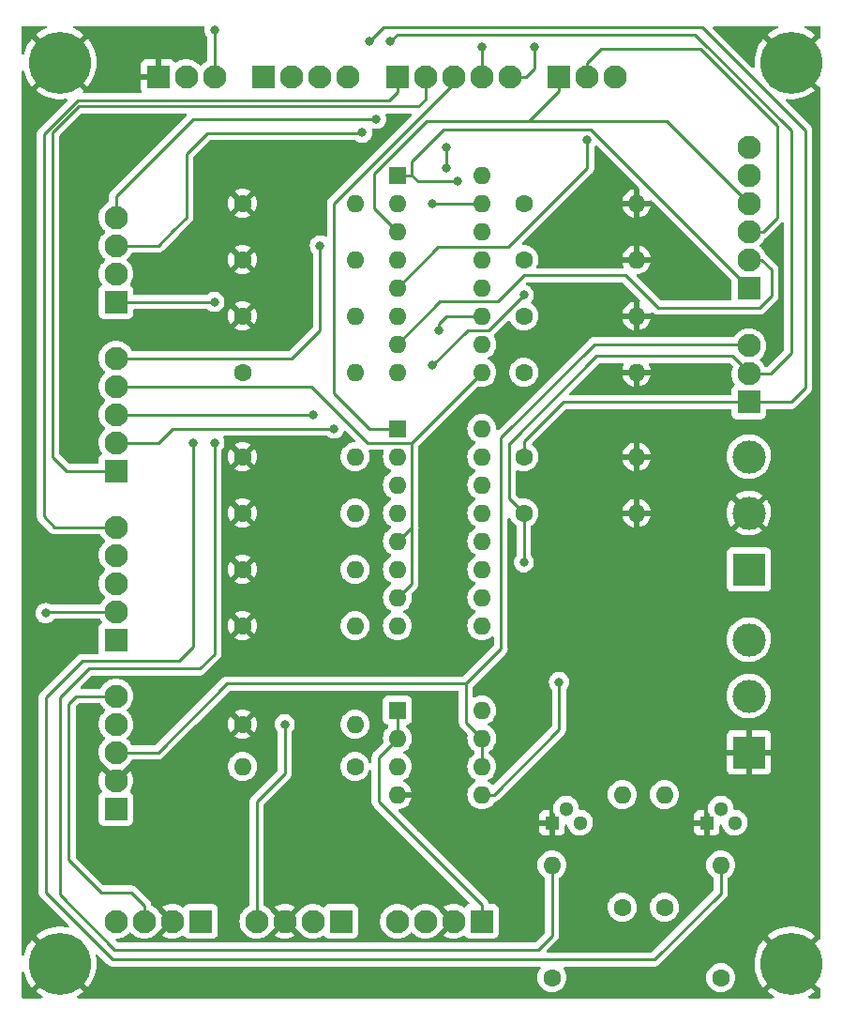
<source format=gbr>
%TF.GenerationSoftware,KiCad,Pcbnew,(6.0.2)*%
%TF.CreationDate,2022-02-22T00:14:35+01:00*%
%TF.ProjectId,fondo,666f6e64-6f2e-46b6-9963-61645f706362,rev?*%
%TF.SameCoordinates,Original*%
%TF.FileFunction,Copper,L2,Bot*%
%TF.FilePolarity,Positive*%
%FSLAX46Y46*%
G04 Gerber Fmt 4.6, Leading zero omitted, Abs format (unit mm)*
G04 Created by KiCad (PCBNEW (6.0.2)) date 2022-02-22 00:14:35*
%MOMM*%
%LPD*%
G01*
G04 APERTURE LIST*
%TA.AperFunction,ComponentPad*%
%ADD10R,3.000000X3.000000*%
%TD*%
%TA.AperFunction,ComponentPad*%
%ADD11C,3.000000*%
%TD*%
%TA.AperFunction,ComponentPad*%
%ADD12R,1.600000X1.600000*%
%TD*%
%TA.AperFunction,ComponentPad*%
%ADD13O,1.600000X1.600000*%
%TD*%
%TA.AperFunction,ComponentPad*%
%ADD14C,5.600000*%
%TD*%
%TA.AperFunction,ComponentPad*%
%ADD15C,1.600000*%
%TD*%
%TA.AperFunction,ComponentPad*%
%ADD16R,2.100000X2.100000*%
%TD*%
%TA.AperFunction,ComponentPad*%
%ADD17C,2.100000*%
%TD*%
%TA.AperFunction,ComponentPad*%
%ADD18R,1.300000X1.300000*%
%TD*%
%TA.AperFunction,ComponentPad*%
%ADD19C,1.300000*%
%TD*%
%TA.AperFunction,ViaPad*%
%ADD20C,0.800000*%
%TD*%
%TA.AperFunction,Conductor*%
%ADD21C,0.250000*%
%TD*%
G04 APERTURE END LIST*
D10*
%TO.P,J0,1,Pin_1*%
%TO.N,GND*%
X173990000Y-115428361D03*
D11*
%TO.P,J0,2,Pin_2*%
%TO.N,+5V*%
X173990000Y-110348361D03*
%TO.P,J0,3,Pin_3*%
%TO.N,+24V*%
X173990000Y-105268361D03*
%TD*%
D12*
%TO.P,U3,1*%
%TO.N,+1V5*%
X142250000Y-111628361D03*
D13*
%TO.P,U3,2,-*%
X142250000Y-114168361D03*
%TO.P,U3,3,+*%
%TO.N,Net-(R15-Pad1)*%
X142250000Y-116708361D03*
%TO.P,U3,4,V-*%
%TO.N,GND*%
X142250000Y-119248361D03*
%TO.P,U3,5,+*%
%TO.N,MICRO5V*%
X149870000Y-119248361D03*
%TO.P,U3,6,-*%
%TO.N,ENB*%
X149870000Y-116708361D03*
%TO.P,U3,7*%
X149870000Y-114168361D03*
%TO.P,U3,8,V+*%
%TO.N,+5V*%
X149870000Y-111628361D03*
%TD*%
D14*
%TO.P,H4,1,1*%
%TO.N,GND*%
X177800000Y-134478361D03*
%TD*%
D15*
%TO.P,R3,1*%
%TO.N,GND*%
X128270000Y-76058361D03*
D13*
%TO.P,R3,2*%
%TO.N,Net-(R3-Pad2)*%
X138430000Y-76058361D03*
%TD*%
D16*
%TO.P,J6,1,Pin_1*%
%TO.N,+24V*%
X137165000Y-130668361D03*
D17*
%TO.P,J6,2,Pin_2*%
X134625000Y-130668361D03*
%TO.P,J6,3,Pin_3*%
%TO.N,GND*%
X132085000Y-130668361D03*
%TO.P,J6,4,Pin_4*%
%TO.N,FOTO24V*%
X129545000Y-130668361D03*
%TD*%
D18*
%TO.P,Q1,1,E*%
%TO.N,GND*%
X156210000Y-121778361D03*
D19*
%TO.P,Q1,2,B*%
%TO.N,Net-(Q1-Pad2)*%
X157480000Y-120508361D03*
%TO.P,Q1,3,C*%
%TO.N,CLK5V*%
X158750000Y-121778361D03*
%TD*%
D14*
%TO.P,H2,1,1*%
%TO.N,GND*%
X177800000Y-53198361D03*
%TD*%
D15*
%TO.P,R9,1*%
%TO.N,GND*%
X128270000Y-88758361D03*
D13*
%TO.P,R9,2*%
%TO.N,Net-(R9-Pad2)*%
X138430000Y-88758361D03*
%TD*%
D15*
%TO.P,R11,1*%
%TO.N,GND*%
X128270000Y-98918361D03*
D13*
%TO.P,R11,2*%
%TO.N,Net-(R11-Pad2)*%
X138430000Y-98918361D03*
%TD*%
D18*
%TO.P,Q2,1,E*%
%TO.N,GND*%
X170180000Y-121778361D03*
D19*
%TO.P,Q2,2,B*%
%TO.N,Net-(Q2-Pad2)*%
X171450000Y-120508361D03*
%TO.P,Q2,3,C*%
%TO.N,DATOS5V*%
X172720000Y-121778361D03*
%TD*%
D16*
%TO.P,J5,1,Pin_1*%
%TO.N,+1V5*%
X149860000Y-130668361D03*
D17*
%TO.P,J5,2,Pin_2*%
%TO.N,GND*%
X147320000Y-130668361D03*
%TO.P,J5,3,Pin_3*%
%TO.N,CLK1V5*%
X144780000Y-130668361D03*
%TO.P,J5,4,Pin_4*%
%TO.N,DATOS1V5*%
X142240000Y-130668361D03*
%TD*%
D15*
%TO.P,R4,1*%
%TO.N,GND*%
X128270000Y-81138361D03*
D13*
%TO.P,R4,2*%
%TO.N,Net-(R4-Pad2)*%
X138430000Y-81138361D03*
%TD*%
D15*
%TO.P,R15,1*%
%TO.N,Net-(R15-Pad1)*%
X138430000Y-116698361D03*
D13*
%TO.P,R15,2*%
%TO.N,+5V*%
X128270000Y-116698361D03*
%TD*%
D15*
%TO.P,R1,1*%
%TO.N,GND*%
X128270000Y-65898361D03*
D13*
%TO.P,R1,2*%
%TO.N,Net-(R1-Pad2)*%
X138430000Y-65898361D03*
%TD*%
D16*
%TO.P,J2B1,1,Pin_1*%
%TO.N,ENTER*%
X130170000Y-54468361D03*
D17*
%TO.P,J2B1,2,Pin_2*%
%TO.N,ESC*%
X132710000Y-54468361D03*
%TO.P,J2B1,3,Pin_3*%
%TO.N,SDA*%
X135250000Y-54468361D03*
%TO.P,J2B1,4,Pin_4*%
%TO.N,SCL*%
X137790000Y-54468361D03*
%TD*%
D15*
%TO.P,R2,1*%
%TO.N,GND*%
X128270000Y-70978361D03*
D13*
%TO.P,R2,2*%
%TO.N,Net-(R2-Pad2)*%
X138430000Y-70978361D03*
%TD*%
D15*
%TO.P,R13,1*%
%TO.N,IN3*%
X153670000Y-88758361D03*
D13*
%TO.P,R13,2*%
%TO.N,GND*%
X163830000Y-88758361D03*
%TD*%
D16*
%TO.P,J3B1,1,Pin_1*%
%TO.N,IN3*%
X173990000Y-83820000D03*
D17*
%TO.P,J3B1,2,Pin_2*%
%TO.N,IN4*%
X173990000Y-81280000D03*
%TO.P,J3B1,3,Pin_3*%
%TO.N,ENB*%
X173990000Y-78740000D03*
%TD*%
D16*
%TO.P,J4,1,Pin_1*%
%TO.N,+5V*%
X124470000Y-130668361D03*
D17*
%TO.P,J4,2,Pin_2*%
%TO.N,GND*%
X121930000Y-130668361D03*
%TO.P,J4,3,Pin_3*%
%TO.N,FASEA*%
X119390000Y-130668361D03*
%TO.P,J4,4,Pin_4*%
%TO.N,FASEB*%
X116850000Y-130668361D03*
%TD*%
D16*
%TO.P,J1C1,1,Pin_1*%
%TO.N,DOWN*%
X116840000Y-90028361D03*
D17*
%TO.P,J1C1,2,Pin_2*%
%TO.N,LR5V*%
X116840000Y-87488361D03*
%TO.P,J1C1,3,Pin_3*%
%TO.N,MICRO5V*%
X116840000Y-84948361D03*
%TO.P,J1C1,4,Pin_4*%
%TO.N,EMER5V*%
X116840000Y-82408361D03*
%TO.P,J1C1,5,Pin_5*%
%TO.N,FOTO5V*%
X116840000Y-79868361D03*
%TD*%
D15*
%TO.P,R17,1*%
%TO.N,+5V*%
X156210000Y-135748361D03*
D13*
%TO.P,R17,2*%
%TO.N,CLK5V*%
X156210000Y-125588361D03*
%TD*%
D14*
%TO.P,H1,1,1*%
%TO.N,GND*%
X111760000Y-53198361D03*
%TD*%
D12*
%TO.P,U2,1*%
%TO.N,AVANCE*%
X142250000Y-86233361D03*
D13*
%TO.P,U2,2*%
%TO.N,Net-(R9-Pad2)*%
X142250000Y-88773361D03*
%TO.P,U2,3*%
%TO.N,RETROCESO*%
X142250000Y-91313361D03*
%TO.P,U2,4*%
%TO.N,Net-(R10-Pad2)*%
X142250000Y-93853361D03*
%TO.P,U2,5*%
%TO.N,EMER5V*%
X142250000Y-96393361D03*
%TO.P,U2,6*%
%TO.N,Net-(R11-Pad2)*%
X142250000Y-98933361D03*
%TO.P,U2,7*%
%TO.N,EMER5V*%
X142250000Y-101473361D03*
%TO.P,U2,8*%
%TO.N,Net-(R12-Pad2)*%
X142250000Y-104013361D03*
%TO.P,U2,9*%
%TO.N,IN4*%
X149870000Y-104013361D03*
%TO.P,U2,10*%
%TO.N,+5V*%
X149870000Y-101473361D03*
%TO.P,U2,11*%
%TO.N,IN3*%
X149870000Y-98933361D03*
%TO.P,U2,12*%
%TO.N,+5V*%
X149870000Y-96393361D03*
%TO.P,U2,13*%
%TO.N,IN4*%
X149870000Y-93853361D03*
%TO.P,U2,14*%
%TO.N,+5V*%
X149870000Y-91313361D03*
%TO.P,U2,15*%
%TO.N,IN3*%
X149870000Y-88773361D03*
%TO.P,U2,16*%
%TO.N,+5V*%
X149870000Y-86233361D03*
%TD*%
D15*
%TO.P,R12,1*%
%TO.N,GND*%
X128270000Y-103998361D03*
D13*
%TO.P,R12,2*%
%TO.N,Net-(R12-Pad2)*%
X138430000Y-103998361D03*
%TD*%
D15*
%TO.P,R20,1*%
%TO.N,DATOS1V5*%
X166370000Y-129398361D03*
D13*
%TO.P,R20,2*%
%TO.N,Net-(Q2-Pad2)*%
X166370000Y-119238361D03*
%TD*%
D15*
%TO.P,R10,1*%
%TO.N,GND*%
X128270000Y-93838361D03*
D13*
%TO.P,R10,2*%
%TO.N,Net-(R10-Pad2)*%
X138430000Y-93838361D03*
%TD*%
D16*
%TO.P,J7,1,Pin_1*%
%TO.N,FOTO24V*%
X173990000Y-73518361D03*
D17*
%TO.P,J7,2,Pin_2*%
%TO.N,EMER24V*%
X173990000Y-70978361D03*
%TO.P,J7,3,Pin_3*%
%TO.N,MICRO24V*%
X173990000Y-68438361D03*
%TO.P,J7,4,Pin_4*%
%TO.N,LR24V*%
X173990000Y-65898361D03*
%TO.P,J7,5,Pin_5*%
%TO.N,AVANCE*%
X173990000Y-63358361D03*
%TO.P,J7,6,Pin_6*%
%TO.N,RETROCESO*%
X173990000Y-60818361D03*
%TD*%
D15*
%TO.P,R6,1*%
%TO.N,LR5V*%
X153670000Y-70978361D03*
D13*
%TO.P,R6,2*%
%TO.N,GND*%
X163830000Y-70978361D03*
%TD*%
D16*
%TO.P,J2A1,1,Pin_1*%
%TO.N,GND*%
X120650000Y-54468361D03*
D17*
%TO.P,J2A1,2,Pin_2*%
%TO.N,+5V*%
X123190000Y-54468361D03*
%TO.P,J2A1,3,Pin_3*%
%TO.N,+24V*%
X125730000Y-54468361D03*
%TD*%
D15*
%TO.P,R14,1*%
%TO.N,IN4*%
X153670000Y-93838361D03*
D13*
%TO.P,R14,2*%
%TO.N,GND*%
X163830000Y-93838361D03*
%TD*%
D16*
%TO.P,J2D1,1,Pin_1*%
%TO.N,LR24V*%
X156845000Y-54468361D03*
D17*
%TO.P,J2D1,2,Pin_2*%
%TO.N,MICRO24V*%
X159385000Y-54468361D03*
%TO.P,J2D1,3,Pin_3*%
%TO.N,EMER24V*%
X161925000Y-54468361D03*
%TD*%
D16*
%TO.P,J1D1,1,Pin_1*%
%TO.N,CLK5V*%
X116840000Y-74793361D03*
D17*
%TO.P,J1D1,2,Pin_2*%
%TO.N,DATOS5V*%
X116840000Y-72253361D03*
%TO.P,J1D1,3,Pin_3*%
%TO.N,IN3*%
X116840000Y-69713361D03*
%TO.P,J1D1,4,Pin_4*%
%TO.N,IN4*%
X116840000Y-67173361D03*
%TD*%
D16*
%TO.P,J2C1,1,Pin_1*%
%TO.N,UP*%
X142240000Y-54468361D03*
D17*
%TO.P,J2C1,2,Pin_2*%
%TO.N,DOWN*%
X144780000Y-54468361D03*
%TO.P,J2C1,3,Pin_3*%
%TO.N,AVANCE*%
X147320000Y-54468361D03*
%TO.P,J2C1,4,Pin_4*%
%TO.N,ENB*%
X149860000Y-54468361D03*
%TO.P,J2C1,5,Pin_5*%
%TO.N,RETROCESO*%
X152400000Y-54468361D03*
%TD*%
D15*
%TO.P,R19,1*%
%TO.N,+5V*%
X171450000Y-135748361D03*
D13*
%TO.P,R19,2*%
%TO.N,DATOS5V*%
X171450000Y-125588361D03*
%TD*%
D15*
%TO.P,R18,1*%
%TO.N,CLK1V5*%
X162560000Y-129398361D03*
D13*
%TO.P,R18,2*%
%TO.N,Net-(Q1-Pad2)*%
X162560000Y-119238361D03*
%TD*%
D12*
%TO.P,U1,1*%
%TO.N,FOTO24V*%
X142250000Y-63373361D03*
D13*
%TO.P,U1,2*%
%TO.N,Net-(R1-Pad2)*%
X142250000Y-65913361D03*
%TO.P,U1,3*%
%TO.N,LR24V*%
X142250000Y-68453361D03*
%TO.P,U1,4*%
%TO.N,Net-(R2-Pad2)*%
X142250000Y-70993361D03*
%TO.P,U1,5*%
%TO.N,MICRO24V*%
X142250000Y-73533361D03*
%TO.P,U1,6*%
%TO.N,Net-(R3-Pad2)*%
X142250000Y-76073361D03*
%TO.P,U1,7*%
%TO.N,EMER24V*%
X142250000Y-78613361D03*
%TO.P,U1,8*%
%TO.N,Net-(R4-Pad2)*%
X142250000Y-81153361D03*
%TO.P,U1,9*%
%TO.N,EMER5V*%
X149870000Y-81153361D03*
%TO.P,U1,10*%
%TO.N,+5V*%
X149870000Y-78613361D03*
%TO.P,U1,11*%
%TO.N,MICRO5V*%
X149870000Y-76073361D03*
%TO.P,U1,12*%
%TO.N,+5V*%
X149870000Y-73533361D03*
%TO.P,U1,13*%
%TO.N,LR5V*%
X149870000Y-70993361D03*
%TO.P,U1,14*%
%TO.N,+5V*%
X149870000Y-68453361D03*
%TO.P,U1,15*%
%TO.N,FOTO5V*%
X149870000Y-65913361D03*
%TO.P,U1,16*%
%TO.N,+5V*%
X149870000Y-63373361D03*
%TD*%
D10*
%TO.P,J3A1,1,Pin_1*%
%TO.N,+5V*%
X173990000Y-98918361D03*
D11*
%TO.P,J3A1,2,Pin_2*%
%TO.N,GND*%
X173990000Y-93838361D03*
%TO.P,J3A1,3,Pin_3*%
%TO.N,+24V*%
X173990000Y-88758361D03*
%TD*%
D16*
%TO.P,J1B1,1,Pin_1*%
%TO.N,SDA*%
X116840000Y-105268361D03*
D17*
%TO.P,J1B1,2,Pin_2*%
%TO.N,SCL*%
X116840000Y-102728361D03*
%TO.P,J1B1,3,Pin_3*%
%TO.N,ESC*%
X116840000Y-100188361D03*
%TO.P,J1B1,4,Pin_4*%
%TO.N,ENTER*%
X116840000Y-97648361D03*
%TO.P,J1B1,5,Pin_5*%
%TO.N,UP*%
X116840000Y-95108361D03*
%TD*%
D15*
%TO.P,R16,1*%
%TO.N,GND*%
X128270000Y-112888361D03*
D13*
%TO.P,R16,2*%
%TO.N,Net-(R15-Pad1)*%
X138430000Y-112888361D03*
%TD*%
D15*
%TO.P,R5,1*%
%TO.N,FOTO5V*%
X153670000Y-65898361D03*
D13*
%TO.P,R5,2*%
%TO.N,GND*%
X163830000Y-65898361D03*
%TD*%
D14*
%TO.P,H3,1,1*%
%TO.N,GND*%
X111760000Y-134478361D03*
%TD*%
D15*
%TO.P,R8,1*%
%TO.N,EMER5V*%
X153670000Y-81138361D03*
D13*
%TO.P,R8,2*%
%TO.N,GND*%
X163830000Y-81138361D03*
%TD*%
D16*
%TO.P,J1A1,1,Pin_1*%
%TO.N,+5V*%
X116840000Y-120508361D03*
D17*
%TO.P,J1A1,2,Pin_2*%
%TO.N,GND*%
X116840000Y-117968361D03*
%TO.P,J1A1,3,Pin_3*%
%TO.N,ENB*%
X116840000Y-115428361D03*
%TO.P,J1A1,4,Pin_4*%
%TO.N,FASEB*%
X116840000Y-112888361D03*
%TO.P,J1A1,5,Pin_5*%
%TO.N,FASEA*%
X116840000Y-110348361D03*
%TD*%
D15*
%TO.P,R7,1*%
%TO.N,MICRO5V*%
X153670000Y-76058361D03*
D13*
%TO.P,R7,2*%
%TO.N,GND*%
X163830000Y-76058361D03*
%TD*%
D20*
%TO.N,RETROCESO*%
X154603281Y-51838861D03*
X146685000Y-60818361D03*
X146685000Y-62723361D03*
%TO.N,IN3*%
X139700000Y-51293361D03*
X139065000Y-59542134D03*
%TO.N,IN4*%
X140335000Y-58278361D03*
X141605000Y-51293361D03*
X153670000Y-98283361D03*
%TO.N,ENB*%
X149860000Y-51838861D03*
%TO.N,+24V*%
X125730735Y-50281390D03*
%TO.N,FOTO24V*%
X132080000Y-112888361D03*
X147695327Y-63928032D03*
%TO.N,SCL*%
X110490000Y-102870000D03*
%TO.N,MICRO24V*%
X159385000Y-60183361D03*
%TO.N,CLK5V*%
X125730000Y-74788361D03*
X125730000Y-87488361D03*
%TO.N,DATOS5V*%
X123825000Y-87488361D03*
%TO.N,FOTO5V*%
X145408985Y-65919344D03*
X135255000Y-69708361D03*
%TO.N,LR5V*%
X153670000Y-74153361D03*
X145415000Y-80503361D03*
X136525000Y-86218361D03*
%TO.N,MICRO5V*%
X156845000Y-109078361D03*
X145960500Y-77328361D03*
X134620000Y-84948361D03*
%TD*%
D21*
%TO.N,GND*%
X121930000Y-130668361D02*
X122024511Y-130573850D01*
%TO.N,UP*%
X113390554Y-56597537D02*
X110327624Y-59660467D01*
X141538935Y-56597537D02*
X113390554Y-56597537D01*
X110327624Y-94172440D02*
X111263545Y-95108361D01*
X142240000Y-55896472D02*
X141538935Y-56597537D01*
X116840000Y-95108361D02*
X111263545Y-95108361D01*
X142240000Y-54468361D02*
X142240000Y-55896472D01*
X110327624Y-59660467D02*
X110327624Y-94172440D01*
%TO.N,DOWN*%
X144780000Y-56496149D02*
X144112054Y-57164095D01*
X113459714Y-57164095D02*
X111093015Y-59530794D01*
X111093015Y-88765144D02*
X112356232Y-90028361D01*
X116840000Y-90028361D02*
X112356232Y-90028361D01*
X144780000Y-54468361D02*
X144780000Y-56496149D01*
X144112054Y-57164095D02*
X113459714Y-57164095D01*
X111093015Y-59530794D02*
X111093015Y-88765144D01*
%TO.N,AVANCE*%
X139715000Y-86233361D02*
X142250000Y-86233361D01*
X136525000Y-83043361D02*
X139715000Y-86233361D01*
X147320000Y-55103361D02*
X136525000Y-65898361D01*
X136525000Y-65898361D02*
X136525000Y-83043361D01*
%TO.N,RETROCESO*%
X154603281Y-53749426D02*
X153884346Y-54468361D01*
X146685000Y-62723361D02*
X146685000Y-60818361D01*
X154603281Y-51838861D02*
X154603281Y-53749426D01*
X153884346Y-54468361D02*
X152400000Y-54468361D01*
%TO.N,IN3*%
X140970000Y-50023361D02*
X169762472Y-50023361D01*
X153670000Y-87384423D02*
X157234423Y-83820000D01*
X169762472Y-50023361D02*
X179070000Y-59330889D01*
X179070000Y-59330889D02*
X179070000Y-82550000D01*
X123190000Y-61453361D02*
X123190000Y-67168361D01*
X153670000Y-88758361D02*
X153670000Y-87384423D01*
X120650000Y-69713361D02*
X116840000Y-69713361D01*
X139058773Y-59548361D02*
X125095000Y-59548361D01*
X123190000Y-67168361D02*
X122024511Y-68333850D01*
X177800000Y-83820000D02*
X173990000Y-83820000D01*
X122024511Y-68333850D02*
X122024511Y-68338850D01*
X139065000Y-59542134D02*
X139058773Y-59548361D01*
X179070000Y-82550000D02*
X177800000Y-83820000D01*
X122024511Y-68338850D02*
X120650000Y-69713361D01*
X157234423Y-83820000D02*
X173990000Y-83820000D01*
X125095000Y-59548361D02*
X123190000Y-61453361D01*
X139700000Y-51293361D02*
X140970000Y-50023361D01*
%TO.N,IN4*%
X175940987Y-81280000D02*
X173990000Y-81280000D01*
X116840000Y-65263361D02*
X116840000Y-67173361D01*
X142240000Y-50658361D02*
X169146066Y-50658361D01*
X173990000Y-81138361D02*
X172516880Y-79665241D01*
X140335000Y-58278361D02*
X123825000Y-58278361D01*
X152338202Y-92506563D02*
X152338202Y-87550159D01*
X153670000Y-98283361D02*
X153670000Y-93838361D01*
X177800000Y-59312295D02*
X177800000Y-79420987D01*
X153670000Y-93838361D02*
X152338202Y-92506563D01*
X177800000Y-79420987D02*
X175940987Y-81280000D01*
X141605000Y-51293361D02*
X142240000Y-50658361D01*
X123825000Y-58278361D02*
X116840000Y-65263361D01*
X169146066Y-50658361D02*
X177800000Y-59312295D01*
X160223120Y-79665241D02*
X152400000Y-87488361D01*
X172516880Y-79665241D02*
X160223120Y-79665241D01*
%TO.N,+1V5*%
X142250000Y-114168361D02*
X142250000Y-111628361D01*
X149860000Y-129163988D02*
X140561059Y-119865047D01*
X140561059Y-119865047D02*
X140561059Y-115857302D01*
X140561059Y-115857302D02*
X142250000Y-114168361D01*
X149860000Y-130668361D02*
X149860000Y-129163988D01*
%TO.N,ENB*%
X120650000Y-115428361D02*
X116840000Y-115428361D01*
X126852022Y-109226339D02*
X148442022Y-109226339D01*
X160020000Y-78598361D02*
X151579481Y-87038880D01*
X120650000Y-115428361D02*
X126852022Y-109226339D01*
X149860000Y-51838861D02*
X149860000Y-54468361D01*
X151579481Y-87038880D02*
X151579481Y-106088880D01*
X149870000Y-114168361D02*
X148442022Y-112740383D01*
X148442022Y-112740383D02*
X148442022Y-109226339D01*
X151579481Y-106088880D02*
X148442022Y-109226339D01*
X173990000Y-78598361D02*
X160020000Y-78598361D01*
X149870000Y-116708361D02*
X149870000Y-114168361D01*
%TO.N,+24V*%
X125730735Y-50281390D02*
X125730000Y-50282125D01*
X125730000Y-50282125D02*
X125730000Y-54468361D01*
%TO.N,FASEA*%
X116840000Y-110348361D02*
X113264570Y-110348361D01*
X119390000Y-130668361D02*
X119390000Y-129245493D01*
X112555455Y-111057476D02*
X113264570Y-110348361D01*
X115481520Y-128071636D02*
X112555455Y-125145571D01*
X119390000Y-129245493D02*
X118216143Y-128071636D01*
X118216143Y-128071636D02*
X115481520Y-128071636D01*
X112555455Y-125145571D02*
X112555455Y-111057476D01*
%TO.N,FOTO24V*%
X129545000Y-130668361D02*
X129545000Y-119868361D01*
X144121009Y-63930410D02*
X147692949Y-63930410D01*
X143510000Y-62088361D02*
X143510000Y-63358361D01*
X146385976Y-59212385D02*
X143510000Y-62088361D01*
X132080000Y-117333361D02*
X132080000Y-112888361D01*
X159684024Y-59212385D02*
X146385976Y-59212385D01*
X129545000Y-119868361D02*
X132080000Y-117333361D01*
X147692949Y-63930410D02*
X147695327Y-63928032D01*
X142250000Y-63373361D02*
X143563960Y-63373361D01*
X173990000Y-73518361D02*
X159684024Y-59212385D01*
X143563960Y-63373361D02*
X144121009Y-63930410D01*
%TO.N,SCL*%
X110631639Y-102728361D02*
X116840000Y-102728361D01*
X110490000Y-102870000D02*
X110631639Y-102728361D01*
%TO.N,EMER24V*%
X153670000Y-72390000D02*
X151291643Y-74768357D01*
X176031148Y-71891148D02*
X176031148Y-74226235D01*
X165785890Y-75328198D02*
X162847692Y-72390000D01*
X151291643Y-74768357D02*
X146095004Y-74768357D01*
X173990000Y-70978361D02*
X175118361Y-70978361D01*
X162847692Y-72390000D02*
X153670000Y-72390000D01*
X176031148Y-74226235D02*
X174929185Y-75328198D01*
X174929185Y-75328198D02*
X165785890Y-75328198D01*
X175118361Y-70978361D02*
X176031148Y-71891148D01*
X146095004Y-74768357D02*
X142250000Y-78613361D01*
%TO.N,MICRO24V*%
X159385000Y-62088361D02*
X159385000Y-60183361D01*
X159385000Y-53198361D02*
X159385000Y-54468361D01*
X169596836Y-51980197D02*
X176530000Y-58913361D01*
X169596836Y-51980197D02*
X160603164Y-51980197D01*
X160603164Y-51980197D02*
X159385000Y-53198361D01*
X159385000Y-62711378D02*
X159385000Y-62088361D01*
X176530000Y-58913361D02*
X176530000Y-67168361D01*
X142250000Y-73533361D02*
X145929511Y-69853850D01*
X175260000Y-68438361D02*
X173990000Y-68438361D01*
X176530000Y-67168361D02*
X175260000Y-68438361D01*
X145929511Y-69853850D02*
X152242528Y-69853850D01*
X152242528Y-69853850D02*
X159385000Y-62711378D01*
%TO.N,LR24V*%
X166597642Y-58506003D02*
X154077358Y-58506003D01*
X144868336Y-58506003D02*
X154077358Y-58506003D01*
X156845000Y-55738361D02*
X154077358Y-58506003D01*
X173990000Y-65898361D02*
X166597642Y-58506003D01*
X140162727Y-66366088D02*
X140162727Y-63211612D01*
X142250000Y-68453361D02*
X140162727Y-66366088D01*
X156845000Y-54468361D02*
X156845000Y-55738361D01*
X140162727Y-63211612D02*
X144868336Y-58506003D01*
%TO.N,CLK5V*%
X125730000Y-106538361D02*
X125730000Y-87488361D01*
X111760000Y-128270000D02*
X111760000Y-110490000D01*
X156210000Y-131938361D02*
X154940000Y-133208361D01*
X114370820Y-107879180D02*
X124389180Y-107879180D01*
X156210000Y-125588361D02*
X156210000Y-131938361D01*
X111760000Y-110490000D02*
X114370820Y-107879180D01*
X125730000Y-74788361D02*
X125725000Y-74793361D01*
X154940000Y-133208361D02*
X116698361Y-133208361D01*
X124389180Y-107879180D02*
X125730000Y-106538361D01*
X125725000Y-74793361D02*
X116840000Y-74793361D01*
X116698361Y-133208361D02*
X111760000Y-128270000D01*
%TO.N,DATOS5V*%
X123825000Y-105903361D02*
X122555000Y-107173361D01*
X123825000Y-87488361D02*
X123825000Y-105903361D01*
X116560569Y-134124262D02*
X110490000Y-128053693D01*
X110490000Y-128053693D02*
X110490000Y-110490000D01*
X122555000Y-107173361D02*
X118110000Y-107173361D01*
X165454099Y-134124262D02*
X116560569Y-134124262D01*
X171450000Y-125588361D02*
X171450000Y-128128361D01*
X110490000Y-110490000D02*
X113806639Y-107173361D01*
X113806639Y-107173361D02*
X118110000Y-107173361D01*
X171450000Y-128128361D02*
X165454099Y-134124262D01*
%TO.N,FOTO5V*%
X145414968Y-65913361D02*
X149870000Y-65913361D01*
X135255000Y-77328361D02*
X132715000Y-79868361D01*
X145408985Y-65919344D02*
X145414968Y-65913361D01*
X132715000Y-79868361D02*
X116840000Y-79868361D01*
X135255000Y-69708361D02*
X135255000Y-77328361D01*
%TO.N,LR5V*%
X121920000Y-86218361D02*
X136525000Y-86218361D01*
X150495000Y-77328361D02*
X148590000Y-77328361D01*
X120650000Y-87488361D02*
X121920000Y-86218361D01*
X148590000Y-77328361D02*
X145415000Y-80503361D01*
X120650000Y-87488361D02*
X116840000Y-87488361D01*
X153670000Y-74153361D02*
X150495000Y-77328361D01*
%TO.N,MICRO5V*%
X145960500Y-76782861D02*
X146670000Y-76073361D01*
X134620000Y-84948361D02*
X116840000Y-84948361D01*
X150957131Y-119248361D02*
X156845000Y-113360492D01*
X145960500Y-77328361D02*
X145960500Y-76782861D01*
X146670000Y-76073361D02*
X149870000Y-76073361D01*
X156845000Y-109078361D02*
X156845000Y-113360492D01*
X150957131Y-119248361D02*
X149870000Y-119248361D01*
%TO.N,EMER5V*%
X134464093Y-82408361D02*
X116840000Y-82408361D01*
X142250000Y-96393361D02*
X143510000Y-95133361D01*
X143535000Y-87488361D02*
X139544093Y-87488361D01*
X143535000Y-87488361D02*
X143535000Y-95133361D01*
X149870000Y-81153361D02*
X143535000Y-87488361D01*
X143510000Y-95133361D02*
X143535000Y-95133361D01*
X139544093Y-87488361D02*
X134464093Y-82408361D01*
X143535000Y-100188361D02*
X142250000Y-101473361D01*
X143535000Y-95133361D02*
X143535000Y-100188361D01*
%TD*%
%TA.AperFunction,Conductor*%
%TO.N,GND*%
G36*
X110515290Y-49916363D02*
G01*
X110561783Y-49970019D01*
X110571887Y-50040293D01*
X110542393Y-50104873D01*
X110499820Y-50136833D01*
X110218034Y-50266440D01*
X110211991Y-50269626D01*
X109910401Y-50450124D01*
X109904755Y-50453932D01*
X109624408Y-50665957D01*
X109619211Y-50670348D01*
X109617972Y-50671516D01*
X109609950Y-50685223D01*
X109609986Y-50686065D01*
X109615037Y-50694187D01*
X111747190Y-52826341D01*
X111761131Y-52833953D01*
X111762966Y-52833822D01*
X111769580Y-52829571D01*
X113902798Y-50696352D01*
X113910412Y-50682408D01*
X113910344Y-50681450D01*
X113905836Y-50674633D01*
X113904418Y-50673426D01*
X113624813Y-50460425D01*
X113619187Y-50456601D01*
X113318214Y-50275042D01*
X113312202Y-50271845D01*
X113020947Y-50136649D01*
X112967581Y-50089824D01*
X112948000Y-50021581D01*
X112968424Y-49953586D01*
X113022366Y-49907426D01*
X113073998Y-49896361D01*
X124727161Y-49896361D01*
X124795282Y-49916363D01*
X124841775Y-49970019D01*
X124851879Y-50040293D01*
X124846994Y-50061296D01*
X124839233Y-50085181D01*
X124839231Y-50085188D01*
X124837193Y-50091462D01*
X124836503Y-50098023D01*
X124836503Y-50098025D01*
X124832444Y-50136649D01*
X124817231Y-50281390D01*
X124817921Y-50287955D01*
X124835366Y-50453932D01*
X124837193Y-50471318D01*
X124896208Y-50652946D01*
X124899511Y-50658668D01*
X124899512Y-50658669D01*
X124933421Y-50717400D01*
X124991695Y-50818334D01*
X124996113Y-50823241D01*
X124996114Y-50823242D01*
X125064136Y-50898788D01*
X125094854Y-50962795D01*
X125096500Y-50983098D01*
X125096500Y-52959815D01*
X125076498Y-53027936D01*
X125027703Y-53072082D01*
X125024846Y-53073538D01*
X125020268Y-53075434D01*
X125016044Y-53078023D01*
X125016043Y-53078023D01*
X124815330Y-53201019D01*
X124815327Y-53201021D01*
X124811104Y-53203609D01*
X124807340Y-53206824D01*
X124807337Y-53206826D01*
X124688826Y-53308045D01*
X124624567Y-53362928D01*
X124621359Y-53366684D01*
X124555811Y-53443430D01*
X124496360Y-53482239D01*
X124425365Y-53482745D01*
X124364189Y-53443430D01*
X124298641Y-53366684D01*
X124295433Y-53362928D01*
X124231174Y-53308045D01*
X124112663Y-53206826D01*
X124112660Y-53206824D01*
X124108896Y-53203609D01*
X124104673Y-53201021D01*
X124104670Y-53201019D01*
X124019256Y-53148678D01*
X123899732Y-53075434D01*
X123741204Y-53009769D01*
X123677665Y-52983450D01*
X123677663Y-52983449D01*
X123673092Y-52981556D01*
X123568143Y-52956360D01*
X123439370Y-52925444D01*
X123439364Y-52925443D01*
X123434557Y-52924289D01*
X123190000Y-52905042D01*
X122945443Y-52924289D01*
X122940636Y-52925443D01*
X122940630Y-52925444D01*
X122811857Y-52956360D01*
X122706908Y-52981556D01*
X122702337Y-52983449D01*
X122702335Y-52983450D01*
X122638796Y-53009769D01*
X122480268Y-53075434D01*
X122334579Y-53164712D01*
X122302359Y-53184456D01*
X122233826Y-53202994D01*
X122166149Y-53181537D01*
X122135698Y-53152588D01*
X122068281Y-53062633D01*
X122055724Y-53050076D01*
X121953649Y-52973575D01*
X121938054Y-52965037D01*
X121817606Y-52919883D01*
X121802351Y-52916256D01*
X121751486Y-52910730D01*
X121744672Y-52910361D01*
X120922115Y-52910361D01*
X120906876Y-52914836D01*
X120905671Y-52916226D01*
X120904000Y-52923909D01*
X120904000Y-54596361D01*
X120883998Y-54664482D01*
X120830342Y-54710975D01*
X120778000Y-54722361D01*
X119110116Y-54722361D01*
X119094877Y-54726836D01*
X119093672Y-54728226D01*
X119092001Y-54735909D01*
X119092001Y-55563030D01*
X119092371Y-55569851D01*
X119097895Y-55620713D01*
X119101521Y-55635965D01*
X119146678Y-55756421D01*
X119158234Y-55777527D01*
X119173404Y-55846884D01*
X119148668Y-55913432D01*
X119091881Y-55956043D01*
X119047715Y-55964037D01*
X113963628Y-55964037D01*
X113895507Y-55944035D01*
X113849014Y-55890379D01*
X113838910Y-55820105D01*
X113868404Y-55755525D01*
X113884348Y-55740657D01*
X113884128Y-55740395D01*
X113891958Y-55733825D01*
X113901613Y-55724789D01*
X113909682Y-55711111D01*
X113909654Y-55710385D01*
X113904512Y-55702084D01*
X111772810Y-53570381D01*
X111758869Y-53562769D01*
X111757034Y-53562900D01*
X111750420Y-53567151D01*
X109616774Y-55700798D01*
X109609160Y-55714742D01*
X109609237Y-55715831D01*
X109611698Y-55719567D01*
X109885632Y-55929765D01*
X109891262Y-55933620D01*
X110191591Y-56116223D01*
X110197593Y-56119441D01*
X110515897Y-56268545D01*
X110522202Y-56271093D01*
X110854743Y-56384948D01*
X110861313Y-56386807D01*
X111204183Y-56464075D01*
X111210912Y-56465214D01*
X111560143Y-56505004D01*
X111566933Y-56505407D01*
X111918419Y-56507247D01*
X111925220Y-56506915D01*
X112274853Y-56470784D01*
X112281580Y-56469718D01*
X112298237Y-56466147D01*
X112369037Y-56471425D01*
X112425744Y-56514143D01*
X112450354Y-56580738D01*
X112435054Y-56650066D01*
X112413745Y-56678442D01*
X111158579Y-57933607D01*
X109935371Y-59156815D01*
X109927085Y-59164355D01*
X109920606Y-59168467D01*
X109915181Y-59174244D01*
X109873981Y-59218118D01*
X109871226Y-59220960D01*
X109851489Y-59240697D01*
X109849009Y-59243894D01*
X109841306Y-59252914D01*
X109811038Y-59285146D01*
X109807219Y-59292092D01*
X109807217Y-59292095D01*
X109801276Y-59302901D01*
X109790425Y-59319420D01*
X109778010Y-59335426D01*
X109774865Y-59342695D01*
X109774862Y-59342699D01*
X109760450Y-59376004D01*
X109755233Y-59386654D01*
X109733929Y-59425407D01*
X109731958Y-59433082D01*
X109731958Y-59433083D01*
X109728891Y-59445029D01*
X109722487Y-59463733D01*
X109714443Y-59482322D01*
X109713204Y-59490145D01*
X109713201Y-59490155D01*
X109707525Y-59525991D01*
X109705119Y-59537611D01*
X109701677Y-59551019D01*
X109694124Y-59580437D01*
X109694124Y-59600691D01*
X109692573Y-59620401D01*
X109689404Y-59640410D01*
X109690150Y-59648302D01*
X109693565Y-59684428D01*
X109694124Y-59696286D01*
X109694124Y-94093673D01*
X109693597Y-94104856D01*
X109691922Y-94112349D01*
X109692171Y-94120275D01*
X109692171Y-94120276D01*
X109694062Y-94180426D01*
X109694124Y-94184385D01*
X109694124Y-94212296D01*
X109694621Y-94216230D01*
X109694621Y-94216231D01*
X109694629Y-94216296D01*
X109695562Y-94228133D01*
X109696951Y-94272329D01*
X109701389Y-94287604D01*
X109702602Y-94291779D01*
X109706611Y-94311140D01*
X109709150Y-94331237D01*
X109712069Y-94338608D01*
X109712069Y-94338610D01*
X109725428Y-94372352D01*
X109729273Y-94383582D01*
X109739395Y-94418423D01*
X109741606Y-94426033D01*
X109745639Y-94432852D01*
X109745641Y-94432857D01*
X109751917Y-94443468D01*
X109760612Y-94461216D01*
X109768072Y-94480057D01*
X109772734Y-94486473D01*
X109772734Y-94486474D01*
X109794060Y-94515827D01*
X109800576Y-94525747D01*
X109816953Y-94553438D01*
X109823082Y-94563802D01*
X109837403Y-94578123D01*
X109850243Y-94593156D01*
X109862152Y-94609547D01*
X109881157Y-94625269D01*
X109896229Y-94637738D01*
X109905008Y-94645728D01*
X110759888Y-95500608D01*
X110767432Y-95508898D01*
X110771545Y-95515379D01*
X110777322Y-95520804D01*
X110821212Y-95562019D01*
X110824054Y-95564774D01*
X110843775Y-95584495D01*
X110846970Y-95586973D01*
X110855992Y-95594679D01*
X110888224Y-95624947D01*
X110895173Y-95628767D01*
X110905977Y-95634707D01*
X110922501Y-95645560D01*
X110938504Y-95657974D01*
X110979088Y-95675537D01*
X110989718Y-95680744D01*
X111028485Y-95702056D01*
X111036162Y-95704027D01*
X111036167Y-95704029D01*
X111048103Y-95707093D01*
X111066811Y-95713498D01*
X111085400Y-95721542D01*
X111093228Y-95722782D01*
X111093235Y-95722784D01*
X111129069Y-95728460D01*
X111140689Y-95730866D01*
X111175834Y-95739889D01*
X111183515Y-95741861D01*
X111203769Y-95741861D01*
X111223479Y-95743412D01*
X111243488Y-95746581D01*
X111251380Y-95745835D01*
X111287506Y-95742420D01*
X111299364Y-95741861D01*
X115331454Y-95741861D01*
X115399575Y-95761863D01*
X115443721Y-95810658D01*
X115445177Y-95813515D01*
X115447073Y-95818093D01*
X115449662Y-95822317D01*
X115449662Y-95822318D01*
X115527555Y-95949428D01*
X115575248Y-96027257D01*
X115734567Y-96213794D01*
X115738323Y-96217002D01*
X115815069Y-96282550D01*
X115853878Y-96342001D01*
X115854384Y-96412996D01*
X115815069Y-96474172D01*
X115734567Y-96542928D01*
X115731359Y-96546684D01*
X115662965Y-96626763D01*
X115575248Y-96729465D01*
X115447073Y-96938629D01*
X115353195Y-97165269D01*
X115352040Y-97170081D01*
X115297883Y-97395662D01*
X115295928Y-97403804D01*
X115276681Y-97648361D01*
X115295928Y-97892918D01*
X115297082Y-97897725D01*
X115297083Y-97897731D01*
X115333351Y-98048798D01*
X115353195Y-98131453D01*
X115447073Y-98358093D01*
X115512056Y-98464136D01*
X115562430Y-98546339D01*
X115575248Y-98567257D01*
X115734567Y-98753794D01*
X115738323Y-98757002D01*
X115815069Y-98822550D01*
X115853878Y-98882001D01*
X115854384Y-98952996D01*
X115815069Y-99014172D01*
X115734567Y-99082928D01*
X115731359Y-99086684D01*
X115641529Y-99191861D01*
X115575248Y-99269465D01*
X115572660Y-99273688D01*
X115572658Y-99273691D01*
X115530262Y-99342876D01*
X115447073Y-99478629D01*
X115353195Y-99705269D01*
X115338481Y-99766558D01*
X115297883Y-99935662D01*
X115295928Y-99943804D01*
X115276681Y-100188361D01*
X115295928Y-100432918D01*
X115297082Y-100437725D01*
X115297083Y-100437731D01*
X115328709Y-100569462D01*
X115353195Y-100671453D01*
X115447073Y-100898093D01*
X115575248Y-101107257D01*
X115734567Y-101293794D01*
X115738323Y-101297002D01*
X115815069Y-101362550D01*
X115853878Y-101422001D01*
X115854384Y-101492996D01*
X115815069Y-101554172D01*
X115734567Y-101622928D01*
X115731359Y-101626684D01*
X115662965Y-101706763D01*
X115575248Y-101809465D01*
X115572660Y-101813688D01*
X115572658Y-101813691D01*
X115457750Y-102001206D01*
X115447073Y-102018629D01*
X115445180Y-102023200D01*
X115443721Y-102026064D01*
X115394973Y-102077679D01*
X115331454Y-102094861D01*
X111006810Y-102094861D01*
X110946797Y-102078781D01*
X110946752Y-102078882D01*
X110946112Y-102078597D01*
X110801945Y-102014410D01*
X110778319Y-102003891D01*
X110778318Y-102003891D01*
X110772288Y-102001206D01*
X110678887Y-101981353D01*
X110591944Y-101962872D01*
X110591939Y-101962872D01*
X110585487Y-101961500D01*
X110394513Y-101961500D01*
X110388061Y-101962872D01*
X110388056Y-101962872D01*
X110301112Y-101981353D01*
X110207712Y-102001206D01*
X110201682Y-102003891D01*
X110201681Y-102003891D01*
X110039278Y-102076197D01*
X110039276Y-102076198D01*
X110033248Y-102078882D01*
X109878747Y-102191134D01*
X109750960Y-102333056D01*
X109655473Y-102498444D01*
X109596458Y-102680072D01*
X109595768Y-102686633D01*
X109595768Y-102686635D01*
X109589911Y-102742362D01*
X109576496Y-102870000D01*
X109577186Y-102876565D01*
X109595338Y-103049268D01*
X109596458Y-103059928D01*
X109655473Y-103241556D01*
X109750960Y-103406944D01*
X109755378Y-103411851D01*
X109755379Y-103411852D01*
X109819021Y-103482534D01*
X109878747Y-103548866D01*
X110033248Y-103661118D01*
X110039276Y-103663802D01*
X110039278Y-103663803D01*
X110186725Y-103729450D01*
X110207712Y-103738794D01*
X110301112Y-103758647D01*
X110388056Y-103777128D01*
X110388061Y-103777128D01*
X110394513Y-103778500D01*
X110585487Y-103778500D01*
X110591939Y-103777128D01*
X110591944Y-103777128D01*
X110678887Y-103758647D01*
X110772288Y-103738794D01*
X110793275Y-103729450D01*
X110940722Y-103663803D01*
X110940724Y-103663802D01*
X110946752Y-103661118D01*
X111101253Y-103548866D01*
X111166142Y-103476800D01*
X111229040Y-103406944D01*
X111230451Y-103408214D01*
X111279424Y-103370448D01*
X111325141Y-103361861D01*
X115331454Y-103361861D01*
X115399575Y-103381863D01*
X115443721Y-103430658D01*
X115445177Y-103433515D01*
X115447073Y-103438093D01*
X115449662Y-103442317D01*
X115449662Y-103442318D01*
X115555832Y-103615573D01*
X115574370Y-103684106D01*
X115552913Y-103751783D01*
X115523965Y-103782233D01*
X115426739Y-103855100D01*
X115339385Y-103971656D01*
X115288255Y-104108045D01*
X115281500Y-104170227D01*
X115281500Y-106366495D01*
X115281869Y-106369890D01*
X115281869Y-106369894D01*
X115285167Y-106400254D01*
X115272638Y-106470137D01*
X115224317Y-106522152D01*
X115159904Y-106539861D01*
X113885406Y-106539861D01*
X113874223Y-106539334D01*
X113866730Y-106537659D01*
X113858804Y-106537908D01*
X113858803Y-106537908D01*
X113798640Y-106539799D01*
X113794682Y-106539861D01*
X113766783Y-106539861D01*
X113762793Y-106540365D01*
X113750959Y-106541297D01*
X113706750Y-106542687D01*
X113699136Y-106544899D01*
X113699131Y-106544900D01*
X113687298Y-106548338D01*
X113667935Y-106552349D01*
X113647842Y-106554887D01*
X113640475Y-106557804D01*
X113640470Y-106557805D01*
X113606731Y-106571163D01*
X113595504Y-106575007D01*
X113553046Y-106587343D01*
X113546220Y-106591380D01*
X113535611Y-106597654D01*
X113517863Y-106606349D01*
X113499022Y-106613809D01*
X113492606Y-106618471D01*
X113492605Y-106618471D01*
X113463252Y-106639797D01*
X113453332Y-106646313D01*
X113422104Y-106664781D01*
X113422101Y-106664783D01*
X113415277Y-106668819D01*
X113400956Y-106683140D01*
X113385923Y-106695980D01*
X113369532Y-106707889D01*
X113341341Y-106741966D01*
X113333351Y-106750745D01*
X110097747Y-109986348D01*
X110089461Y-109993888D01*
X110082982Y-109998000D01*
X110077557Y-110003777D01*
X110036357Y-110047651D01*
X110033602Y-110050493D01*
X110013865Y-110070230D01*
X110011385Y-110073427D01*
X110003682Y-110082447D01*
X109973414Y-110114679D01*
X109969595Y-110121625D01*
X109969593Y-110121628D01*
X109963652Y-110132434D01*
X109952801Y-110148953D01*
X109940386Y-110164959D01*
X109937241Y-110172228D01*
X109937238Y-110172232D01*
X109922826Y-110205537D01*
X109917609Y-110216187D01*
X109896305Y-110254940D01*
X109894334Y-110262615D01*
X109894334Y-110262616D01*
X109891267Y-110274562D01*
X109884863Y-110293266D01*
X109876819Y-110311855D01*
X109875580Y-110319678D01*
X109875577Y-110319688D01*
X109869901Y-110355524D01*
X109867495Y-110367144D01*
X109860580Y-110394077D01*
X109856500Y-110409970D01*
X109856500Y-110430224D01*
X109854949Y-110449934D01*
X109851780Y-110469943D01*
X109852526Y-110477835D01*
X109855941Y-110513961D01*
X109856500Y-110525819D01*
X109856500Y-127974926D01*
X109855973Y-127986109D01*
X109854298Y-127993602D01*
X109854547Y-128001528D01*
X109854547Y-128001529D01*
X109856438Y-128061679D01*
X109856500Y-128065638D01*
X109856500Y-128093549D01*
X109856997Y-128097483D01*
X109856997Y-128097484D01*
X109857005Y-128097549D01*
X109857938Y-128109386D01*
X109859327Y-128153582D01*
X109863051Y-128166400D01*
X109864978Y-128173032D01*
X109868987Y-128192393D01*
X109871526Y-128212490D01*
X109874445Y-128219861D01*
X109874445Y-128219863D01*
X109887804Y-128253605D01*
X109891649Y-128264835D01*
X109903982Y-128307286D01*
X109908015Y-128314105D01*
X109908017Y-128314110D01*
X109914293Y-128324721D01*
X109922988Y-128342469D01*
X109930448Y-128361310D01*
X109935110Y-128367726D01*
X109935110Y-128367727D01*
X109956436Y-128397080D01*
X109962952Y-128407000D01*
X109985458Y-128445055D01*
X109999779Y-128459376D01*
X110012619Y-128474409D01*
X110024528Y-128490800D01*
X110030634Y-128495851D01*
X110058605Y-128518991D01*
X110067384Y-128526981D01*
X112572701Y-131032299D01*
X112606727Y-131094611D01*
X112601662Y-131165427D01*
X112559115Y-131222262D01*
X112492595Y-131247073D01*
X112456335Y-131244407D01*
X112304417Y-131210728D01*
X112297678Y-131209612D01*
X111948310Y-131171041D01*
X111941529Y-131170662D01*
X111590015Y-131170048D01*
X111583242Y-131170403D01*
X111233720Y-131207756D01*
X111227010Y-131208843D01*
X110883586Y-131283722D01*
X110877011Y-131285533D01*
X110543683Y-131397063D01*
X110537361Y-131399566D01*
X110218034Y-131546440D01*
X110211991Y-131549626D01*
X109910401Y-131730124D01*
X109904755Y-131733932D01*
X109624408Y-131945957D01*
X109619211Y-131950348D01*
X109617972Y-131951516D01*
X109609950Y-131965223D01*
X109609986Y-131966065D01*
X109615037Y-131974187D01*
X111760000Y-134119151D01*
X114259011Y-136618161D01*
X114272605Y-136625584D01*
X114282217Y-136618884D01*
X114382518Y-136502273D01*
X114386676Y-136496875D01*
X114585762Y-136207201D01*
X114589310Y-136201390D01*
X114755942Y-135891920D01*
X114758849Y-135885742D01*
X114891090Y-135560074D01*
X114893304Y-135553644D01*
X114989598Y-135215598D01*
X114991105Y-135208968D01*
X115050332Y-134862479D01*
X115051112Y-134855739D01*
X115072668Y-134503286D01*
X115072784Y-134499684D01*
X115072853Y-134480180D01*
X115072761Y-134476555D01*
X115053666Y-134123976D01*
X115052931Y-134117210D01*
X114997751Y-133780245D01*
X115006482Y-133709787D01*
X115051919Y-133655235D01*
X115119636Y-133633907D01*
X115188134Y-133652576D01*
X115211190Y-133670788D01*
X116056917Y-134516515D01*
X116064457Y-134524801D01*
X116068569Y-134531280D01*
X116074346Y-134536705D01*
X116118220Y-134577905D01*
X116121062Y-134580660D01*
X116140799Y-134600397D01*
X116143996Y-134602877D01*
X116153016Y-134610580D01*
X116185248Y-134640848D01*
X116192194Y-134644667D01*
X116192197Y-134644669D01*
X116203003Y-134650610D01*
X116219522Y-134661461D01*
X116235528Y-134673876D01*
X116242797Y-134677021D01*
X116242801Y-134677024D01*
X116276106Y-134691436D01*
X116286756Y-134696653D01*
X116325509Y-134717957D01*
X116333184Y-134719928D01*
X116333185Y-134719928D01*
X116345131Y-134722995D01*
X116363836Y-134729399D01*
X116382424Y-134737443D01*
X116390247Y-134738682D01*
X116390257Y-134738685D01*
X116426093Y-134744361D01*
X116437713Y-134746767D01*
X116469528Y-134754935D01*
X116480539Y-134757762D01*
X116500793Y-134757762D01*
X116520503Y-134759313D01*
X116540512Y-134762482D01*
X116548404Y-134761736D01*
X116567149Y-134759964D01*
X116584531Y-134758321D01*
X116596388Y-134757762D01*
X155064198Y-134757762D01*
X155132319Y-134777764D01*
X155178812Y-134831420D01*
X155188916Y-134901694D01*
X155167411Y-134956032D01*
X155072477Y-135091612D01*
X155070154Y-135096594D01*
X155070151Y-135096599D01*
X154978039Y-135294136D01*
X154975716Y-135299118D01*
X154916457Y-135520274D01*
X154896502Y-135748361D01*
X154916457Y-135976448D01*
X154917881Y-135981761D01*
X154917881Y-135981763D01*
X154970333Y-136177513D01*
X154975716Y-136197604D01*
X154978039Y-136202585D01*
X154978039Y-136202586D01*
X155070151Y-136400123D01*
X155070154Y-136400128D01*
X155072477Y-136405110D01*
X155203802Y-136592661D01*
X155365700Y-136754559D01*
X155370208Y-136757716D01*
X155370211Y-136757718D01*
X155448389Y-136812459D01*
X155553251Y-136885884D01*
X155558233Y-136888207D01*
X155558238Y-136888210D01*
X155755775Y-136980322D01*
X155760757Y-136982645D01*
X155766065Y-136984067D01*
X155766067Y-136984068D01*
X155976598Y-137040480D01*
X155976600Y-137040480D01*
X155981913Y-137041904D01*
X156210000Y-137061859D01*
X156438087Y-137041904D01*
X156443400Y-137040480D01*
X156443402Y-137040480D01*
X156653933Y-136984068D01*
X156653935Y-136984067D01*
X156659243Y-136982645D01*
X156664225Y-136980322D01*
X156861762Y-136888210D01*
X156861767Y-136888207D01*
X156866749Y-136885884D01*
X156971611Y-136812459D01*
X157049789Y-136757718D01*
X157049792Y-136757716D01*
X157054300Y-136754559D01*
X157216198Y-136592661D01*
X157347523Y-136405110D01*
X157349846Y-136400128D01*
X157349849Y-136400123D01*
X157441961Y-136202586D01*
X157441961Y-136202585D01*
X157444284Y-136197604D01*
X157449668Y-136177513D01*
X157502119Y-135981763D01*
X157502119Y-135981761D01*
X157503543Y-135976448D01*
X157523498Y-135748361D01*
X170136502Y-135748361D01*
X170156457Y-135976448D01*
X170157881Y-135981761D01*
X170157881Y-135981763D01*
X170210333Y-136177513D01*
X170215716Y-136197604D01*
X170218039Y-136202585D01*
X170218039Y-136202586D01*
X170310151Y-136400123D01*
X170310154Y-136400128D01*
X170312477Y-136405110D01*
X170443802Y-136592661D01*
X170605700Y-136754559D01*
X170610208Y-136757716D01*
X170610211Y-136757718D01*
X170688389Y-136812459D01*
X170793251Y-136885884D01*
X170798233Y-136888207D01*
X170798238Y-136888210D01*
X170995775Y-136980322D01*
X171000757Y-136982645D01*
X171006065Y-136984067D01*
X171006067Y-136984068D01*
X171216598Y-137040480D01*
X171216600Y-137040480D01*
X171221913Y-137041904D01*
X171450000Y-137061859D01*
X171678087Y-137041904D01*
X171683400Y-137040480D01*
X171683402Y-137040480D01*
X171893933Y-136984068D01*
X171893935Y-136984067D01*
X171899243Y-136982645D01*
X171904225Y-136980322D01*
X172101762Y-136888210D01*
X172101767Y-136888207D01*
X172106749Y-136885884D01*
X172211611Y-136812459D01*
X172289789Y-136757718D01*
X172289792Y-136757716D01*
X172294300Y-136754559D01*
X172456198Y-136592661D01*
X172587523Y-136405110D01*
X172589846Y-136400128D01*
X172589849Y-136400123D01*
X172681961Y-136202586D01*
X172681961Y-136202585D01*
X172684284Y-136197604D01*
X172689668Y-136177513D01*
X172742119Y-135981763D01*
X172742119Y-135981761D01*
X172743543Y-135976448D01*
X172763498Y-135748361D01*
X172743543Y-135520274D01*
X172684284Y-135299118D01*
X172681961Y-135294136D01*
X172589849Y-135096599D01*
X172589846Y-135096594D01*
X172587523Y-135091612D01*
X172456198Y-134904061D01*
X172294300Y-134742163D01*
X172289792Y-134739006D01*
X172289789Y-134739004D01*
X172179046Y-134661461D01*
X172106749Y-134610838D01*
X172101767Y-134608515D01*
X172101762Y-134608512D01*
X171904225Y-134516400D01*
X171904224Y-134516400D01*
X171899243Y-134514077D01*
X171893935Y-134512655D01*
X171893933Y-134512654D01*
X171735467Y-134470193D01*
X174487333Y-134470193D01*
X174505117Y-134821254D01*
X174505827Y-134828010D01*
X174561420Y-135175084D01*
X174562859Y-135181739D01*
X174655608Y-135520771D01*
X174657757Y-135527232D01*
X174786581Y-135854273D01*
X174789412Y-135860456D01*
X174952803Y-136171671D01*
X174956286Y-136177513D01*
X175152330Y-136469257D01*
X175156433Y-136474701D01*
X175276425Y-136617197D01*
X175289164Y-136625640D01*
X175299608Y-136619542D01*
X177427980Y-134491171D01*
X177435592Y-134477230D01*
X177435461Y-134475395D01*
X177431210Y-134468781D01*
X175300992Y-132338564D01*
X175287455Y-132331172D01*
X175277753Y-132337960D01*
X175170430Y-132463618D01*
X175166296Y-132469025D01*
X174968215Y-132759402D01*
X174964697Y-132765212D01*
X174799134Y-133075283D01*
X174796259Y-133081448D01*
X174665155Y-133407579D01*
X174662962Y-133414019D01*
X174567846Y-133752405D01*
X174566363Y-133759040D01*
X174508350Y-134105715D01*
X174507591Y-134112487D01*
X174487357Y-134463398D01*
X174487333Y-134470193D01*
X171735467Y-134470193D01*
X171683402Y-134456242D01*
X171683400Y-134456242D01*
X171678087Y-134454818D01*
X171450000Y-134434863D01*
X171221913Y-134454818D01*
X171216600Y-134456242D01*
X171216598Y-134456242D01*
X171006067Y-134512654D01*
X171006065Y-134512655D01*
X171000757Y-134514077D01*
X170995776Y-134516400D01*
X170995775Y-134516400D01*
X170798238Y-134608512D01*
X170798233Y-134608515D01*
X170793251Y-134610838D01*
X170720954Y-134661461D01*
X170610211Y-134739004D01*
X170610208Y-134739006D01*
X170605700Y-134742163D01*
X170443802Y-134904061D01*
X170312477Y-135091612D01*
X170310154Y-135096594D01*
X170310151Y-135096599D01*
X170218039Y-135294136D01*
X170215716Y-135299118D01*
X170156457Y-135520274D01*
X170136502Y-135748361D01*
X157523498Y-135748361D01*
X157503543Y-135520274D01*
X157444284Y-135299118D01*
X157441961Y-135294136D01*
X157349849Y-135096599D01*
X157349846Y-135096594D01*
X157347523Y-135091612D01*
X157252589Y-134956032D01*
X157229901Y-134888759D01*
X157247186Y-134819899D01*
X157298955Y-134771314D01*
X157355802Y-134757762D01*
X165375332Y-134757762D01*
X165386515Y-134758289D01*
X165394008Y-134759964D01*
X165401934Y-134759715D01*
X165401935Y-134759715D01*
X165462085Y-134757824D01*
X165466044Y-134757762D01*
X165493955Y-134757762D01*
X165497890Y-134757265D01*
X165497955Y-134757257D01*
X165509792Y-134756324D01*
X165542050Y-134755310D01*
X165546069Y-134755184D01*
X165553988Y-134754935D01*
X165573442Y-134749283D01*
X165592799Y-134745275D01*
X165605029Y-134743730D01*
X165605030Y-134743730D01*
X165612896Y-134742736D01*
X165620267Y-134739817D01*
X165620269Y-134739817D01*
X165654011Y-134726458D01*
X165665241Y-134722613D01*
X165700082Y-134712491D01*
X165700083Y-134712491D01*
X165707692Y-134710280D01*
X165714511Y-134706247D01*
X165714516Y-134706245D01*
X165725127Y-134699969D01*
X165742875Y-134691274D01*
X165761716Y-134683814D01*
X165797486Y-134657826D01*
X165807406Y-134651310D01*
X165838634Y-134632842D01*
X165838637Y-134632840D01*
X165845461Y-134628804D01*
X165859782Y-134614483D01*
X165874816Y-134601642D01*
X165884793Y-134594393D01*
X165891206Y-134589734D01*
X165919397Y-134555657D01*
X165927387Y-134546878D01*
X168509042Y-131965223D01*
X175649950Y-131965223D01*
X175649986Y-131966065D01*
X175655037Y-131974187D01*
X177787190Y-134106341D01*
X177801131Y-134113953D01*
X177802966Y-134113822D01*
X177809580Y-134109571D01*
X179942798Y-131976352D01*
X179950412Y-131962408D01*
X179950344Y-131961450D01*
X179945836Y-131954633D01*
X179944418Y-131953426D01*
X179664813Y-131740425D01*
X179659187Y-131736601D01*
X179358214Y-131555042D01*
X179352202Y-131551845D01*
X179033370Y-131403848D01*
X179027070Y-131401328D01*
X178694129Y-131288634D01*
X178687551Y-131286798D01*
X178344417Y-131210728D01*
X178337678Y-131209612D01*
X177988310Y-131171041D01*
X177981529Y-131170662D01*
X177630015Y-131170048D01*
X177623242Y-131170403D01*
X177273720Y-131207756D01*
X177267010Y-131208843D01*
X176923586Y-131283722D01*
X176917011Y-131285533D01*
X176583683Y-131397063D01*
X176577361Y-131399566D01*
X176258034Y-131546440D01*
X176251991Y-131549626D01*
X175950401Y-131730124D01*
X175944755Y-131733932D01*
X175664408Y-131945957D01*
X175659211Y-131950348D01*
X175657972Y-131951516D01*
X175649950Y-131965223D01*
X168509042Y-131965223D01*
X171842247Y-128632018D01*
X171850537Y-128624474D01*
X171857018Y-128620361D01*
X171903659Y-128570693D01*
X171906413Y-128567852D01*
X171926135Y-128548130D01*
X171928612Y-128544937D01*
X171936317Y-128535916D01*
X171966586Y-128503682D01*
X171973668Y-128490800D01*
X171976346Y-128485929D01*
X171987202Y-128469402D01*
X171994757Y-128459663D01*
X171994758Y-128459661D01*
X171999614Y-128453401D01*
X172017174Y-128412821D01*
X172022391Y-128402173D01*
X172039875Y-128370370D01*
X172039876Y-128370368D01*
X172043695Y-128363421D01*
X172048733Y-128343798D01*
X172055137Y-128325095D01*
X172060033Y-128313781D01*
X172060033Y-128313780D01*
X172063181Y-128306506D01*
X172064420Y-128298683D01*
X172064423Y-128298673D01*
X172070099Y-128262837D01*
X172072505Y-128251217D01*
X172081528Y-128216072D01*
X172081528Y-128216071D01*
X172083500Y-128208391D01*
X172083500Y-128188137D01*
X172085051Y-128168426D01*
X172086980Y-128156247D01*
X172088220Y-128148418D01*
X172084059Y-128104399D01*
X172083500Y-128092542D01*
X172083500Y-126807755D01*
X172103502Y-126739634D01*
X172137229Y-126704542D01*
X172289789Y-126597718D01*
X172289792Y-126597716D01*
X172294300Y-126594559D01*
X172456198Y-126432661D01*
X172587523Y-126245110D01*
X172589846Y-126240128D01*
X172589849Y-126240123D01*
X172681961Y-126042586D01*
X172681961Y-126042585D01*
X172684284Y-126037604D01*
X172743543Y-125816448D01*
X172763498Y-125588361D01*
X172743543Y-125360274D01*
X172684284Y-125139118D01*
X172681961Y-125134136D01*
X172589849Y-124936599D01*
X172589846Y-124936594D01*
X172587523Y-124931612D01*
X172456198Y-124744061D01*
X172294300Y-124582163D01*
X172289792Y-124579006D01*
X172289789Y-124579004D01*
X172211611Y-124524263D01*
X172106749Y-124450838D01*
X172101767Y-124448515D01*
X172101762Y-124448512D01*
X171904225Y-124356400D01*
X171904224Y-124356400D01*
X171899243Y-124354077D01*
X171893935Y-124352655D01*
X171893933Y-124352654D01*
X171683402Y-124296242D01*
X171683400Y-124296242D01*
X171678087Y-124294818D01*
X171450000Y-124274863D01*
X171221913Y-124294818D01*
X171216600Y-124296242D01*
X171216598Y-124296242D01*
X171006067Y-124352654D01*
X171006065Y-124352655D01*
X171000757Y-124354077D01*
X170995776Y-124356400D01*
X170995775Y-124356400D01*
X170798238Y-124448512D01*
X170798233Y-124448515D01*
X170793251Y-124450838D01*
X170688389Y-124524263D01*
X170610211Y-124579004D01*
X170610208Y-124579006D01*
X170605700Y-124582163D01*
X170443802Y-124744061D01*
X170312477Y-124931612D01*
X170310154Y-124936594D01*
X170310151Y-124936599D01*
X170218039Y-125134136D01*
X170215716Y-125139118D01*
X170156457Y-125360274D01*
X170136502Y-125588361D01*
X170156457Y-125816448D01*
X170215716Y-126037604D01*
X170218039Y-126042585D01*
X170218039Y-126042586D01*
X170310151Y-126240123D01*
X170310154Y-126240128D01*
X170312477Y-126245110D01*
X170443802Y-126432661D01*
X170605700Y-126594559D01*
X170610208Y-126597716D01*
X170610211Y-126597718D01*
X170762771Y-126704542D01*
X170807099Y-126759999D01*
X170816500Y-126807755D01*
X170816500Y-127813767D01*
X170796498Y-127881888D01*
X170779595Y-127902862D01*
X165228599Y-133453857D01*
X165166287Y-133487883D01*
X165139504Y-133490762D01*
X155857693Y-133490762D01*
X155789572Y-133470760D01*
X155743079Y-133417104D01*
X155732975Y-133346830D01*
X155762469Y-133282250D01*
X155768598Y-133275667D01*
X156602247Y-132442018D01*
X156610537Y-132434474D01*
X156617018Y-132430361D01*
X156663659Y-132380693D01*
X156666413Y-132377852D01*
X156686134Y-132358131D01*
X156688612Y-132354936D01*
X156696318Y-132345914D01*
X156721158Y-132319462D01*
X156726586Y-132313682D01*
X156736346Y-132295929D01*
X156747199Y-132279406D01*
X156754753Y-132269667D01*
X156759613Y-132263402D01*
X156777176Y-132222818D01*
X156782383Y-132212188D01*
X156803695Y-132173421D01*
X156805666Y-132165744D01*
X156805668Y-132165739D01*
X156808732Y-132153803D01*
X156815138Y-132135091D01*
X156820033Y-132123780D01*
X156823181Y-132116506D01*
X156824421Y-132108678D01*
X156824423Y-132108671D01*
X156830099Y-132072837D01*
X156832505Y-132061217D01*
X156841528Y-132026072D01*
X156841528Y-132026071D01*
X156843500Y-132018391D01*
X156843500Y-131998137D01*
X156845051Y-131978426D01*
X156845380Y-131976352D01*
X156848220Y-131958418D01*
X156846956Y-131945041D01*
X156844059Y-131914400D01*
X156843500Y-131902542D01*
X156843500Y-129398361D01*
X161246502Y-129398361D01*
X161266457Y-129626448D01*
X161267881Y-129631761D01*
X161267881Y-129631763D01*
X161299420Y-129749465D01*
X161325716Y-129847604D01*
X161328039Y-129852585D01*
X161328039Y-129852586D01*
X161420151Y-130050123D01*
X161420154Y-130050128D01*
X161422477Y-130055110D01*
X161425634Y-130059618D01*
X161513616Y-130185269D01*
X161553802Y-130242661D01*
X161715700Y-130404559D01*
X161720208Y-130407716D01*
X161720211Y-130407718D01*
X161750231Y-130428738D01*
X161903251Y-130535884D01*
X161908233Y-130538207D01*
X161908238Y-130538210D01*
X162065083Y-130611347D01*
X162110757Y-130632645D01*
X162116065Y-130634067D01*
X162116067Y-130634068D01*
X162326598Y-130690480D01*
X162326600Y-130690480D01*
X162331913Y-130691904D01*
X162560000Y-130711859D01*
X162788087Y-130691904D01*
X162793400Y-130690480D01*
X162793402Y-130690480D01*
X163003933Y-130634068D01*
X163003935Y-130634067D01*
X163009243Y-130632645D01*
X163054917Y-130611347D01*
X163211762Y-130538210D01*
X163211767Y-130538207D01*
X163216749Y-130535884D01*
X163369769Y-130428738D01*
X163399789Y-130407718D01*
X163399792Y-130407716D01*
X163404300Y-130404559D01*
X163566198Y-130242661D01*
X163606385Y-130185269D01*
X163694366Y-130059618D01*
X163697523Y-130055110D01*
X163699846Y-130050128D01*
X163699849Y-130050123D01*
X163791961Y-129852586D01*
X163791961Y-129852585D01*
X163794284Y-129847604D01*
X163820581Y-129749465D01*
X163852119Y-129631763D01*
X163852119Y-129631761D01*
X163853543Y-129626448D01*
X163873498Y-129398361D01*
X165056502Y-129398361D01*
X165076457Y-129626448D01*
X165077881Y-129631761D01*
X165077881Y-129631763D01*
X165109420Y-129749465D01*
X165135716Y-129847604D01*
X165138039Y-129852585D01*
X165138039Y-129852586D01*
X165230151Y-130050123D01*
X165230154Y-130050128D01*
X165232477Y-130055110D01*
X165235634Y-130059618D01*
X165323616Y-130185269D01*
X165363802Y-130242661D01*
X165525700Y-130404559D01*
X165530208Y-130407716D01*
X165530211Y-130407718D01*
X165560231Y-130428738D01*
X165713251Y-130535884D01*
X165718233Y-130538207D01*
X165718238Y-130538210D01*
X165875083Y-130611347D01*
X165920757Y-130632645D01*
X165926065Y-130634067D01*
X165926067Y-130634068D01*
X166136598Y-130690480D01*
X166136600Y-130690480D01*
X166141913Y-130691904D01*
X166370000Y-130711859D01*
X166598087Y-130691904D01*
X166603400Y-130690480D01*
X166603402Y-130690480D01*
X166813933Y-130634068D01*
X166813935Y-130634067D01*
X166819243Y-130632645D01*
X166864917Y-130611347D01*
X167021762Y-130538210D01*
X167021767Y-130538207D01*
X167026749Y-130535884D01*
X167179769Y-130428738D01*
X167209789Y-130407718D01*
X167209792Y-130407716D01*
X167214300Y-130404559D01*
X167376198Y-130242661D01*
X167416385Y-130185269D01*
X167504366Y-130059618D01*
X167507523Y-130055110D01*
X167509846Y-130050128D01*
X167509849Y-130050123D01*
X167601961Y-129852586D01*
X167601961Y-129852585D01*
X167604284Y-129847604D01*
X167630581Y-129749465D01*
X167662119Y-129631763D01*
X167662119Y-129631761D01*
X167663543Y-129626448D01*
X167683498Y-129398361D01*
X167663543Y-129170274D01*
X167661501Y-129162652D01*
X167605707Y-128954428D01*
X167605706Y-128954426D01*
X167604284Y-128949118D01*
X167569816Y-128875200D01*
X167509849Y-128746599D01*
X167509846Y-128746594D01*
X167507523Y-128741612D01*
X167414551Y-128608835D01*
X167379357Y-128558572D01*
X167379355Y-128558569D01*
X167376198Y-128554061D01*
X167214300Y-128392163D01*
X167209792Y-128389006D01*
X167209789Y-128389004D01*
X167082215Y-128299676D01*
X167026749Y-128260838D01*
X167021767Y-128258515D01*
X167021762Y-128258512D01*
X166824225Y-128166400D01*
X166824224Y-128166400D01*
X166819243Y-128164077D01*
X166813935Y-128162655D01*
X166813933Y-128162654D01*
X166603402Y-128106242D01*
X166603400Y-128106242D01*
X166598087Y-128104818D01*
X166370000Y-128084863D01*
X166141913Y-128104818D01*
X166136600Y-128106242D01*
X166136598Y-128106242D01*
X165926067Y-128162654D01*
X165926065Y-128162655D01*
X165920757Y-128164077D01*
X165915776Y-128166400D01*
X165915775Y-128166400D01*
X165718238Y-128258512D01*
X165718233Y-128258515D01*
X165713251Y-128260838D01*
X165657785Y-128299676D01*
X165530211Y-128389004D01*
X165530208Y-128389006D01*
X165525700Y-128392163D01*
X165363802Y-128554061D01*
X165360645Y-128558569D01*
X165360643Y-128558572D01*
X165325449Y-128608835D01*
X165232477Y-128741612D01*
X165230154Y-128746594D01*
X165230151Y-128746599D01*
X165170184Y-128875200D01*
X165135716Y-128949118D01*
X165134294Y-128954426D01*
X165134293Y-128954428D01*
X165078499Y-129162652D01*
X165076457Y-129170274D01*
X165056502Y-129398361D01*
X163873498Y-129398361D01*
X163853543Y-129170274D01*
X163851501Y-129162652D01*
X163795707Y-128954428D01*
X163795706Y-128954426D01*
X163794284Y-128949118D01*
X163759816Y-128875200D01*
X163699849Y-128746599D01*
X163699846Y-128746594D01*
X163697523Y-128741612D01*
X163604551Y-128608835D01*
X163569357Y-128558572D01*
X163569355Y-128558569D01*
X163566198Y-128554061D01*
X163404300Y-128392163D01*
X163399792Y-128389006D01*
X163399789Y-128389004D01*
X163272215Y-128299676D01*
X163216749Y-128260838D01*
X163211767Y-128258515D01*
X163211762Y-128258512D01*
X163014225Y-128166400D01*
X163014224Y-128166400D01*
X163009243Y-128164077D01*
X163003935Y-128162655D01*
X163003933Y-128162654D01*
X162793402Y-128106242D01*
X162793400Y-128106242D01*
X162788087Y-128104818D01*
X162560000Y-128084863D01*
X162331913Y-128104818D01*
X162326600Y-128106242D01*
X162326598Y-128106242D01*
X162116067Y-128162654D01*
X162116065Y-128162655D01*
X162110757Y-128164077D01*
X162105776Y-128166400D01*
X162105775Y-128166400D01*
X161908238Y-128258512D01*
X161908233Y-128258515D01*
X161903251Y-128260838D01*
X161847785Y-128299676D01*
X161720211Y-128389004D01*
X161720208Y-128389006D01*
X161715700Y-128392163D01*
X161553802Y-128554061D01*
X161550645Y-128558569D01*
X161550643Y-128558572D01*
X161515449Y-128608835D01*
X161422477Y-128741612D01*
X161420154Y-128746594D01*
X161420151Y-128746599D01*
X161360184Y-128875200D01*
X161325716Y-128949118D01*
X161324294Y-128954426D01*
X161324293Y-128954428D01*
X161268499Y-129162652D01*
X161266457Y-129170274D01*
X161246502Y-129398361D01*
X156843500Y-129398361D01*
X156843500Y-126807755D01*
X156863502Y-126739634D01*
X156897229Y-126704542D01*
X157049789Y-126597718D01*
X157049792Y-126597716D01*
X157054300Y-126594559D01*
X157216198Y-126432661D01*
X157347523Y-126245110D01*
X157349846Y-126240128D01*
X157349849Y-126240123D01*
X157441961Y-126042586D01*
X157441961Y-126042585D01*
X157444284Y-126037604D01*
X157503543Y-125816448D01*
X157523498Y-125588361D01*
X157503543Y-125360274D01*
X157444284Y-125139118D01*
X157441961Y-125134136D01*
X157349849Y-124936599D01*
X157349846Y-124936594D01*
X157347523Y-124931612D01*
X157216198Y-124744061D01*
X157054300Y-124582163D01*
X157049792Y-124579006D01*
X157049789Y-124579004D01*
X156971611Y-124524263D01*
X156866749Y-124450838D01*
X156861767Y-124448515D01*
X156861762Y-124448512D01*
X156664225Y-124356400D01*
X156664224Y-124356400D01*
X156659243Y-124354077D01*
X156653935Y-124352655D01*
X156653933Y-124352654D01*
X156443402Y-124296242D01*
X156443400Y-124296242D01*
X156438087Y-124294818D01*
X156210000Y-124274863D01*
X155981913Y-124294818D01*
X155976600Y-124296242D01*
X155976598Y-124296242D01*
X155766067Y-124352654D01*
X155766065Y-124352655D01*
X155760757Y-124354077D01*
X155755776Y-124356400D01*
X155755775Y-124356400D01*
X155558238Y-124448512D01*
X155558233Y-124448515D01*
X155553251Y-124450838D01*
X155448389Y-124524263D01*
X155370211Y-124579004D01*
X155370208Y-124579006D01*
X155365700Y-124582163D01*
X155203802Y-124744061D01*
X155072477Y-124931612D01*
X155070154Y-124936594D01*
X155070151Y-124936599D01*
X154978039Y-125134136D01*
X154975716Y-125139118D01*
X154916457Y-125360274D01*
X154896502Y-125588361D01*
X154916457Y-125816448D01*
X154975716Y-126037604D01*
X154978039Y-126042585D01*
X154978039Y-126042586D01*
X155070151Y-126240123D01*
X155070154Y-126240128D01*
X155072477Y-126245110D01*
X155203802Y-126432661D01*
X155365700Y-126594559D01*
X155370208Y-126597716D01*
X155370211Y-126597718D01*
X155522771Y-126704542D01*
X155567099Y-126759999D01*
X155576500Y-126807755D01*
X155576500Y-131623766D01*
X155556498Y-131691887D01*
X155539595Y-131712861D01*
X154714500Y-132537956D01*
X154652188Y-132571982D01*
X154625405Y-132574861D01*
X117012955Y-132574861D01*
X116944834Y-132554859D01*
X116923860Y-132537956D01*
X116827804Y-132441900D01*
X116793778Y-132379588D01*
X116798843Y-132308773D01*
X116841390Y-132251937D01*
X116907013Y-132227193D01*
X116915920Y-132226492D01*
X117094557Y-132212433D01*
X117099364Y-132211279D01*
X117099370Y-132211278D01*
X117298003Y-132163590D01*
X117333092Y-132155166D01*
X117337663Y-132153273D01*
X117337665Y-132153272D01*
X117445340Y-132108671D01*
X117559732Y-132061288D01*
X117730474Y-131956658D01*
X117764670Y-131935703D01*
X117764673Y-131935701D01*
X117768896Y-131933113D01*
X117774819Y-131928055D01*
X117951677Y-131777002D01*
X117955433Y-131773794D01*
X118024189Y-131693292D01*
X118083640Y-131654483D01*
X118154635Y-131653977D01*
X118215811Y-131693292D01*
X118284567Y-131773794D01*
X118288323Y-131777002D01*
X118465182Y-131928055D01*
X118471104Y-131933113D01*
X118475327Y-131935701D01*
X118475330Y-131935703D01*
X118509526Y-131956658D01*
X118680268Y-132061288D01*
X118794660Y-132108671D01*
X118902335Y-132153272D01*
X118902337Y-132153273D01*
X118906908Y-132155166D01*
X118941997Y-132163590D01*
X119140630Y-132211278D01*
X119140636Y-132211279D01*
X119145443Y-132212433D01*
X119390000Y-132231680D01*
X119634557Y-132212433D01*
X119639364Y-132211279D01*
X119639370Y-132211278D01*
X119838003Y-132163590D01*
X119873092Y-132155166D01*
X119877663Y-132153273D01*
X119877665Y-132153272D01*
X119985340Y-132108671D01*
X120099732Y-132061288D01*
X120270474Y-131956658D01*
X120304670Y-131935703D01*
X120304673Y-131935701D01*
X120308896Y-131933113D01*
X120314819Y-131928055D01*
X120491677Y-131777002D01*
X120495433Y-131773794D01*
X120654752Y-131587257D01*
X120656190Y-131584910D01*
X120667605Y-131571546D01*
X121557978Y-130681173D01*
X121565592Y-130667229D01*
X121565461Y-130665396D01*
X121561210Y-130658781D01*
X120667605Y-129765176D01*
X120656190Y-129751812D01*
X120654752Y-129749465D01*
X120495433Y-129562928D01*
X120391089Y-129473809D01*
X120312663Y-129406826D01*
X120312660Y-129406824D01*
X120308896Y-129403609D01*
X120304673Y-129401021D01*
X120304670Y-129401019D01*
X120302829Y-129399891D01*
X121025733Y-129399891D01*
X121029516Y-129408667D01*
X122200115Y-130579266D01*
X122234141Y-130641578D01*
X122229076Y-130712393D01*
X122200115Y-130757456D01*
X121032560Y-131925011D01*
X121025800Y-131937391D01*
X121031527Y-131945041D01*
X121216272Y-132058254D01*
X121225067Y-132062736D01*
X121442490Y-132152795D01*
X121451875Y-132155844D01*
X121680708Y-132210783D01*
X121690455Y-132212326D01*
X121925070Y-132230791D01*
X121934930Y-132230791D01*
X122169545Y-132212326D01*
X122179292Y-132210783D01*
X122408125Y-132155844D01*
X122417510Y-132152795D01*
X122634933Y-132062736D01*
X122643728Y-132058254D01*
X122816910Y-131952127D01*
X122885443Y-131933588D01*
X122953120Y-131955044D01*
X122983570Y-131983993D01*
X123056739Y-132081622D01*
X123173295Y-132168976D01*
X123309684Y-132220106D01*
X123371866Y-132226861D01*
X125568134Y-132226861D01*
X125630316Y-132220106D01*
X125766705Y-132168976D01*
X125883261Y-132081622D01*
X125970615Y-131965066D01*
X126021745Y-131828677D01*
X126028500Y-131766495D01*
X126028500Y-130668361D01*
X127981681Y-130668361D01*
X128000928Y-130912918D01*
X128002082Y-130917725D01*
X128002083Y-130917731D01*
X128038351Y-131068798D01*
X128058195Y-131151453D01*
X128060088Y-131156024D01*
X128060089Y-131156026D01*
X128081517Y-131207756D01*
X128152073Y-131378093D01*
X128167856Y-131403848D01*
X128258548Y-131551845D01*
X128280248Y-131587257D01*
X128439567Y-131773794D01*
X128443323Y-131777002D01*
X128620182Y-131928055D01*
X128626104Y-131933113D01*
X128630327Y-131935701D01*
X128630330Y-131935703D01*
X128664526Y-131956658D01*
X128835268Y-132061288D01*
X128949660Y-132108671D01*
X129057335Y-132153272D01*
X129057337Y-132153273D01*
X129061908Y-132155166D01*
X129096997Y-132163590D01*
X129295630Y-132211278D01*
X129295636Y-132211279D01*
X129300443Y-132212433D01*
X129545000Y-132231680D01*
X129789557Y-132212433D01*
X129794364Y-132211279D01*
X129794370Y-132211278D01*
X129993003Y-132163590D01*
X130028092Y-132155166D01*
X130032663Y-132153273D01*
X130032665Y-132153272D01*
X130140340Y-132108671D01*
X130254732Y-132061288D01*
X130425474Y-131956658D01*
X130456915Y-131937391D01*
X131180800Y-131937391D01*
X131186527Y-131945041D01*
X131371272Y-132058254D01*
X131380067Y-132062736D01*
X131597490Y-132152795D01*
X131606875Y-132155844D01*
X131835708Y-132210783D01*
X131845455Y-132212326D01*
X132080070Y-132230791D01*
X132089930Y-132230791D01*
X132324545Y-132212326D01*
X132334292Y-132210783D01*
X132563125Y-132155844D01*
X132572510Y-132152795D01*
X132789933Y-132062736D01*
X132798728Y-132058254D01*
X132979805Y-131947289D01*
X132989267Y-131936831D01*
X132985484Y-131928055D01*
X132097812Y-131040383D01*
X132083868Y-131032769D01*
X132082035Y-131032900D01*
X132075420Y-131037151D01*
X131187560Y-131925011D01*
X131180800Y-131937391D01*
X130456915Y-131937391D01*
X130459670Y-131935703D01*
X130459673Y-131935701D01*
X130463896Y-131933113D01*
X130469819Y-131928055D01*
X130646677Y-131777002D01*
X130650433Y-131773794D01*
X130809752Y-131587257D01*
X130811190Y-131584910D01*
X130822605Y-131571546D01*
X131712978Y-130681173D01*
X131719356Y-130669493D01*
X132449408Y-130669493D01*
X132449539Y-130671326D01*
X132453790Y-130677941D01*
X133347395Y-131571546D01*
X133358810Y-131584910D01*
X133360248Y-131587257D01*
X133519567Y-131773794D01*
X133523323Y-131777002D01*
X133700182Y-131928055D01*
X133706104Y-131933113D01*
X133710327Y-131935701D01*
X133710330Y-131935703D01*
X133744526Y-131956658D01*
X133915268Y-132061288D01*
X134029660Y-132108671D01*
X134137335Y-132153272D01*
X134137337Y-132153273D01*
X134141908Y-132155166D01*
X134176997Y-132163590D01*
X134375630Y-132211278D01*
X134375636Y-132211279D01*
X134380443Y-132212433D01*
X134625000Y-132231680D01*
X134869557Y-132212433D01*
X134874364Y-132211279D01*
X134874370Y-132211278D01*
X135073003Y-132163590D01*
X135108092Y-132155166D01*
X135112663Y-132153273D01*
X135112665Y-132153272D01*
X135220340Y-132108671D01*
X135334732Y-132061288D01*
X135505474Y-131956658D01*
X135512212Y-131952529D01*
X135580745Y-131933991D01*
X135648422Y-131955448D01*
X135678872Y-131984396D01*
X135751739Y-132081622D01*
X135868295Y-132168976D01*
X136004684Y-132220106D01*
X136066866Y-132226861D01*
X138263134Y-132226861D01*
X138325316Y-132220106D01*
X138461705Y-132168976D01*
X138578261Y-132081622D01*
X138665615Y-131965066D01*
X138716745Y-131828677D01*
X138723500Y-131766495D01*
X138723500Y-130668361D01*
X140676681Y-130668361D01*
X140695928Y-130912918D01*
X140697082Y-130917725D01*
X140697083Y-130917731D01*
X140733351Y-131068798D01*
X140753195Y-131151453D01*
X140755088Y-131156024D01*
X140755089Y-131156026D01*
X140776517Y-131207756D01*
X140847073Y-131378093D01*
X140862856Y-131403848D01*
X140953548Y-131551845D01*
X140975248Y-131587257D01*
X141134567Y-131773794D01*
X141138323Y-131777002D01*
X141315182Y-131928055D01*
X141321104Y-131933113D01*
X141325327Y-131935701D01*
X141325330Y-131935703D01*
X141359526Y-131956658D01*
X141530268Y-132061288D01*
X141644660Y-132108671D01*
X141752335Y-132153272D01*
X141752337Y-132153273D01*
X141756908Y-132155166D01*
X141791997Y-132163590D01*
X141990630Y-132211278D01*
X141990636Y-132211279D01*
X141995443Y-132212433D01*
X142240000Y-132231680D01*
X142484557Y-132212433D01*
X142489364Y-132211279D01*
X142489370Y-132211278D01*
X142688003Y-132163590D01*
X142723092Y-132155166D01*
X142727663Y-132153273D01*
X142727665Y-132153272D01*
X142835340Y-132108671D01*
X142949732Y-132061288D01*
X143120474Y-131956658D01*
X143154670Y-131935703D01*
X143154673Y-131935701D01*
X143158896Y-131933113D01*
X143164819Y-131928055D01*
X143341677Y-131777002D01*
X143345433Y-131773794D01*
X143414189Y-131693292D01*
X143473640Y-131654483D01*
X143544635Y-131653977D01*
X143605811Y-131693292D01*
X143674567Y-131773794D01*
X143678323Y-131777002D01*
X143855182Y-131928055D01*
X143861104Y-131933113D01*
X143865327Y-131935701D01*
X143865330Y-131935703D01*
X143899526Y-131956658D01*
X144070268Y-132061288D01*
X144184660Y-132108671D01*
X144292335Y-132153272D01*
X144292337Y-132153273D01*
X144296908Y-132155166D01*
X144331997Y-132163590D01*
X144530630Y-132211278D01*
X144530636Y-132211279D01*
X144535443Y-132212433D01*
X144780000Y-132231680D01*
X145024557Y-132212433D01*
X145029364Y-132211279D01*
X145029370Y-132211278D01*
X145228003Y-132163590D01*
X145263092Y-132155166D01*
X145267663Y-132153273D01*
X145267665Y-132153272D01*
X145375340Y-132108671D01*
X145489732Y-132061288D01*
X145660474Y-131956658D01*
X145694670Y-131935703D01*
X145694673Y-131935701D01*
X145698896Y-131933113D01*
X145704819Y-131928055D01*
X145881677Y-131777002D01*
X145885433Y-131773794D01*
X146044752Y-131587257D01*
X146046190Y-131584910D01*
X146057605Y-131571546D01*
X146947978Y-130681173D01*
X146955592Y-130667229D01*
X146955461Y-130665396D01*
X146951210Y-130658781D01*
X146057605Y-129765176D01*
X146046190Y-129751812D01*
X146044752Y-129749465D01*
X145885433Y-129562928D01*
X145781089Y-129473809D01*
X145702663Y-129406826D01*
X145702660Y-129406824D01*
X145698896Y-129403609D01*
X145694673Y-129401021D01*
X145694670Y-129401019D01*
X145507155Y-129286111D01*
X145489732Y-129275434D01*
X145297311Y-129195730D01*
X145267665Y-129183450D01*
X145267663Y-129183449D01*
X145263092Y-129181556D01*
X145172534Y-129159815D01*
X145029370Y-129125444D01*
X145029364Y-129125443D01*
X145024557Y-129124289D01*
X144780000Y-129105042D01*
X144535443Y-129124289D01*
X144530636Y-129125443D01*
X144530630Y-129125444D01*
X144387466Y-129159815D01*
X144296908Y-129181556D01*
X144292337Y-129183449D01*
X144292335Y-129183450D01*
X144262689Y-129195730D01*
X144070268Y-129275434D01*
X144052845Y-129286111D01*
X143865330Y-129401019D01*
X143865327Y-129401021D01*
X143861104Y-129403609D01*
X143857340Y-129406824D01*
X143857337Y-129406826D01*
X143778911Y-129473809D01*
X143674567Y-129562928D01*
X143671359Y-129566684D01*
X143605811Y-129643430D01*
X143546360Y-129682239D01*
X143475365Y-129682745D01*
X143414189Y-129643430D01*
X143348641Y-129566684D01*
X143345433Y-129562928D01*
X143241089Y-129473809D01*
X143162663Y-129406826D01*
X143162660Y-129406824D01*
X143158896Y-129403609D01*
X143154673Y-129401021D01*
X143154670Y-129401019D01*
X142967155Y-129286111D01*
X142949732Y-129275434D01*
X142757311Y-129195730D01*
X142727665Y-129183450D01*
X142727663Y-129183449D01*
X142723092Y-129181556D01*
X142632534Y-129159815D01*
X142489370Y-129125444D01*
X142489364Y-129125443D01*
X142484557Y-129124289D01*
X142240000Y-129105042D01*
X141995443Y-129124289D01*
X141990636Y-129125443D01*
X141990630Y-129125444D01*
X141847466Y-129159815D01*
X141756908Y-129181556D01*
X141752337Y-129183449D01*
X141752335Y-129183450D01*
X141722689Y-129195730D01*
X141530268Y-129275434D01*
X141512845Y-129286111D01*
X141325330Y-129401019D01*
X141325327Y-129401021D01*
X141321104Y-129403609D01*
X141317340Y-129406824D01*
X141317337Y-129406826D01*
X141238911Y-129473809D01*
X141134567Y-129562928D01*
X140975248Y-129749465D01*
X140847073Y-129958629D01*
X140753195Y-130185269D01*
X140738481Y-130246558D01*
X140699790Y-130407718D01*
X140695928Y-130423804D01*
X140676681Y-130668361D01*
X138723500Y-130668361D01*
X138723500Y-129570227D01*
X138716745Y-129508045D01*
X138665615Y-129371656D01*
X138578261Y-129255100D01*
X138461705Y-129167746D01*
X138325316Y-129116616D01*
X138263134Y-129109861D01*
X136066866Y-129109861D01*
X136004684Y-129116616D01*
X135868295Y-129167746D01*
X135751739Y-129255100D01*
X135734226Y-129278468D01*
X135678872Y-129352326D01*
X135622012Y-129394840D01*
X135551194Y-129399865D01*
X135512212Y-129384193D01*
X135431601Y-129334795D01*
X135334732Y-129275434D01*
X135142311Y-129195730D01*
X135112665Y-129183450D01*
X135112663Y-129183449D01*
X135108092Y-129181556D01*
X135017534Y-129159815D01*
X134874370Y-129125444D01*
X134874364Y-129125443D01*
X134869557Y-129124289D01*
X134625000Y-129105042D01*
X134380443Y-129124289D01*
X134375636Y-129125443D01*
X134375630Y-129125444D01*
X134232466Y-129159815D01*
X134141908Y-129181556D01*
X134137337Y-129183449D01*
X134137335Y-129183450D01*
X134107689Y-129195730D01*
X133915268Y-129275434D01*
X133897845Y-129286111D01*
X133710330Y-129401019D01*
X133710327Y-129401021D01*
X133706104Y-129403609D01*
X133702340Y-129406824D01*
X133702337Y-129406826D01*
X133623911Y-129473809D01*
X133519567Y-129562928D01*
X133360248Y-129749465D01*
X133358810Y-129751812D01*
X133347395Y-129765176D01*
X132457022Y-130655549D01*
X132449408Y-130669493D01*
X131719356Y-130669493D01*
X131720592Y-130667229D01*
X131720461Y-130665396D01*
X131716210Y-130658781D01*
X130822605Y-129765176D01*
X130811190Y-129751812D01*
X130809752Y-129749465D01*
X130650433Y-129562928D01*
X130546089Y-129473809D01*
X130467663Y-129406826D01*
X130467660Y-129406824D01*
X130463896Y-129403609D01*
X130459673Y-129401021D01*
X130459670Y-129401019D01*
X130457829Y-129399891D01*
X131180733Y-129399891D01*
X131184516Y-129408667D01*
X132072188Y-130296339D01*
X132086132Y-130303953D01*
X132087965Y-130303822D01*
X132094580Y-130299571D01*
X132982440Y-129411711D01*
X132989200Y-129399331D01*
X132983473Y-129391681D01*
X132798728Y-129278468D01*
X132789933Y-129273986D01*
X132572510Y-129183927D01*
X132563125Y-129180878D01*
X132334292Y-129125939D01*
X132324545Y-129124396D01*
X132089930Y-129105931D01*
X132080070Y-129105931D01*
X131845455Y-129124396D01*
X131835708Y-129125939D01*
X131606875Y-129180878D01*
X131597490Y-129183927D01*
X131380067Y-129273986D01*
X131371272Y-129278468D01*
X131190195Y-129389433D01*
X131180733Y-129399891D01*
X130457829Y-129399891D01*
X130258957Y-129278023D01*
X130258956Y-129278023D01*
X130254732Y-129275434D01*
X130250154Y-129273538D01*
X130247297Y-129272082D01*
X130195682Y-129223334D01*
X130178500Y-129159815D01*
X130178500Y-120182955D01*
X130198502Y-120114834D01*
X130215405Y-120093860D01*
X132472247Y-117837018D01*
X132480537Y-117829474D01*
X132487018Y-117825361D01*
X132533659Y-117775693D01*
X132536413Y-117772852D01*
X132556134Y-117753131D01*
X132558612Y-117749936D01*
X132566318Y-117740914D01*
X132586832Y-117719069D01*
X132596586Y-117708682D01*
X132606346Y-117690929D01*
X132617199Y-117674406D01*
X132624753Y-117664667D01*
X132629613Y-117658402D01*
X132647176Y-117617818D01*
X132652383Y-117607188D01*
X132673695Y-117568421D01*
X132675666Y-117560744D01*
X132675668Y-117560739D01*
X132678732Y-117548803D01*
X132685138Y-117530091D01*
X132690034Y-117518778D01*
X132693181Y-117511506D01*
X132697802Y-117482335D01*
X132700097Y-117467842D01*
X132702504Y-117456221D01*
X132711528Y-117421072D01*
X132711528Y-117421071D01*
X132713500Y-117413391D01*
X132713500Y-117393130D01*
X132715051Y-117373419D01*
X132716979Y-117361246D01*
X132718219Y-117353418D01*
X132714059Y-117309407D01*
X132713500Y-117297550D01*
X132713500Y-116698361D01*
X137116502Y-116698361D01*
X137136457Y-116926448D01*
X137137881Y-116931761D01*
X137137881Y-116931763D01*
X137164395Y-117030712D01*
X137195716Y-117147604D01*
X137198039Y-117152585D01*
X137198039Y-117152586D01*
X137290151Y-117350123D01*
X137290154Y-117350128D01*
X137292477Y-117355110D01*
X137311085Y-117381685D01*
X137387094Y-117490236D01*
X137423802Y-117542661D01*
X137585700Y-117704559D01*
X137590208Y-117707716D01*
X137590211Y-117707718D01*
X137599981Y-117714559D01*
X137773251Y-117835884D01*
X137778233Y-117838207D01*
X137778238Y-117838210D01*
X137975775Y-117930322D01*
X137980757Y-117932645D01*
X137986065Y-117934067D01*
X137986067Y-117934068D01*
X138196598Y-117990480D01*
X138196600Y-117990480D01*
X138201913Y-117991904D01*
X138430000Y-118011859D01*
X138658087Y-117991904D01*
X138663400Y-117990480D01*
X138663402Y-117990480D01*
X138873933Y-117934068D01*
X138873935Y-117934067D01*
X138879243Y-117932645D01*
X138884225Y-117930322D01*
X139081762Y-117838210D01*
X139081767Y-117838207D01*
X139086749Y-117835884D01*
X139260019Y-117714559D01*
X139269789Y-117707718D01*
X139269792Y-117707716D01*
X139274300Y-117704559D01*
X139436198Y-117542661D01*
X139472907Y-117490236D01*
X139548915Y-117381685D01*
X139567523Y-117355110D01*
X139569846Y-117350128D01*
X139569849Y-117350123D01*
X139661961Y-117152586D01*
X139661961Y-117152585D01*
X139664284Y-117147604D01*
X139679852Y-117089504D01*
X139716804Y-117028881D01*
X139780665Y-116997860D01*
X139851159Y-117006288D01*
X139905906Y-117051491D01*
X139927559Y-117122115D01*
X139927559Y-119786280D01*
X139927032Y-119797463D01*
X139925357Y-119804956D01*
X139925606Y-119812882D01*
X139925606Y-119812883D01*
X139927497Y-119873033D01*
X139927559Y-119876992D01*
X139927559Y-119904903D01*
X139928056Y-119908837D01*
X139928056Y-119908838D01*
X139928064Y-119908903D01*
X139928997Y-119920740D01*
X139930386Y-119964936D01*
X139936037Y-119984386D01*
X139940046Y-120003747D01*
X139942585Y-120023844D01*
X139945504Y-120031215D01*
X139945504Y-120031217D01*
X139958863Y-120064959D01*
X139962708Y-120076189D01*
X139967842Y-120093860D01*
X139975041Y-120118640D01*
X139979074Y-120125459D01*
X139979076Y-120125464D01*
X139985352Y-120136075D01*
X139994047Y-120153823D01*
X140001507Y-120172664D01*
X140006169Y-120179080D01*
X140006169Y-120179081D01*
X140027495Y-120208434D01*
X140034011Y-120218354D01*
X140049509Y-120244559D01*
X140056517Y-120256409D01*
X140070838Y-120270730D01*
X140083678Y-120285763D01*
X140095587Y-120302154D01*
X140101693Y-120307205D01*
X140129664Y-120330345D01*
X140138443Y-120338335D01*
X148719164Y-128919056D01*
X148753190Y-128981368D01*
X148748125Y-129052183D01*
X148705578Y-129109019D01*
X148674299Y-129126132D01*
X148642680Y-129137986D01*
X148571705Y-129164593D01*
X148571704Y-129164594D01*
X148563295Y-129167746D01*
X148446739Y-129255100D01*
X148429562Y-129278020D01*
X148373571Y-129352728D01*
X148316712Y-129395243D01*
X148245893Y-129400269D01*
X148206910Y-129384595D01*
X148033728Y-129278468D01*
X148024933Y-129273986D01*
X147807510Y-129183927D01*
X147798125Y-129180878D01*
X147569292Y-129125939D01*
X147559545Y-129124396D01*
X147324930Y-129105931D01*
X147315070Y-129105931D01*
X147080455Y-129124396D01*
X147070708Y-129125939D01*
X146841875Y-129180878D01*
X146832490Y-129183927D01*
X146615067Y-129273986D01*
X146606272Y-129278468D01*
X146425195Y-129389433D01*
X146415733Y-129399891D01*
X146419516Y-129408667D01*
X147590115Y-130579266D01*
X147624141Y-130641578D01*
X147619076Y-130712393D01*
X147590115Y-130757456D01*
X146422560Y-131925011D01*
X146415800Y-131937391D01*
X146421527Y-131945041D01*
X146606272Y-132058254D01*
X146615067Y-132062736D01*
X146832490Y-132152795D01*
X146841875Y-132155844D01*
X147070708Y-132210783D01*
X147080455Y-132212326D01*
X147315070Y-132230791D01*
X147324930Y-132230791D01*
X147559545Y-132212326D01*
X147569292Y-132210783D01*
X147798125Y-132155844D01*
X147807510Y-132152795D01*
X148024933Y-132062736D01*
X148033728Y-132058254D01*
X148206910Y-131952127D01*
X148275443Y-131933588D01*
X148343120Y-131955044D01*
X148373570Y-131983993D01*
X148446739Y-132081622D01*
X148563295Y-132168976D01*
X148699684Y-132220106D01*
X148761866Y-132226861D01*
X150958134Y-132226861D01*
X151020316Y-132220106D01*
X151156705Y-132168976D01*
X151273261Y-132081622D01*
X151360615Y-131965066D01*
X151411745Y-131828677D01*
X151418500Y-131766495D01*
X151418500Y-129570227D01*
X151411745Y-129508045D01*
X151360615Y-129371656D01*
X151273261Y-129255100D01*
X151156705Y-129167746D01*
X151020316Y-129116616D01*
X150958134Y-129109861D01*
X150602058Y-129109861D01*
X150533937Y-129089859D01*
X150487444Y-129036203D01*
X150480016Y-129015196D01*
X150479469Y-129013065D01*
X150478474Y-129005191D01*
X150462194Y-128964074D01*
X150458359Y-128952873D01*
X150446018Y-128910394D01*
X150441985Y-128903575D01*
X150441983Y-128903570D01*
X150435707Y-128892959D01*
X150427010Y-128875209D01*
X150419552Y-128856371D01*
X150393571Y-128820611D01*
X150387053Y-128810689D01*
X150368578Y-128779448D01*
X150368574Y-128779443D01*
X150364542Y-128772625D01*
X150350218Y-128758301D01*
X150337376Y-128743266D01*
X150336486Y-128742041D01*
X150325472Y-128726881D01*
X150291406Y-128698699D01*
X150282627Y-128690710D01*
X144064947Y-122473030D01*
X155052001Y-122473030D01*
X155052371Y-122479851D01*
X155057895Y-122530713D01*
X155061521Y-122545965D01*
X155106676Y-122666415D01*
X155115214Y-122682010D01*
X155191715Y-122784085D01*
X155204276Y-122796646D01*
X155306351Y-122873147D01*
X155321946Y-122881685D01*
X155442394Y-122926839D01*
X155457649Y-122930466D01*
X155508514Y-122935992D01*
X155515328Y-122936361D01*
X155937885Y-122936361D01*
X155953124Y-122931886D01*
X155954329Y-122930496D01*
X155956000Y-122922813D01*
X155956000Y-122050476D01*
X155951525Y-122035237D01*
X155950135Y-122034032D01*
X155942452Y-122032361D01*
X155070116Y-122032361D01*
X155054877Y-122036836D01*
X155053672Y-122038226D01*
X155052001Y-122045909D01*
X155052001Y-122473030D01*
X144064947Y-122473030D01*
X143098163Y-121506246D01*
X155052000Y-121506246D01*
X155056475Y-121521485D01*
X155057865Y-121522690D01*
X155065548Y-121524361D01*
X155937885Y-121524361D01*
X155953124Y-121519886D01*
X155954329Y-121518496D01*
X155956000Y-121510813D01*
X155956000Y-120638477D01*
X155951525Y-120623238D01*
X155950135Y-120622033D01*
X155942452Y-120620362D01*
X155515331Y-120620362D01*
X155508510Y-120620732D01*
X155457648Y-120626256D01*
X155442396Y-120629882D01*
X155321946Y-120675037D01*
X155306351Y-120683575D01*
X155204276Y-120760076D01*
X155191715Y-120772637D01*
X155115214Y-120874712D01*
X155106676Y-120890307D01*
X155061522Y-121010755D01*
X155057895Y-121026010D01*
X155052369Y-121076875D01*
X155052000Y-121083689D01*
X155052000Y-121506246D01*
X143098163Y-121506246D01*
X142352122Y-120760205D01*
X142318096Y-120697893D01*
X142323161Y-120627078D01*
X142365708Y-120570242D01*
X142430235Y-120545590D01*
X142472509Y-120541891D01*
X142483312Y-120539986D01*
X142693761Y-120483597D01*
X142704053Y-120479851D01*
X142901511Y-120387775D01*
X142911007Y-120382292D01*
X143089467Y-120257333D01*
X143097875Y-120250277D01*
X143251916Y-120096236D01*
X143258972Y-120087828D01*
X143383931Y-119909368D01*
X143389414Y-119899872D01*
X143481490Y-119702414D01*
X143485236Y-119692122D01*
X143531394Y-119519858D01*
X143531058Y-119505762D01*
X143523116Y-119502361D01*
X142122000Y-119502361D01*
X142053879Y-119482359D01*
X142007386Y-119428703D01*
X141996000Y-119376361D01*
X141996000Y-119120361D01*
X142016002Y-119052240D01*
X142069658Y-119005747D01*
X142122000Y-118994361D01*
X143517967Y-118994361D01*
X143531498Y-118990388D01*
X143532727Y-118981839D01*
X143485236Y-118804600D01*
X143481490Y-118794308D01*
X143389414Y-118596850D01*
X143383931Y-118587354D01*
X143258972Y-118408894D01*
X143251916Y-118400486D01*
X143097875Y-118246445D01*
X143089467Y-118239389D01*
X142911007Y-118114430D01*
X142901511Y-118108947D01*
X142866951Y-118092832D01*
X142813666Y-118045915D01*
X142794205Y-117977638D01*
X142814747Y-117909678D01*
X142866951Y-117864442D01*
X142901762Y-117848210D01*
X142901767Y-117848207D01*
X142906749Y-117845884D01*
X143050473Y-117745247D01*
X143089789Y-117717718D01*
X143089792Y-117717716D01*
X143094300Y-117714559D01*
X143256198Y-117552661D01*
X143260472Y-117546558D01*
X143384366Y-117369618D01*
X143387523Y-117365110D01*
X143389846Y-117360128D01*
X143389849Y-117360123D01*
X143481961Y-117162586D01*
X143481961Y-117162585D01*
X143484284Y-117157604D01*
X143488387Y-117142294D01*
X143542119Y-116941763D01*
X143542119Y-116941761D01*
X143543543Y-116936448D01*
X143563498Y-116708361D01*
X143543543Y-116480274D01*
X143542119Y-116474959D01*
X143485707Y-116264428D01*
X143485706Y-116264426D01*
X143484284Y-116259118D01*
X143429817Y-116142312D01*
X143389849Y-116056599D01*
X143389846Y-116056594D01*
X143387523Y-116051612D01*
X143294374Y-115918582D01*
X143259357Y-115868572D01*
X143259355Y-115868569D01*
X143256198Y-115864061D01*
X143094300Y-115702163D01*
X143089792Y-115699006D01*
X143089789Y-115699004D01*
X142980161Y-115622242D01*
X142906749Y-115570838D01*
X142901767Y-115568515D01*
X142901762Y-115568512D01*
X142867543Y-115552556D01*
X142814258Y-115505639D01*
X142794797Y-115437362D01*
X142815339Y-115369402D01*
X142867543Y-115324166D01*
X142901762Y-115308210D01*
X142901767Y-115308207D01*
X142906749Y-115305884D01*
X143011611Y-115232459D01*
X143089789Y-115177718D01*
X143089792Y-115177716D01*
X143094300Y-115174559D01*
X143256198Y-115012661D01*
X143387523Y-114825110D01*
X143389846Y-114820128D01*
X143389849Y-114820123D01*
X143481961Y-114622586D01*
X143481961Y-114622585D01*
X143484284Y-114617604D01*
X143514270Y-114505698D01*
X143542119Y-114401763D01*
X143542120Y-114401759D01*
X143543543Y-114396448D01*
X143563498Y-114168361D01*
X143543543Y-113940274D01*
X143531294Y-113894559D01*
X143485707Y-113724428D01*
X143485706Y-113724426D01*
X143484284Y-113719118D01*
X143481961Y-113714136D01*
X143389849Y-113516599D01*
X143389846Y-113516594D01*
X143387523Y-113511612D01*
X143301233Y-113388378D01*
X143259357Y-113328572D01*
X143259355Y-113328569D01*
X143256198Y-113324061D01*
X143094300Y-113162163D01*
X143089789Y-113159004D01*
X143085576Y-113155469D01*
X143086527Y-113154335D01*
X143046529Y-113104290D01*
X143039224Y-113033671D01*
X143071258Y-112970312D01*
X143132462Y-112934331D01*
X143149517Y-112931279D01*
X143160316Y-112930106D01*
X143296705Y-112878976D01*
X143413261Y-112791622D01*
X143500615Y-112675066D01*
X143551745Y-112538677D01*
X143558500Y-112476495D01*
X143558500Y-110780227D01*
X143551745Y-110718045D01*
X143500615Y-110581656D01*
X143413261Y-110465100D01*
X143296705Y-110377746D01*
X143160316Y-110326616D01*
X143098134Y-110319861D01*
X141401866Y-110319861D01*
X141339684Y-110326616D01*
X141203295Y-110377746D01*
X141086739Y-110465100D01*
X140999385Y-110581656D01*
X140948255Y-110718045D01*
X140941500Y-110780227D01*
X140941500Y-112476495D01*
X140948255Y-112538677D01*
X140999385Y-112675066D01*
X141086739Y-112791622D01*
X141203295Y-112878976D01*
X141339684Y-112930106D01*
X141350474Y-112931278D01*
X141352606Y-112932164D01*
X141355222Y-112932786D01*
X141355121Y-112933209D01*
X141416035Y-112958516D01*
X141456463Y-113016878D01*
X141458922Y-113087832D01*
X141422629Y-113148851D01*
X141413969Y-113155850D01*
X141410207Y-113159007D01*
X141405700Y-113162163D01*
X141243802Y-113324061D01*
X141240645Y-113328569D01*
X141240643Y-113328572D01*
X141198767Y-113388378D01*
X141112477Y-113511612D01*
X141110154Y-113516594D01*
X141110151Y-113516599D01*
X141018039Y-113714136D01*
X141015716Y-113719118D01*
X141014294Y-113724426D01*
X141014293Y-113724428D01*
X140968706Y-113894559D01*
X140956457Y-113940274D01*
X140936502Y-114168361D01*
X140956457Y-114396448D01*
X140973460Y-114459902D01*
X140971770Y-114530879D01*
X140940848Y-114581608D01*
X140168806Y-115353650D01*
X140160520Y-115361190D01*
X140154041Y-115365302D01*
X140148616Y-115371079D01*
X140107416Y-115414953D01*
X140104661Y-115417795D01*
X140084924Y-115437532D01*
X140082444Y-115440729D01*
X140074741Y-115449749D01*
X140044473Y-115481981D01*
X140040654Y-115488927D01*
X140040652Y-115488930D01*
X140034711Y-115499736D01*
X140023860Y-115516255D01*
X140011445Y-115532261D01*
X140008300Y-115539530D01*
X140008297Y-115539534D01*
X139993885Y-115572839D01*
X139988668Y-115583489D01*
X139967364Y-115622242D01*
X139965393Y-115629917D01*
X139965393Y-115629918D01*
X139962326Y-115641864D01*
X139955922Y-115660568D01*
X139947878Y-115679157D01*
X139946639Y-115686980D01*
X139946636Y-115686990D01*
X139940960Y-115722826D01*
X139938554Y-115734446D01*
X139927559Y-115777272D01*
X139927559Y-115797526D01*
X139926008Y-115817236D01*
X139922839Y-115837245D01*
X139923585Y-115845137D01*
X139927000Y-115881263D01*
X139927559Y-115893121D01*
X139927559Y-116274607D01*
X139907557Y-116342728D01*
X139853901Y-116389221D01*
X139783627Y-116399325D01*
X139719047Y-116369831D01*
X139679852Y-116307218D01*
X139665707Y-116254428D01*
X139665706Y-116254426D01*
X139664284Y-116249118D01*
X139609046Y-116130658D01*
X139569849Y-116046599D01*
X139569846Y-116046594D01*
X139567523Y-116041612D01*
X139481376Y-115918582D01*
X139439357Y-115858572D01*
X139439355Y-115858569D01*
X139436198Y-115854061D01*
X139274300Y-115692163D01*
X139269792Y-115689006D01*
X139269789Y-115689004D01*
X139164530Y-115615301D01*
X139086749Y-115560838D01*
X139081767Y-115558515D01*
X139081762Y-115558512D01*
X138884225Y-115466400D01*
X138884224Y-115466400D01*
X138879243Y-115464077D01*
X138873935Y-115462655D01*
X138873933Y-115462654D01*
X138663402Y-115406242D01*
X138663400Y-115406242D01*
X138658087Y-115404818D01*
X138430000Y-115384863D01*
X138201913Y-115404818D01*
X138196600Y-115406242D01*
X138196598Y-115406242D01*
X137986067Y-115462654D01*
X137986065Y-115462655D01*
X137980757Y-115464077D01*
X137975776Y-115466400D01*
X137975775Y-115466400D01*
X137778238Y-115558512D01*
X137778233Y-115558515D01*
X137773251Y-115560838D01*
X137695470Y-115615301D01*
X137590211Y-115689004D01*
X137590208Y-115689006D01*
X137585700Y-115692163D01*
X137423802Y-115854061D01*
X137420645Y-115858569D01*
X137420643Y-115858572D01*
X137378624Y-115918582D01*
X137292477Y-116041612D01*
X137290154Y-116046594D01*
X137290151Y-116046599D01*
X137250954Y-116130658D01*
X137195716Y-116249118D01*
X137194294Y-116254426D01*
X137194293Y-116254428D01*
X137168410Y-116351024D01*
X137136457Y-116470274D01*
X137116502Y-116698361D01*
X132713500Y-116698361D01*
X132713500Y-113590885D01*
X132733502Y-113522764D01*
X132745858Y-113506582D01*
X132819040Y-113425305D01*
X132914527Y-113259917D01*
X132973542Y-113078289D01*
X132976726Y-113048000D01*
X132992814Y-112894926D01*
X132993504Y-112888361D01*
X137116502Y-112888361D01*
X137136457Y-113116448D01*
X137137881Y-113121761D01*
X137137881Y-113121763D01*
X137175025Y-113260383D01*
X137195716Y-113337604D01*
X137198039Y-113342585D01*
X137198039Y-113342586D01*
X137290151Y-113540123D01*
X137290154Y-113540128D01*
X137292477Y-113545110D01*
X137332660Y-113602497D01*
X137410831Y-113714136D01*
X137423802Y-113732661D01*
X137585700Y-113894559D01*
X137590208Y-113897716D01*
X137590211Y-113897718D01*
X137658811Y-113945752D01*
X137773251Y-114025884D01*
X137778233Y-114028207D01*
X137778238Y-114028210D01*
X137974765Y-114119851D01*
X137980757Y-114122645D01*
X137986065Y-114124067D01*
X137986067Y-114124068D01*
X138196598Y-114180480D01*
X138196600Y-114180480D01*
X138201913Y-114181904D01*
X138430000Y-114201859D01*
X138658087Y-114181904D01*
X138663400Y-114180480D01*
X138663402Y-114180480D01*
X138873933Y-114124068D01*
X138873935Y-114124067D01*
X138879243Y-114122645D01*
X138885235Y-114119851D01*
X139081762Y-114028210D01*
X139081767Y-114028207D01*
X139086749Y-114025884D01*
X139201189Y-113945752D01*
X139269789Y-113897718D01*
X139269792Y-113897716D01*
X139274300Y-113894559D01*
X139436198Y-113732661D01*
X139449170Y-113714136D01*
X139527340Y-113602497D01*
X139567523Y-113545110D01*
X139569846Y-113540128D01*
X139569849Y-113540123D01*
X139661961Y-113342586D01*
X139661961Y-113342585D01*
X139664284Y-113337604D01*
X139684976Y-113260383D01*
X139722119Y-113121763D01*
X139722119Y-113121761D01*
X139723543Y-113116448D01*
X139743498Y-112888361D01*
X139723543Y-112660274D01*
X139716653Y-112634559D01*
X139665707Y-112444428D01*
X139665706Y-112444426D01*
X139664284Y-112439118D01*
X139626798Y-112358728D01*
X139569849Y-112236599D01*
X139569846Y-112236594D01*
X139567523Y-112231612D01*
X139473437Y-112097243D01*
X139439357Y-112048572D01*
X139439355Y-112048569D01*
X139436198Y-112044061D01*
X139274300Y-111882163D01*
X139269792Y-111879006D01*
X139269789Y-111879004D01*
X139160243Y-111802299D01*
X139086749Y-111750838D01*
X139081767Y-111748515D01*
X139081762Y-111748512D01*
X138884225Y-111656400D01*
X138884224Y-111656400D01*
X138879243Y-111654077D01*
X138873935Y-111652655D01*
X138873933Y-111652654D01*
X138663402Y-111596242D01*
X138663400Y-111596242D01*
X138658087Y-111594818D01*
X138430000Y-111574863D01*
X138201913Y-111594818D01*
X138196600Y-111596242D01*
X138196598Y-111596242D01*
X137986067Y-111652654D01*
X137986065Y-111652655D01*
X137980757Y-111654077D01*
X137975776Y-111656400D01*
X137975775Y-111656400D01*
X137778238Y-111748512D01*
X137778233Y-111748515D01*
X137773251Y-111750838D01*
X137699757Y-111802299D01*
X137590211Y-111879004D01*
X137590208Y-111879006D01*
X137585700Y-111882163D01*
X137423802Y-112044061D01*
X137420645Y-112048569D01*
X137420643Y-112048572D01*
X137386563Y-112097243D01*
X137292477Y-112231612D01*
X137290154Y-112236594D01*
X137290151Y-112236599D01*
X137233202Y-112358728D01*
X137195716Y-112439118D01*
X137194294Y-112444426D01*
X137194293Y-112444428D01*
X137143347Y-112634559D01*
X137136457Y-112660274D01*
X137116502Y-112888361D01*
X132993504Y-112888361D01*
X132983805Y-112796082D01*
X132974232Y-112704996D01*
X132974232Y-112704994D01*
X132973542Y-112698433D01*
X132914527Y-112516805D01*
X132819040Y-112351417D01*
X132795080Y-112324806D01*
X132695675Y-112214406D01*
X132695674Y-112214405D01*
X132691253Y-112209495D01*
X132536752Y-112097243D01*
X132530724Y-112094559D01*
X132530722Y-112094558D01*
X132368319Y-112022252D01*
X132368318Y-112022252D01*
X132362288Y-112019567D01*
X132268888Y-111999714D01*
X132181944Y-111981233D01*
X132181939Y-111981233D01*
X132175487Y-111979861D01*
X131984513Y-111979861D01*
X131978061Y-111981233D01*
X131978056Y-111981233D01*
X131891112Y-111999714D01*
X131797712Y-112019567D01*
X131791682Y-112022252D01*
X131791681Y-112022252D01*
X131629278Y-112094558D01*
X131629276Y-112094559D01*
X131623248Y-112097243D01*
X131468747Y-112209495D01*
X131464326Y-112214405D01*
X131464325Y-112214406D01*
X131364921Y-112324806D01*
X131340960Y-112351417D01*
X131245473Y-112516805D01*
X131186458Y-112698433D01*
X131185768Y-112704994D01*
X131185768Y-112704996D01*
X131176195Y-112796082D01*
X131166496Y-112888361D01*
X131167186Y-112894926D01*
X131183275Y-113048000D01*
X131186458Y-113078289D01*
X131245473Y-113259917D01*
X131340960Y-113425305D01*
X131414137Y-113506576D01*
X131444853Y-113570582D01*
X131446500Y-113590885D01*
X131446500Y-117018766D01*
X131426498Y-117086887D01*
X131409595Y-117107861D01*
X129152747Y-119364709D01*
X129144461Y-119372249D01*
X129137982Y-119376361D01*
X129132557Y-119382138D01*
X129091357Y-119426012D01*
X129088602Y-119428854D01*
X129068865Y-119448591D01*
X129066385Y-119451788D01*
X129058682Y-119460808D01*
X129028414Y-119493040D01*
X129024595Y-119499986D01*
X129024593Y-119499989D01*
X129018652Y-119510795D01*
X129007801Y-119527314D01*
X128995386Y-119543320D01*
X128992241Y-119550589D01*
X128992238Y-119550593D01*
X128977826Y-119583898D01*
X128972609Y-119594548D01*
X128951305Y-119633301D01*
X128949334Y-119640976D01*
X128949334Y-119640977D01*
X128946267Y-119652923D01*
X128939863Y-119671627D01*
X128931819Y-119690216D01*
X128930580Y-119698039D01*
X128930577Y-119698049D01*
X128924901Y-119733885D01*
X128922495Y-119745505D01*
X128920596Y-119752903D01*
X128911500Y-119788331D01*
X128911500Y-119808585D01*
X128909949Y-119828295D01*
X128906780Y-119848304D01*
X128907526Y-119856196D01*
X128910941Y-119892322D01*
X128911500Y-119904180D01*
X128911500Y-129159815D01*
X128891498Y-129227936D01*
X128842703Y-129272082D01*
X128839846Y-129273538D01*
X128835268Y-129275434D01*
X128831044Y-129278023D01*
X128831043Y-129278023D01*
X128630330Y-129401019D01*
X128630327Y-129401021D01*
X128626104Y-129403609D01*
X128622340Y-129406824D01*
X128622337Y-129406826D01*
X128543911Y-129473809D01*
X128439567Y-129562928D01*
X128280248Y-129749465D01*
X128152073Y-129958629D01*
X128058195Y-130185269D01*
X128043481Y-130246558D01*
X128004790Y-130407718D01*
X128000928Y-130423804D01*
X127981681Y-130668361D01*
X126028500Y-130668361D01*
X126028500Y-129570227D01*
X126021745Y-129508045D01*
X125970615Y-129371656D01*
X125883261Y-129255100D01*
X125766705Y-129167746D01*
X125630316Y-129116616D01*
X125568134Y-129109861D01*
X123371866Y-129109861D01*
X123309684Y-129116616D01*
X123173295Y-129167746D01*
X123056739Y-129255100D01*
X123039562Y-129278020D01*
X122983571Y-129352728D01*
X122926712Y-129395243D01*
X122855893Y-129400269D01*
X122816910Y-129384595D01*
X122643728Y-129278468D01*
X122634933Y-129273986D01*
X122417510Y-129183927D01*
X122408125Y-129180878D01*
X122179292Y-129125939D01*
X122169545Y-129124396D01*
X121934930Y-129105931D01*
X121925070Y-129105931D01*
X121690455Y-129124396D01*
X121680708Y-129125939D01*
X121451875Y-129180878D01*
X121442490Y-129183927D01*
X121225067Y-129273986D01*
X121216272Y-129278468D01*
X121035195Y-129389433D01*
X121025733Y-129399891D01*
X120302829Y-129399891D01*
X120117155Y-129286111D01*
X120099732Y-129275434D01*
X120095159Y-129273540D01*
X120090746Y-129271291D01*
X120091747Y-129269327D01*
X120043618Y-129230510D01*
X120021209Y-129162652D01*
X120020922Y-129153531D01*
X120020673Y-129145603D01*
X120015022Y-129126151D01*
X120011014Y-129106799D01*
X120009468Y-129094561D01*
X120009467Y-129094559D01*
X120008474Y-129086696D01*
X119992194Y-129045579D01*
X119988359Y-129034378D01*
X119976018Y-128991899D01*
X119971985Y-128985080D01*
X119971983Y-128985075D01*
X119965707Y-128974464D01*
X119957010Y-128956714D01*
X119949552Y-128937876D01*
X119923571Y-128902116D01*
X119917053Y-128892194D01*
X119898578Y-128860953D01*
X119898574Y-128860948D01*
X119894542Y-128854130D01*
X119880218Y-128839806D01*
X119867376Y-128824771D01*
X119860859Y-128815801D01*
X119855472Y-128808386D01*
X119821406Y-128780204D01*
X119812627Y-128772215D01*
X118719795Y-127679383D01*
X118712255Y-127671097D01*
X118708143Y-127664618D01*
X118658491Y-127617992D01*
X118655650Y-127615238D01*
X118635913Y-127595501D01*
X118632716Y-127593021D01*
X118623694Y-127585316D01*
X118597243Y-127560477D01*
X118591464Y-127555050D01*
X118584518Y-127551231D01*
X118584515Y-127551229D01*
X118573709Y-127545288D01*
X118557190Y-127534437D01*
X118556726Y-127534077D01*
X118541184Y-127522022D01*
X118533915Y-127518877D01*
X118533911Y-127518874D01*
X118500606Y-127504462D01*
X118489956Y-127499245D01*
X118451203Y-127477941D01*
X118431580Y-127472903D01*
X118412877Y-127466499D01*
X118401563Y-127461603D01*
X118401562Y-127461603D01*
X118394288Y-127458455D01*
X118386465Y-127457216D01*
X118386455Y-127457213D01*
X118350619Y-127451537D01*
X118338999Y-127449131D01*
X118303854Y-127440108D01*
X118303853Y-127440108D01*
X118296173Y-127438136D01*
X118275919Y-127438136D01*
X118256208Y-127436585D01*
X118244029Y-127434656D01*
X118236200Y-127433416D01*
X118228308Y-127434162D01*
X118192182Y-127437577D01*
X118180324Y-127438136D01*
X115796114Y-127438136D01*
X115727993Y-127418134D01*
X115707019Y-127401231D01*
X113225860Y-124920071D01*
X113191834Y-124857759D01*
X113188955Y-124830976D01*
X113188955Y-117973291D01*
X115277570Y-117973291D01*
X115296035Y-118207906D01*
X115297578Y-118217653D01*
X115352517Y-118446486D01*
X115355566Y-118455871D01*
X115445625Y-118673294D01*
X115450107Y-118682089D01*
X115556234Y-118855271D01*
X115574773Y-118923804D01*
X115553317Y-118991481D01*
X115524368Y-119021931D01*
X115426739Y-119095100D01*
X115339385Y-119211656D01*
X115288255Y-119348045D01*
X115281500Y-119410227D01*
X115281500Y-121606495D01*
X115288255Y-121668677D01*
X115339385Y-121805066D01*
X115426739Y-121921622D01*
X115543295Y-122008976D01*
X115679684Y-122060106D01*
X115741866Y-122066861D01*
X117938134Y-122066861D01*
X118000316Y-122060106D01*
X118136705Y-122008976D01*
X118253261Y-121921622D01*
X118340615Y-121805066D01*
X118391745Y-121668677D01*
X118398500Y-121606495D01*
X118398500Y-119410227D01*
X118391745Y-119348045D01*
X118340615Y-119211656D01*
X118253261Y-119095100D01*
X118155633Y-119021931D01*
X118113118Y-118965073D01*
X118108092Y-118894254D01*
X118123766Y-118855271D01*
X118229893Y-118682089D01*
X118234375Y-118673294D01*
X118324434Y-118455871D01*
X118327483Y-118446486D01*
X118382422Y-118217653D01*
X118383965Y-118207906D01*
X118402430Y-117973291D01*
X118402430Y-117963431D01*
X118383965Y-117728816D01*
X118382422Y-117719069D01*
X118327483Y-117490236D01*
X118324434Y-117480851D01*
X118234375Y-117263428D01*
X118229893Y-117254633D01*
X118118928Y-117073556D01*
X118108470Y-117064094D01*
X118099694Y-117067877D01*
X116929095Y-118238476D01*
X116866783Y-118272502D01*
X116795968Y-118267437D01*
X116750905Y-118238476D01*
X115583350Y-117070921D01*
X115570970Y-117064161D01*
X115563320Y-117069888D01*
X115450107Y-117254633D01*
X115445625Y-117263428D01*
X115355566Y-117480851D01*
X115352517Y-117490236D01*
X115297578Y-117719069D01*
X115296035Y-117728816D01*
X115277570Y-117963431D01*
X115277570Y-117973291D01*
X113188955Y-117973291D01*
X113188955Y-111372071D01*
X113208957Y-111303950D01*
X113225860Y-111282975D01*
X113490071Y-111018765D01*
X113552383Y-110984740D01*
X113579166Y-110981861D01*
X115331454Y-110981861D01*
X115399575Y-111001863D01*
X115443721Y-111050658D01*
X115445177Y-111053515D01*
X115447073Y-111058093D01*
X115449662Y-111062317D01*
X115449662Y-111062318D01*
X115524491Y-111184428D01*
X115575248Y-111267257D01*
X115578463Y-111271021D01*
X115578465Y-111271024D01*
X115708536Y-111423316D01*
X115734567Y-111453794D01*
X115738323Y-111457002D01*
X115815069Y-111522550D01*
X115853878Y-111582001D01*
X115854384Y-111652996D01*
X115815069Y-111714172D01*
X115738323Y-111779720D01*
X115734567Y-111782928D01*
X115731359Y-111786684D01*
X115649812Y-111882163D01*
X115575248Y-111969465D01*
X115572660Y-111973688D01*
X115572658Y-111973691D01*
X115549927Y-112010785D01*
X115447073Y-112178629D01*
X115353195Y-112405269D01*
X115338099Y-112468150D01*
X115298148Y-112634559D01*
X115295928Y-112643804D01*
X115276681Y-112888361D01*
X115295928Y-113132918D01*
X115297082Y-113137725D01*
X115297083Y-113137731D01*
X115327792Y-113265640D01*
X115353195Y-113371453D01*
X115355088Y-113376024D01*
X115355089Y-113376026D01*
X115384986Y-113448203D01*
X115447073Y-113598093D01*
X115527209Y-113728864D01*
X115570791Y-113799983D01*
X115575248Y-113807257D01*
X115578463Y-113811021D01*
X115578465Y-113811024D01*
X115718022Y-113974423D01*
X115734567Y-113993794D01*
X115738323Y-113997002D01*
X115815069Y-114062550D01*
X115853878Y-114122001D01*
X115854384Y-114192996D01*
X115815069Y-114254172D01*
X115734567Y-114322928D01*
X115575248Y-114509465D01*
X115572660Y-114513688D01*
X115572658Y-114513691D01*
X115531039Y-114581608D01*
X115447073Y-114718629D01*
X115353195Y-114945269D01*
X115352040Y-114950081D01*
X115298148Y-115174559D01*
X115295928Y-115183804D01*
X115276681Y-115428361D01*
X115295928Y-115672918D01*
X115297082Y-115677725D01*
X115297083Y-115677731D01*
X115319137Y-115769591D01*
X115353195Y-115911453D01*
X115355088Y-115916024D01*
X115355089Y-115916026D01*
X115371402Y-115955409D01*
X115447073Y-116138093D01*
X115512056Y-116244136D01*
X115572473Y-116342728D01*
X115575248Y-116347257D01*
X115578463Y-116351021D01*
X115578465Y-116351024D01*
X115731359Y-116530038D01*
X115734567Y-116533794D01*
X115921104Y-116693113D01*
X115923451Y-116694551D01*
X115936815Y-116705966D01*
X116827188Y-117596339D01*
X116841132Y-117603953D01*
X116842965Y-117603822D01*
X116849580Y-117599571D01*
X117743185Y-116705966D01*
X117752088Y-116698361D01*
X126956502Y-116698361D01*
X126976457Y-116926448D01*
X126977881Y-116931761D01*
X126977881Y-116931763D01*
X127004395Y-117030712D01*
X127035716Y-117147604D01*
X127038039Y-117152585D01*
X127038039Y-117152586D01*
X127130151Y-117350123D01*
X127130154Y-117350128D01*
X127132477Y-117355110D01*
X127151085Y-117381685D01*
X127227094Y-117490236D01*
X127263802Y-117542661D01*
X127425700Y-117704559D01*
X127430208Y-117707716D01*
X127430211Y-117707718D01*
X127439981Y-117714559D01*
X127613251Y-117835884D01*
X127618233Y-117838207D01*
X127618238Y-117838210D01*
X127815775Y-117930322D01*
X127820757Y-117932645D01*
X127826065Y-117934067D01*
X127826067Y-117934068D01*
X128036598Y-117990480D01*
X128036600Y-117990480D01*
X128041913Y-117991904D01*
X128270000Y-118011859D01*
X128498087Y-117991904D01*
X128503400Y-117990480D01*
X128503402Y-117990480D01*
X128713933Y-117934068D01*
X128713935Y-117934067D01*
X128719243Y-117932645D01*
X128724225Y-117930322D01*
X128921762Y-117838210D01*
X128921767Y-117838207D01*
X128926749Y-117835884D01*
X129100019Y-117714559D01*
X129109789Y-117707718D01*
X129109792Y-117707716D01*
X129114300Y-117704559D01*
X129276198Y-117542661D01*
X129312907Y-117490236D01*
X129388915Y-117381685D01*
X129407523Y-117355110D01*
X129409846Y-117350128D01*
X129409849Y-117350123D01*
X129501961Y-117152586D01*
X129501961Y-117152585D01*
X129504284Y-117147604D01*
X129535606Y-117030712D01*
X129562119Y-116931763D01*
X129562119Y-116931761D01*
X129563543Y-116926448D01*
X129583498Y-116698361D01*
X129563543Y-116470274D01*
X129531590Y-116351024D01*
X129505707Y-116254428D01*
X129505706Y-116254426D01*
X129504284Y-116249118D01*
X129449046Y-116130658D01*
X129409849Y-116046599D01*
X129409846Y-116046594D01*
X129407523Y-116041612D01*
X129321376Y-115918582D01*
X129279357Y-115858572D01*
X129279355Y-115858569D01*
X129276198Y-115854061D01*
X129114300Y-115692163D01*
X129109792Y-115689006D01*
X129109789Y-115689004D01*
X129004530Y-115615301D01*
X128926749Y-115560838D01*
X128921767Y-115558515D01*
X128921762Y-115558512D01*
X128724225Y-115466400D01*
X128724224Y-115466400D01*
X128719243Y-115464077D01*
X128713935Y-115462655D01*
X128713933Y-115462654D01*
X128503402Y-115406242D01*
X128503400Y-115406242D01*
X128498087Y-115404818D01*
X128270000Y-115384863D01*
X128041913Y-115404818D01*
X128036600Y-115406242D01*
X128036598Y-115406242D01*
X127826067Y-115462654D01*
X127826065Y-115462655D01*
X127820757Y-115464077D01*
X127815776Y-115466400D01*
X127815775Y-115466400D01*
X127618238Y-115558512D01*
X127618233Y-115558515D01*
X127613251Y-115560838D01*
X127535470Y-115615301D01*
X127430211Y-115689004D01*
X127430208Y-115689006D01*
X127425700Y-115692163D01*
X127263802Y-115854061D01*
X127260645Y-115858569D01*
X127260643Y-115858572D01*
X127218624Y-115918582D01*
X127132477Y-116041612D01*
X127130154Y-116046594D01*
X127130151Y-116046599D01*
X127090954Y-116130658D01*
X127035716Y-116249118D01*
X127034294Y-116254426D01*
X127034293Y-116254428D01*
X127008410Y-116351024D01*
X126976457Y-116470274D01*
X126956502Y-116698361D01*
X117752088Y-116698361D01*
X117756549Y-116694551D01*
X117758896Y-116693113D01*
X117945433Y-116533794D01*
X117948641Y-116530038D01*
X118101535Y-116351024D01*
X118101537Y-116351021D01*
X118104752Y-116347257D01*
X118107528Y-116342728D01*
X118230338Y-116142318D01*
X118230338Y-116142317D01*
X118232927Y-116138093D01*
X118234823Y-116133515D01*
X118236279Y-116130658D01*
X118285027Y-116079043D01*
X118348546Y-116061861D01*
X120571233Y-116061861D01*
X120582416Y-116062388D01*
X120589909Y-116064063D01*
X120597835Y-116063814D01*
X120597836Y-116063814D01*
X120657986Y-116061923D01*
X120661945Y-116061861D01*
X120689856Y-116061861D01*
X120693791Y-116061364D01*
X120693856Y-116061356D01*
X120705693Y-116060423D01*
X120737951Y-116059409D01*
X120741970Y-116059283D01*
X120749889Y-116059034D01*
X120769343Y-116053382D01*
X120788700Y-116049374D01*
X120800930Y-116047829D01*
X120800931Y-116047829D01*
X120808797Y-116046835D01*
X120816168Y-116043916D01*
X120816170Y-116043916D01*
X120849912Y-116030557D01*
X120861142Y-116026712D01*
X120895983Y-116016590D01*
X120895984Y-116016590D01*
X120903593Y-116014379D01*
X120910412Y-116010346D01*
X120910417Y-116010344D01*
X120921028Y-116004068D01*
X120938776Y-115995373D01*
X120957617Y-115987913D01*
X120993387Y-115961925D01*
X121003307Y-115955409D01*
X121034535Y-115936941D01*
X121034538Y-115936939D01*
X121041362Y-115932903D01*
X121055683Y-115918582D01*
X121070717Y-115905741D01*
X121080694Y-115898492D01*
X121087107Y-115893833D01*
X121115298Y-115859756D01*
X121123288Y-115850977D01*
X122999842Y-113974423D01*
X127548493Y-113974423D01*
X127557789Y-113986438D01*
X127608994Y-114022292D01*
X127618489Y-114027775D01*
X127815947Y-114119851D01*
X127826239Y-114123597D01*
X128036688Y-114179986D01*
X128047481Y-114181889D01*
X128264525Y-114200878D01*
X128275475Y-114200878D01*
X128492519Y-114181889D01*
X128503312Y-114179986D01*
X128713761Y-114123597D01*
X128724053Y-114119851D01*
X128921511Y-114027775D01*
X128931006Y-114022292D01*
X128983048Y-113985852D01*
X128991424Y-113975373D01*
X128984356Y-113961927D01*
X128282812Y-113260383D01*
X128268868Y-113252769D01*
X128267035Y-113252900D01*
X128260420Y-113257151D01*
X127554923Y-113962648D01*
X127548493Y-113974423D01*
X122999842Y-113974423D01*
X124080429Y-112893836D01*
X126957483Y-112893836D01*
X126976472Y-113110880D01*
X126978375Y-113121673D01*
X127034764Y-113332122D01*
X127038510Y-113342414D01*
X127130586Y-113539872D01*
X127136069Y-113549367D01*
X127172509Y-113601409D01*
X127182988Y-113609785D01*
X127196434Y-113602717D01*
X127897978Y-112901173D01*
X127904356Y-112889493D01*
X128634408Y-112889493D01*
X128634539Y-112891326D01*
X128638790Y-112897941D01*
X129344287Y-113603438D01*
X129356062Y-113609868D01*
X129368077Y-113600572D01*
X129403931Y-113549367D01*
X129409414Y-113539872D01*
X129501490Y-113342414D01*
X129505236Y-113332122D01*
X129561625Y-113121673D01*
X129563528Y-113110880D01*
X129582517Y-112893836D01*
X129582517Y-112882886D01*
X129563528Y-112665842D01*
X129561625Y-112655049D01*
X129505236Y-112444600D01*
X129501490Y-112434308D01*
X129409414Y-112236850D01*
X129403931Y-112227355D01*
X129367491Y-112175313D01*
X129357012Y-112166937D01*
X129343566Y-112174005D01*
X128642022Y-112875549D01*
X128634408Y-112889493D01*
X127904356Y-112889493D01*
X127905592Y-112887229D01*
X127905461Y-112885396D01*
X127901210Y-112878781D01*
X127195713Y-112173284D01*
X127183938Y-112166854D01*
X127171923Y-112176150D01*
X127136069Y-112227355D01*
X127130586Y-112236850D01*
X127038510Y-112434308D01*
X127034764Y-112444600D01*
X126978375Y-112655049D01*
X126976472Y-112665842D01*
X126957483Y-112882886D01*
X126957483Y-112893836D01*
X124080429Y-112893836D01*
X125172916Y-111801349D01*
X127548576Y-111801349D01*
X127555644Y-111814795D01*
X128257188Y-112516339D01*
X128271132Y-112523953D01*
X128272965Y-112523822D01*
X128279580Y-112519571D01*
X128985077Y-111814074D01*
X128991507Y-111802299D01*
X128982211Y-111790284D01*
X128931006Y-111754430D01*
X128921511Y-111748947D01*
X128724053Y-111656871D01*
X128713761Y-111653125D01*
X128503312Y-111596736D01*
X128492519Y-111594833D01*
X128275475Y-111575844D01*
X128264525Y-111575844D01*
X128047481Y-111594833D01*
X128036688Y-111596736D01*
X127826239Y-111653125D01*
X127815947Y-111656871D01*
X127618489Y-111748947D01*
X127608994Y-111754430D01*
X127556952Y-111790870D01*
X127548576Y-111801349D01*
X125172916Y-111801349D01*
X127077521Y-109896744D01*
X127139833Y-109862718D01*
X127166616Y-109859839D01*
X147682522Y-109859839D01*
X147750643Y-109879841D01*
X147797136Y-109933497D01*
X147808522Y-109985839D01*
X147808522Y-112661616D01*
X147807995Y-112672799D01*
X147806320Y-112680292D01*
X147806569Y-112688218D01*
X147806569Y-112688219D01*
X147808460Y-112748369D01*
X147808522Y-112752328D01*
X147808522Y-112780239D01*
X147809018Y-112784166D01*
X147809027Y-112784239D01*
X147809960Y-112796076D01*
X147811349Y-112840272D01*
X147817000Y-112859722D01*
X147821009Y-112879083D01*
X147823548Y-112899180D01*
X147826467Y-112906551D01*
X147826467Y-112906553D01*
X147839826Y-112940295D01*
X147843671Y-112951525D01*
X147849129Y-112970312D01*
X147856004Y-112993976D01*
X147860037Y-113000795D01*
X147860039Y-113000800D01*
X147866315Y-113011411D01*
X147875010Y-113029159D01*
X147882470Y-113048000D01*
X147887132Y-113054416D01*
X147887132Y-113054417D01*
X147908458Y-113083770D01*
X147914974Y-113093690D01*
X147931577Y-113121763D01*
X147937480Y-113131745D01*
X147951801Y-113146066D01*
X147964641Y-113161099D01*
X147976550Y-113177490D01*
X147982656Y-113182541D01*
X148010627Y-113205681D01*
X148019406Y-113213671D01*
X148560848Y-113755113D01*
X148594874Y-113817425D01*
X148593459Y-113876820D01*
X148577882Y-113934952D01*
X148577881Y-113934959D01*
X148576457Y-113940274D01*
X148556502Y-114168361D01*
X148576457Y-114396448D01*
X148577880Y-114401759D01*
X148577881Y-114401763D01*
X148605731Y-114505698D01*
X148635716Y-114617604D01*
X148638039Y-114622585D01*
X148638039Y-114622586D01*
X148730151Y-114820123D01*
X148730154Y-114820128D01*
X148732477Y-114825110D01*
X148863802Y-115012661D01*
X149025700Y-115174559D01*
X149030208Y-115177716D01*
X149030211Y-115177718D01*
X149182771Y-115284542D01*
X149227099Y-115339999D01*
X149236500Y-115387755D01*
X149236500Y-115488967D01*
X149216498Y-115557088D01*
X149182771Y-115592180D01*
X149030211Y-115699004D01*
X149030208Y-115699006D01*
X149025700Y-115702163D01*
X148863802Y-115864061D01*
X148860645Y-115868569D01*
X148860643Y-115868572D01*
X148825626Y-115918582D01*
X148732477Y-116051612D01*
X148730154Y-116056594D01*
X148730151Y-116056599D01*
X148690183Y-116142312D01*
X148635716Y-116259118D01*
X148634294Y-116264426D01*
X148634293Y-116264428D01*
X148577881Y-116474959D01*
X148576457Y-116480274D01*
X148556502Y-116708361D01*
X148576457Y-116936448D01*
X148577881Y-116941761D01*
X148577881Y-116941763D01*
X148631614Y-117142294D01*
X148635716Y-117157604D01*
X148638039Y-117162585D01*
X148638039Y-117162586D01*
X148730151Y-117360123D01*
X148730154Y-117360128D01*
X148732477Y-117365110D01*
X148735634Y-117369618D01*
X148859529Y-117546558D01*
X148863802Y-117552661D01*
X149025700Y-117714559D01*
X149030208Y-117717716D01*
X149030211Y-117717718D01*
X149069527Y-117745247D01*
X149213251Y-117845884D01*
X149218233Y-117848207D01*
X149218238Y-117848210D01*
X149252457Y-117864166D01*
X149305742Y-117911083D01*
X149325203Y-117979360D01*
X149304661Y-118047320D01*
X149252457Y-118092556D01*
X149218238Y-118108512D01*
X149218233Y-118108515D01*
X149213251Y-118110838D01*
X149156744Y-118150405D01*
X149030211Y-118239004D01*
X149030208Y-118239006D01*
X149025700Y-118242163D01*
X148863802Y-118404061D01*
X148860645Y-118408569D01*
X148860643Y-118408572D01*
X148827524Y-118455871D01*
X148732477Y-118591612D01*
X148730154Y-118596594D01*
X148730151Y-118596599D01*
X148730034Y-118596850D01*
X148635716Y-118799118D01*
X148634294Y-118804426D01*
X148634293Y-118804428D01*
X148577881Y-119014959D01*
X148576457Y-119020274D01*
X148556502Y-119248361D01*
X148576457Y-119476448D01*
X148577881Y-119481761D01*
X148577881Y-119481763D01*
X148631614Y-119682294D01*
X148635716Y-119697604D01*
X148638039Y-119702585D01*
X148638039Y-119702586D01*
X148730151Y-119900123D01*
X148730154Y-119900128D01*
X148732477Y-119905110D01*
X148768823Y-119957017D01*
X148859529Y-120086558D01*
X148863802Y-120092661D01*
X149025700Y-120254559D01*
X149030208Y-120257716D01*
X149030211Y-120257718D01*
X149100886Y-120307205D01*
X149213251Y-120385884D01*
X149218233Y-120388207D01*
X149218238Y-120388210D01*
X149402363Y-120474068D01*
X149420757Y-120482645D01*
X149426065Y-120484067D01*
X149426067Y-120484068D01*
X149636598Y-120540480D01*
X149636600Y-120540480D01*
X149641913Y-120541904D01*
X149870000Y-120561859D01*
X150098087Y-120541904D01*
X150103400Y-120540480D01*
X150103402Y-120540480D01*
X150313933Y-120484068D01*
X150313935Y-120484067D01*
X150319243Y-120482645D01*
X150329408Y-120477905D01*
X156316936Y-120477905D01*
X156330861Y-120690367D01*
X156332282Y-120695963D01*
X156332283Y-120695968D01*
X156351755Y-120772637D01*
X156383272Y-120896733D01*
X156385689Y-120901976D01*
X156452426Y-121046741D01*
X156464000Y-121099492D01*
X156464000Y-122918245D01*
X156468475Y-122933484D01*
X156469865Y-122934689D01*
X156477548Y-122936360D01*
X156904669Y-122936360D01*
X156911490Y-122935990D01*
X156962352Y-122930466D01*
X156977604Y-122926840D01*
X157098054Y-122881685D01*
X157113649Y-122873147D01*
X157215724Y-122796646D01*
X157228285Y-122784085D01*
X157304786Y-122682010D01*
X157313324Y-122666415D01*
X157358478Y-122545967D01*
X157362105Y-122530712D01*
X157367631Y-122479847D01*
X157368000Y-122473034D01*
X157367999Y-122051474D01*
X157388001Y-121983354D01*
X157441656Y-121936860D01*
X157511930Y-121926756D01*
X157576511Y-121956249D01*
X157616122Y-122020458D01*
X157627907Y-122066861D01*
X157653272Y-122166733D01*
X157655689Y-122171976D01*
X157692389Y-122251584D01*
X157742411Y-122360092D01*
X157865296Y-122533970D01*
X158017809Y-122682542D01*
X158022605Y-122685747D01*
X158022608Y-122685749D01*
X158094088Y-122733510D01*
X158194843Y-122800832D01*
X158200146Y-122803110D01*
X158200149Y-122803112D01*
X158383033Y-122881685D01*
X158390470Y-122884880D01*
X158466316Y-122902042D01*
X158592501Y-122930595D01*
X158592506Y-122930596D01*
X158598138Y-122931870D01*
X158603909Y-122932097D01*
X158603911Y-122932097D01*
X158665252Y-122934507D01*
X158810891Y-122940230D01*
X158816600Y-122939402D01*
X158816604Y-122939402D01*
X159015890Y-122910506D01*
X159015894Y-122910505D01*
X159021605Y-122909677D01*
X159223223Y-122841237D01*
X159408993Y-122737201D01*
X159572693Y-122601054D01*
X159679169Y-122473030D01*
X169022001Y-122473030D01*
X169022371Y-122479851D01*
X169027895Y-122530713D01*
X169031521Y-122545965D01*
X169076676Y-122666415D01*
X169085214Y-122682010D01*
X169161715Y-122784085D01*
X169174276Y-122796646D01*
X169276351Y-122873147D01*
X169291946Y-122881685D01*
X169412394Y-122926839D01*
X169427649Y-122930466D01*
X169478514Y-122935992D01*
X169485328Y-122936361D01*
X169907885Y-122936361D01*
X169923124Y-122931886D01*
X169924329Y-122930496D01*
X169926000Y-122922813D01*
X169926000Y-122050476D01*
X169921525Y-122035237D01*
X169920135Y-122034032D01*
X169912452Y-122032361D01*
X169040116Y-122032361D01*
X169024877Y-122036836D01*
X169023672Y-122038226D01*
X169022001Y-122045909D01*
X169022001Y-122473030D01*
X159679169Y-122473030D01*
X159708840Y-122437354D01*
X159812876Y-122251584D01*
X159881316Y-122049966D01*
X159883019Y-122038226D01*
X159911337Y-121842922D01*
X159911337Y-121842920D01*
X159911869Y-121839252D01*
X159913463Y-121778361D01*
X159901487Y-121648030D01*
X159894510Y-121572091D01*
X159894509Y-121572088D01*
X159893981Y-121566337D01*
X159892413Y-121560777D01*
X159877034Y-121506246D01*
X169022000Y-121506246D01*
X169026475Y-121521485D01*
X169027865Y-121522690D01*
X169035548Y-121524361D01*
X169907885Y-121524361D01*
X169923124Y-121519886D01*
X169924329Y-121518496D01*
X169926000Y-121510813D01*
X169926000Y-120638477D01*
X169921525Y-120623238D01*
X169920135Y-120622033D01*
X169912452Y-120620362D01*
X169485331Y-120620362D01*
X169478510Y-120620732D01*
X169427648Y-120626256D01*
X169412396Y-120629882D01*
X169291946Y-120675037D01*
X169276351Y-120683575D01*
X169174276Y-120760076D01*
X169161715Y-120772637D01*
X169085214Y-120874712D01*
X169076676Y-120890307D01*
X169031522Y-121010755D01*
X169027895Y-121026010D01*
X169022369Y-121076875D01*
X169022000Y-121083689D01*
X169022000Y-121506246D01*
X159877034Y-121506246D01*
X159837754Y-121366972D01*
X159837753Y-121366970D01*
X159836186Y-121361413D01*
X159788133Y-121263970D01*
X159744570Y-121175634D01*
X159742015Y-121170453D01*
X159614622Y-120999852D01*
X159458271Y-120855324D01*
X159278201Y-120741708D01*
X159080441Y-120662810D01*
X159074781Y-120661684D01*
X159074777Y-120661683D01*
X158877282Y-120622399D01*
X158877280Y-120622399D01*
X158871615Y-120621272D01*
X158865840Y-120621196D01*
X158865836Y-120621196D01*
X158809458Y-120620458D01*
X158767016Y-120619903D01*
X158699164Y-120599011D01*
X158653377Y-120544752D01*
X158643195Y-120505443D01*
X158624510Y-120302091D01*
X158624509Y-120302088D01*
X158623981Y-120296337D01*
X158589101Y-120172664D01*
X158567754Y-120096972D01*
X158567753Y-120096970D01*
X158566186Y-120091413D01*
X158559646Y-120078150D01*
X158474570Y-119905634D01*
X158472015Y-119900453D01*
X158344622Y-119729852D01*
X158188271Y-119585324D01*
X158024137Y-119481763D01*
X158013081Y-119474787D01*
X158008201Y-119471708D01*
X157810441Y-119392810D01*
X157804781Y-119391684D01*
X157804777Y-119391683D01*
X157607282Y-119352399D01*
X157607280Y-119352399D01*
X157601615Y-119351272D01*
X157595840Y-119351196D01*
X157595836Y-119351196D01*
X157489161Y-119349800D01*
X157388716Y-119348485D01*
X157383019Y-119349464D01*
X157383018Y-119349464D01*
X157184564Y-119383564D01*
X157184561Y-119383565D01*
X157178874Y-119384542D01*
X156979116Y-119458236D01*
X156796134Y-119567100D01*
X156636054Y-119707486D01*
X156504238Y-119874694D01*
X156501549Y-119879805D01*
X156501547Y-119879808D01*
X156476837Y-119926774D01*
X156405100Y-120063123D01*
X156403386Y-120068644D01*
X156403384Y-120068648D01*
X156356899Y-120218354D01*
X156341961Y-120266463D01*
X156316936Y-120477905D01*
X150329408Y-120477905D01*
X150337637Y-120474068D01*
X150521762Y-120388210D01*
X150521767Y-120388207D01*
X150526749Y-120385884D01*
X150639114Y-120307205D01*
X150709789Y-120257718D01*
X150709792Y-120257716D01*
X150714300Y-120254559D01*
X150876198Y-120092661D01*
X150880472Y-120086558D01*
X150992354Y-119926774D01*
X151047811Y-119882446D01*
X151060412Y-119878049D01*
X151076468Y-119873384D01*
X151095831Y-119869374D01*
X151108061Y-119867829D01*
X151108062Y-119867829D01*
X151115928Y-119866835D01*
X151123299Y-119863916D01*
X151123301Y-119863916D01*
X151157043Y-119850557D01*
X151168273Y-119846712D01*
X151203114Y-119836590D01*
X151203115Y-119836590D01*
X151210724Y-119834379D01*
X151217543Y-119830346D01*
X151217548Y-119830344D01*
X151228159Y-119824068D01*
X151245907Y-119815373D01*
X151264748Y-119807913D01*
X151300518Y-119781925D01*
X151310438Y-119775409D01*
X151341666Y-119756941D01*
X151341669Y-119756939D01*
X151348493Y-119752903D01*
X151362814Y-119738582D01*
X151377848Y-119725741D01*
X151387825Y-119718492D01*
X151394238Y-119713833D01*
X151422429Y-119679756D01*
X151430419Y-119670977D01*
X151863035Y-119238361D01*
X161246502Y-119238361D01*
X161266457Y-119466448D01*
X161267881Y-119471761D01*
X161267881Y-119471763D01*
X161318997Y-119662527D01*
X161325716Y-119687604D01*
X161328039Y-119692585D01*
X161328039Y-119692586D01*
X161420151Y-119890123D01*
X161420154Y-119890128D01*
X161422477Y-119895110D01*
X161465825Y-119957017D01*
X161536538Y-120058005D01*
X161553802Y-120082661D01*
X161715700Y-120244559D01*
X161720208Y-120247716D01*
X161720211Y-120247718D01*
X161746982Y-120266463D01*
X161903251Y-120375884D01*
X161908233Y-120378207D01*
X161908238Y-120378210D01*
X162105775Y-120470322D01*
X162110757Y-120472645D01*
X162116065Y-120474067D01*
X162116067Y-120474068D01*
X162326598Y-120530480D01*
X162326600Y-120530480D01*
X162331913Y-120531904D01*
X162560000Y-120551859D01*
X162788087Y-120531904D01*
X162793400Y-120530480D01*
X162793402Y-120530480D01*
X163003933Y-120474068D01*
X163003935Y-120474067D01*
X163009243Y-120472645D01*
X163014225Y-120470322D01*
X163211762Y-120378210D01*
X163211767Y-120378207D01*
X163216749Y-120375884D01*
X163373018Y-120266463D01*
X163399789Y-120247718D01*
X163399792Y-120247716D01*
X163404300Y-120244559D01*
X163566198Y-120082661D01*
X163583463Y-120058005D01*
X163654175Y-119957017D01*
X163697523Y-119895110D01*
X163699846Y-119890128D01*
X163699849Y-119890123D01*
X163791961Y-119692586D01*
X163791961Y-119692585D01*
X163794284Y-119687604D01*
X163801004Y-119662527D01*
X163852119Y-119471763D01*
X163852119Y-119471761D01*
X163853543Y-119466448D01*
X163873498Y-119238361D01*
X165056502Y-119238361D01*
X165076457Y-119466448D01*
X165077881Y-119471761D01*
X165077881Y-119471763D01*
X165128997Y-119662527D01*
X165135716Y-119687604D01*
X165138039Y-119692585D01*
X165138039Y-119692586D01*
X165230151Y-119890123D01*
X165230154Y-119890128D01*
X165232477Y-119895110D01*
X165275825Y-119957017D01*
X165346538Y-120058005D01*
X165363802Y-120082661D01*
X165525700Y-120244559D01*
X165530208Y-120247716D01*
X165530211Y-120247718D01*
X165556982Y-120266463D01*
X165713251Y-120375884D01*
X165718233Y-120378207D01*
X165718238Y-120378210D01*
X165915775Y-120470322D01*
X165920757Y-120472645D01*
X165926065Y-120474067D01*
X165926067Y-120474068D01*
X166136598Y-120530480D01*
X166136600Y-120530480D01*
X166141913Y-120531904D01*
X166370000Y-120551859D01*
X166598087Y-120531904D01*
X166603400Y-120530480D01*
X166603402Y-120530480D01*
X166799613Y-120477905D01*
X170286936Y-120477905D01*
X170300861Y-120690367D01*
X170302282Y-120695963D01*
X170302283Y-120695968D01*
X170321755Y-120772637D01*
X170353272Y-120896733D01*
X170355689Y-120901976D01*
X170422426Y-121046741D01*
X170434000Y-121099492D01*
X170434000Y-122918245D01*
X170438475Y-122933484D01*
X170439865Y-122934689D01*
X170447548Y-122936360D01*
X170874669Y-122936360D01*
X170881490Y-122935990D01*
X170932352Y-122930466D01*
X170947604Y-122926840D01*
X171068054Y-122881685D01*
X171083649Y-122873147D01*
X171185724Y-122796646D01*
X171198285Y-122784085D01*
X171274786Y-122682010D01*
X171283324Y-122666415D01*
X171328478Y-122545967D01*
X171332105Y-122530712D01*
X171337631Y-122479847D01*
X171338000Y-122473034D01*
X171337999Y-122051474D01*
X171358001Y-121983354D01*
X171411656Y-121936860D01*
X171481930Y-121926756D01*
X171546511Y-121956249D01*
X171586122Y-122020458D01*
X171597907Y-122066861D01*
X171623272Y-122166733D01*
X171625689Y-122171976D01*
X171662389Y-122251584D01*
X171712411Y-122360092D01*
X171835296Y-122533970D01*
X171987809Y-122682542D01*
X171992605Y-122685747D01*
X171992608Y-122685749D01*
X172064088Y-122733510D01*
X172164843Y-122800832D01*
X172170146Y-122803110D01*
X172170149Y-122803112D01*
X172353033Y-122881685D01*
X172360470Y-122884880D01*
X172436316Y-122902042D01*
X172562501Y-122930595D01*
X172562506Y-122930596D01*
X172568138Y-122931870D01*
X172573909Y-122932097D01*
X172573911Y-122932097D01*
X172635252Y-122934507D01*
X172780891Y-122940230D01*
X172786600Y-122939402D01*
X172786604Y-122939402D01*
X172985890Y-122910506D01*
X172985894Y-122910505D01*
X172991605Y-122909677D01*
X173193223Y-122841237D01*
X173378993Y-122737201D01*
X173542693Y-122601054D01*
X173678840Y-122437354D01*
X173782876Y-122251584D01*
X173851316Y-122049966D01*
X173853019Y-122038226D01*
X173881337Y-121842922D01*
X173881337Y-121842920D01*
X173881869Y-121839252D01*
X173883463Y-121778361D01*
X173871487Y-121648030D01*
X173864510Y-121572091D01*
X173864509Y-121572088D01*
X173863981Y-121566337D01*
X173862413Y-121560777D01*
X173807754Y-121366972D01*
X173807753Y-121366970D01*
X173806186Y-121361413D01*
X173758133Y-121263970D01*
X173714570Y-121175634D01*
X173712015Y-121170453D01*
X173584622Y-120999852D01*
X173428271Y-120855324D01*
X173248201Y-120741708D01*
X173050441Y-120662810D01*
X173044781Y-120661684D01*
X173044777Y-120661683D01*
X172847282Y-120622399D01*
X172847280Y-120622399D01*
X172841615Y-120621272D01*
X172835840Y-120621196D01*
X172835836Y-120621196D01*
X172779458Y-120620458D01*
X172737016Y-120619903D01*
X172669164Y-120599011D01*
X172623377Y-120544752D01*
X172613195Y-120505443D01*
X172594510Y-120302091D01*
X172594509Y-120302088D01*
X172593981Y-120296337D01*
X172559101Y-120172664D01*
X172537754Y-120096972D01*
X172537753Y-120096970D01*
X172536186Y-120091413D01*
X172529646Y-120078150D01*
X172444570Y-119905634D01*
X172442015Y-119900453D01*
X172314622Y-119729852D01*
X172158271Y-119585324D01*
X171994137Y-119481763D01*
X171983081Y-119474787D01*
X171978201Y-119471708D01*
X171780441Y-119392810D01*
X171774781Y-119391684D01*
X171774777Y-119391683D01*
X171577282Y-119352399D01*
X171577280Y-119352399D01*
X171571615Y-119351272D01*
X171565840Y-119351196D01*
X171565836Y-119351196D01*
X171459161Y-119349800D01*
X171358716Y-119348485D01*
X171353019Y-119349464D01*
X171353018Y-119349464D01*
X171154564Y-119383564D01*
X171154561Y-119383565D01*
X171148874Y-119384542D01*
X170949116Y-119458236D01*
X170766134Y-119567100D01*
X170606054Y-119707486D01*
X170474238Y-119874694D01*
X170471549Y-119879805D01*
X170471547Y-119879808D01*
X170446837Y-119926774D01*
X170375100Y-120063123D01*
X170373386Y-120068644D01*
X170373384Y-120068648D01*
X170326899Y-120218354D01*
X170311961Y-120266463D01*
X170286936Y-120477905D01*
X166799613Y-120477905D01*
X166813933Y-120474068D01*
X166813935Y-120474067D01*
X166819243Y-120472645D01*
X166824225Y-120470322D01*
X167021762Y-120378210D01*
X167021767Y-120378207D01*
X167026749Y-120375884D01*
X167183018Y-120266463D01*
X167209789Y-120247718D01*
X167209792Y-120247716D01*
X167214300Y-120244559D01*
X167376198Y-120082661D01*
X167393463Y-120058005D01*
X167464175Y-119957017D01*
X167507523Y-119895110D01*
X167509846Y-119890128D01*
X167509849Y-119890123D01*
X167601961Y-119692586D01*
X167601961Y-119692585D01*
X167604284Y-119687604D01*
X167611004Y-119662527D01*
X167662119Y-119471763D01*
X167662119Y-119471761D01*
X167663543Y-119466448D01*
X167683498Y-119238361D01*
X167663543Y-119010274D01*
X167659279Y-118994361D01*
X167605707Y-118794428D01*
X167605706Y-118794426D01*
X167604284Y-118789118D01*
X167514512Y-118596599D01*
X167509849Y-118586599D01*
X167509846Y-118586594D01*
X167507523Y-118581612D01*
X167419478Y-118455871D01*
X167379357Y-118398572D01*
X167379355Y-118398569D01*
X167376198Y-118394061D01*
X167214300Y-118232163D01*
X167209792Y-118229006D01*
X167209789Y-118229004D01*
X167041030Y-118110838D01*
X167026749Y-118100838D01*
X167021767Y-118098515D01*
X167021762Y-118098512D01*
X166824225Y-118006400D01*
X166824224Y-118006400D01*
X166819243Y-118004077D01*
X166813935Y-118002655D01*
X166813933Y-118002654D01*
X166603402Y-117946242D01*
X166603400Y-117946242D01*
X166598087Y-117944818D01*
X166370000Y-117924863D01*
X166141913Y-117944818D01*
X166136600Y-117946242D01*
X166136598Y-117946242D01*
X165926067Y-118002654D01*
X165926065Y-118002655D01*
X165920757Y-118004077D01*
X165915776Y-118006400D01*
X165915775Y-118006400D01*
X165718238Y-118098512D01*
X165718233Y-118098515D01*
X165713251Y-118100838D01*
X165698970Y-118110838D01*
X165530211Y-118229004D01*
X165530208Y-118229006D01*
X165525700Y-118232163D01*
X165363802Y-118394061D01*
X165360645Y-118398569D01*
X165360643Y-118398572D01*
X165320522Y-118455871D01*
X165232477Y-118581612D01*
X165230154Y-118586594D01*
X165230151Y-118586599D01*
X165225488Y-118596599D01*
X165135716Y-118789118D01*
X165134294Y-118794426D01*
X165134293Y-118794428D01*
X165080721Y-118994361D01*
X165076457Y-119010274D01*
X165056502Y-119238361D01*
X163873498Y-119238361D01*
X163853543Y-119010274D01*
X163849279Y-118994361D01*
X163795707Y-118794428D01*
X163795706Y-118794426D01*
X163794284Y-118789118D01*
X163704512Y-118596599D01*
X163699849Y-118586599D01*
X163699846Y-118586594D01*
X163697523Y-118581612D01*
X163609478Y-118455871D01*
X163569357Y-118398572D01*
X163569355Y-118398569D01*
X163566198Y-118394061D01*
X163404300Y-118232163D01*
X163399792Y-118229006D01*
X163399789Y-118229004D01*
X163231030Y-118110838D01*
X163216749Y-118100838D01*
X163211767Y-118098515D01*
X163211762Y-118098512D01*
X163014225Y-118006400D01*
X163014224Y-118006400D01*
X163009243Y-118004077D01*
X163003935Y-118002655D01*
X163003933Y-118002654D01*
X162793402Y-117946242D01*
X162793400Y-117946242D01*
X162788087Y-117944818D01*
X162560000Y-117924863D01*
X162331913Y-117944818D01*
X162326600Y-117946242D01*
X162326598Y-117946242D01*
X162116067Y-118002654D01*
X162116065Y-118002655D01*
X162110757Y-118004077D01*
X162105776Y-118006400D01*
X162105775Y-118006400D01*
X161908238Y-118098512D01*
X161908233Y-118098515D01*
X161903251Y-118100838D01*
X161888970Y-118110838D01*
X161720211Y-118229004D01*
X161720208Y-118229006D01*
X161715700Y-118232163D01*
X161553802Y-118394061D01*
X161550645Y-118398569D01*
X161550643Y-118398572D01*
X161510522Y-118455871D01*
X161422477Y-118581612D01*
X161420154Y-118586594D01*
X161420151Y-118586599D01*
X161415488Y-118596599D01*
X161325716Y-118789118D01*
X161324294Y-118794426D01*
X161324293Y-118794428D01*
X161270721Y-118994361D01*
X161266457Y-119010274D01*
X161246502Y-119238361D01*
X151863035Y-119238361D01*
X154128366Y-116973030D01*
X171982001Y-116973030D01*
X171982371Y-116979851D01*
X171987895Y-117030713D01*
X171991521Y-117045965D01*
X172036676Y-117166415D01*
X172045214Y-117182010D01*
X172121715Y-117284085D01*
X172134276Y-117296646D01*
X172236351Y-117373147D01*
X172251946Y-117381685D01*
X172372394Y-117426839D01*
X172387649Y-117430466D01*
X172438514Y-117435992D01*
X172445328Y-117436361D01*
X173717885Y-117436361D01*
X173733124Y-117431886D01*
X173734329Y-117430496D01*
X173736000Y-117422813D01*
X173736000Y-117418245D01*
X174244000Y-117418245D01*
X174248475Y-117433484D01*
X174249865Y-117434689D01*
X174257548Y-117436360D01*
X175534669Y-117436360D01*
X175541490Y-117435990D01*
X175592352Y-117430466D01*
X175607604Y-117426840D01*
X175728054Y-117381685D01*
X175743649Y-117373147D01*
X175845724Y-117296646D01*
X175858285Y-117284085D01*
X175934786Y-117182010D01*
X175943324Y-117166415D01*
X175988478Y-117045967D01*
X175992105Y-117030712D01*
X175997631Y-116979847D01*
X175998000Y-116973033D01*
X175998000Y-115700476D01*
X175993525Y-115685237D01*
X175992135Y-115684032D01*
X175984452Y-115682361D01*
X174262115Y-115682361D01*
X174246876Y-115686836D01*
X174245671Y-115688226D01*
X174244000Y-115695909D01*
X174244000Y-117418245D01*
X173736000Y-117418245D01*
X173736000Y-115700476D01*
X173731525Y-115685237D01*
X173730135Y-115684032D01*
X173722452Y-115682361D01*
X172000116Y-115682361D01*
X171984877Y-115686836D01*
X171983672Y-115688226D01*
X171982001Y-115695909D01*
X171982001Y-116973030D01*
X154128366Y-116973030D01*
X155945150Y-115156246D01*
X171982000Y-115156246D01*
X171986475Y-115171485D01*
X171987865Y-115172690D01*
X171995548Y-115174361D01*
X173717885Y-115174361D01*
X173733124Y-115169886D01*
X173734329Y-115168496D01*
X173736000Y-115160813D01*
X173736000Y-115156246D01*
X174244000Y-115156246D01*
X174248475Y-115171485D01*
X174249865Y-115172690D01*
X174257548Y-115174361D01*
X175979884Y-115174361D01*
X175995123Y-115169886D01*
X175996328Y-115168496D01*
X175997999Y-115160813D01*
X175997999Y-113883692D01*
X175997629Y-113876871D01*
X175992105Y-113826009D01*
X175988479Y-113810757D01*
X175943324Y-113690307D01*
X175934786Y-113674712D01*
X175858285Y-113572637D01*
X175845724Y-113560076D01*
X175743649Y-113483575D01*
X175728054Y-113475037D01*
X175607606Y-113429883D01*
X175592351Y-113426256D01*
X175541486Y-113420730D01*
X175534672Y-113420361D01*
X174262115Y-113420361D01*
X174246876Y-113424836D01*
X174245671Y-113426226D01*
X174244000Y-113433909D01*
X174244000Y-115156246D01*
X173736000Y-115156246D01*
X173736000Y-113438477D01*
X173731525Y-113423238D01*
X173730135Y-113422033D01*
X173722452Y-113420362D01*
X172445331Y-113420362D01*
X172438510Y-113420732D01*
X172387648Y-113426256D01*
X172372396Y-113429882D01*
X172251946Y-113475037D01*
X172236351Y-113483575D01*
X172134276Y-113560076D01*
X172121715Y-113572637D01*
X172045214Y-113674712D01*
X172036676Y-113690307D01*
X171991522Y-113810755D01*
X171987895Y-113826010D01*
X171982369Y-113876875D01*
X171982000Y-113883689D01*
X171982000Y-115156246D01*
X155945150Y-115156246D01*
X157237247Y-113864149D01*
X157245537Y-113856605D01*
X157252018Y-113852492D01*
X157298659Y-113802824D01*
X157301413Y-113799983D01*
X157321134Y-113780262D01*
X157323612Y-113777067D01*
X157331318Y-113768045D01*
X157356158Y-113741593D01*
X157361586Y-113735813D01*
X157371346Y-113718060D01*
X157382199Y-113701537D01*
X157389753Y-113691798D01*
X157394613Y-113685533D01*
X157412176Y-113644949D01*
X157417383Y-113634319D01*
X157438695Y-113595552D01*
X157440666Y-113587875D01*
X157440668Y-113587870D01*
X157443732Y-113575934D01*
X157450138Y-113557222D01*
X157453538Y-113549367D01*
X157458181Y-113538637D01*
X157459421Y-113530809D01*
X157459423Y-113530802D01*
X157465099Y-113494968D01*
X157467505Y-113483348D01*
X157476528Y-113448203D01*
X157476528Y-113448202D01*
X157478500Y-113440522D01*
X157478500Y-113420268D01*
X157480051Y-113400557D01*
X157481980Y-113388378D01*
X157483220Y-113380549D01*
X157479059Y-113336530D01*
X157478500Y-113324673D01*
X157478500Y-110327279D01*
X171976917Y-110327279D01*
X171992682Y-110600681D01*
X171993507Y-110604886D01*
X171993508Y-110604894D01*
X171997661Y-110626060D01*
X172045405Y-110869414D01*
X172046792Y-110873464D01*
X172046793Y-110873469D01*
X172096539Y-111018765D01*
X172134112Y-111128505D01*
X172257160Y-111373160D01*
X172259586Y-111376689D01*
X172259589Y-111376695D01*
X172314783Y-111457002D01*
X172412274Y-111598851D01*
X172415161Y-111602024D01*
X172415162Y-111602025D01*
X172463111Y-111654721D01*
X172596582Y-111801404D01*
X172599877Y-111804159D01*
X172599878Y-111804160D01*
X172644382Y-111841371D01*
X172806675Y-111977068D01*
X172810316Y-111979352D01*
X173035024Y-112120312D01*
X173035028Y-112120314D01*
X173038664Y-112122595D01*
X173136870Y-112166937D01*
X173284345Y-112233525D01*
X173284349Y-112233527D01*
X173288257Y-112235291D01*
X173292377Y-112236511D01*
X173292376Y-112236511D01*
X173546723Y-112311852D01*
X173546727Y-112311853D01*
X173550836Y-112313070D01*
X173555070Y-112313718D01*
X173555075Y-112313719D01*
X173817298Y-112353844D01*
X173817300Y-112353844D01*
X173821540Y-112354493D01*
X173960912Y-112356683D01*
X174091071Y-112358728D01*
X174091077Y-112358728D01*
X174095362Y-112358795D01*
X174367235Y-112325895D01*
X174632127Y-112256402D01*
X174636087Y-112254762D01*
X174636092Y-112254760D01*
X174758632Y-112204002D01*
X174885136Y-112151602D01*
X175121582Y-112013434D01*
X175337089Y-111844455D01*
X175366531Y-111814074D01*
X175524686Y-111650870D01*
X175527669Y-111647792D01*
X175530202Y-111644344D01*
X175530206Y-111644339D01*
X175687257Y-111430539D01*
X175689795Y-111427084D01*
X175717154Y-111376695D01*
X175818418Y-111190191D01*
X175818419Y-111190189D01*
X175820468Y-111186415D01*
X175890204Y-111001863D01*
X175915751Y-110934256D01*
X175915752Y-110934252D01*
X175917269Y-110930238D01*
X175964068Y-110725901D01*
X175977449Y-110667478D01*
X175977450Y-110667474D01*
X175978407Y-110663294D01*
X175984259Y-110597731D01*
X176002531Y-110392988D01*
X176002531Y-110392986D01*
X176002751Y-110390522D01*
X176002829Y-110383132D01*
X176003167Y-110350845D01*
X176003167Y-110350844D01*
X176003193Y-110348361D01*
X176001711Y-110326616D01*
X175984859Y-110079416D01*
X175984858Y-110079410D01*
X175984567Y-110075139D01*
X175983551Y-110070230D01*
X175940576Y-109862718D01*
X175929032Y-109806973D01*
X175837617Y-109548826D01*
X175712013Y-109305473D01*
X175702040Y-109291282D01*
X175633279Y-109193445D01*
X175554545Y-109081418D01*
X175437474Y-108955434D01*
X175371046Y-108883949D01*
X175371043Y-108883946D01*
X175368125Y-108880806D01*
X175364810Y-108878092D01*
X175364806Y-108878089D01*
X175180707Y-108727406D01*
X175156205Y-108707351D01*
X174965744Y-108590637D01*
X174926366Y-108566506D01*
X174926365Y-108566506D01*
X174922704Y-108564262D01*
X174918768Y-108562534D01*
X174675873Y-108455910D01*
X174675869Y-108455909D01*
X174671945Y-108454186D01*
X174408566Y-108379161D01*
X174404324Y-108378557D01*
X174404318Y-108378556D01*
X174166096Y-108344652D01*
X174137443Y-108340574D01*
X173993589Y-108339821D01*
X173867877Y-108339163D01*
X173867871Y-108339163D01*
X173863591Y-108339141D01*
X173859347Y-108339700D01*
X173859343Y-108339700D01*
X173786341Y-108349311D01*
X173592078Y-108374886D01*
X173587938Y-108376019D01*
X173587936Y-108376019D01*
X173559779Y-108383722D01*
X173327928Y-108447149D01*
X173323980Y-108448833D01*
X173079982Y-108552907D01*
X173079978Y-108552909D01*
X173076030Y-108554593D01*
X172982143Y-108610783D01*
X172844725Y-108693025D01*
X172844721Y-108693028D01*
X172841043Y-108695229D01*
X172627318Y-108866455D01*
X172438808Y-109065103D01*
X172279002Y-109287497D01*
X172150857Y-109529522D01*
X172149385Y-109533545D01*
X172149383Y-109533549D01*
X172083799Y-109712764D01*
X172056743Y-109786698D01*
X171998404Y-110054268D01*
X171976917Y-110327279D01*
X157478500Y-110327279D01*
X157478500Y-109780885D01*
X157498502Y-109712764D01*
X157510858Y-109696582D01*
X157584040Y-109615305D01*
X157679527Y-109449917D01*
X157738542Y-109268289D01*
X157758504Y-109078361D01*
X157738542Y-108888433D01*
X157679527Y-108706805D01*
X157675190Y-108699292D01*
X157631800Y-108624139D01*
X157584040Y-108541417D01*
X157560758Y-108515559D01*
X157460675Y-108404406D01*
X157460674Y-108404405D01*
X157456253Y-108399495D01*
X157327578Y-108306007D01*
X157307094Y-108291124D01*
X157307093Y-108291123D01*
X157301752Y-108287243D01*
X157295724Y-108284559D01*
X157295722Y-108284558D01*
X157133319Y-108212252D01*
X157133318Y-108212252D01*
X157127288Y-108209567D01*
X157033888Y-108189714D01*
X156946944Y-108171233D01*
X156946939Y-108171233D01*
X156940487Y-108169861D01*
X156749513Y-108169861D01*
X156743061Y-108171233D01*
X156743056Y-108171233D01*
X156656112Y-108189714D01*
X156562712Y-108209567D01*
X156556682Y-108212252D01*
X156556681Y-108212252D01*
X156394278Y-108284558D01*
X156394276Y-108284559D01*
X156388248Y-108287243D01*
X156382907Y-108291123D01*
X156382906Y-108291124D01*
X156362422Y-108306007D01*
X156233747Y-108399495D01*
X156229326Y-108404405D01*
X156229325Y-108404406D01*
X156129243Y-108515559D01*
X156105960Y-108541417D01*
X156058200Y-108624139D01*
X156014811Y-108699292D01*
X156010473Y-108706805D01*
X155951458Y-108888433D01*
X155931496Y-109078361D01*
X155951458Y-109268289D01*
X156010473Y-109449917D01*
X156105960Y-109615305D01*
X156179137Y-109696576D01*
X156209853Y-109760582D01*
X156211500Y-109780885D01*
X156211500Y-113045897D01*
X156191498Y-113114018D01*
X156174595Y-113134992D01*
X150979957Y-118329630D01*
X150917645Y-118363656D01*
X150846830Y-118358591D01*
X150801767Y-118329630D01*
X150714300Y-118242163D01*
X150709792Y-118239006D01*
X150709789Y-118239004D01*
X150583256Y-118150405D01*
X150526749Y-118110838D01*
X150521767Y-118108515D01*
X150521762Y-118108512D01*
X150487543Y-118092556D01*
X150434258Y-118045639D01*
X150414797Y-117977362D01*
X150435339Y-117909402D01*
X150487543Y-117864166D01*
X150521762Y-117848210D01*
X150521767Y-117848207D01*
X150526749Y-117845884D01*
X150670473Y-117745247D01*
X150709789Y-117717718D01*
X150709792Y-117717716D01*
X150714300Y-117714559D01*
X150876198Y-117552661D01*
X150880472Y-117546558D01*
X151004366Y-117369618D01*
X151007523Y-117365110D01*
X151009846Y-117360128D01*
X151009849Y-117360123D01*
X151101961Y-117162586D01*
X151101961Y-117162585D01*
X151104284Y-117157604D01*
X151108387Y-117142294D01*
X151162119Y-116941763D01*
X151162119Y-116941761D01*
X151163543Y-116936448D01*
X151183498Y-116708361D01*
X151163543Y-116480274D01*
X151162119Y-116474959D01*
X151105707Y-116264428D01*
X151105706Y-116264426D01*
X151104284Y-116259118D01*
X151049817Y-116142312D01*
X151009849Y-116056599D01*
X151009846Y-116056594D01*
X151007523Y-116051612D01*
X150914374Y-115918582D01*
X150879357Y-115868572D01*
X150879355Y-115868569D01*
X150876198Y-115864061D01*
X150714300Y-115702163D01*
X150709792Y-115699006D01*
X150709789Y-115699004D01*
X150557229Y-115592180D01*
X150512901Y-115536723D01*
X150503500Y-115488967D01*
X150503500Y-115387755D01*
X150523502Y-115319634D01*
X150557229Y-115284542D01*
X150709789Y-115177718D01*
X150709792Y-115177716D01*
X150714300Y-115174559D01*
X150876198Y-115012661D01*
X151007523Y-114825110D01*
X151009846Y-114820128D01*
X151009849Y-114820123D01*
X151101961Y-114622586D01*
X151101961Y-114622585D01*
X151104284Y-114617604D01*
X151134270Y-114505698D01*
X151162119Y-114401763D01*
X151162120Y-114401759D01*
X151163543Y-114396448D01*
X151183498Y-114168361D01*
X151163543Y-113940274D01*
X151151294Y-113894559D01*
X151105707Y-113724428D01*
X151105706Y-113724426D01*
X151104284Y-113719118D01*
X151101961Y-113714136D01*
X151009849Y-113516599D01*
X151009846Y-113516594D01*
X151007523Y-113511612D01*
X150921233Y-113388378D01*
X150879357Y-113328572D01*
X150879355Y-113328569D01*
X150876198Y-113324061D01*
X150714300Y-113162163D01*
X150709792Y-113159006D01*
X150709789Y-113159004D01*
X150609206Y-113088575D01*
X150526749Y-113030838D01*
X150521767Y-113028515D01*
X150521762Y-113028512D01*
X150487543Y-113012556D01*
X150434258Y-112965639D01*
X150414797Y-112897362D01*
X150435339Y-112829402D01*
X150487543Y-112784166D01*
X150521762Y-112768210D01*
X150521767Y-112768207D01*
X150526749Y-112765884D01*
X150658721Y-112673476D01*
X150709789Y-112637718D01*
X150709792Y-112637716D01*
X150714300Y-112634559D01*
X150876198Y-112472661D01*
X151007523Y-112285110D01*
X151009846Y-112280128D01*
X151009849Y-112280123D01*
X151101961Y-112082586D01*
X151101961Y-112082585D01*
X151104284Y-112077604D01*
X151121479Y-112013434D01*
X151162119Y-111861763D01*
X151162119Y-111861761D01*
X151163543Y-111856448D01*
X151183498Y-111628361D01*
X151163543Y-111400274D01*
X151155251Y-111369329D01*
X151105707Y-111184428D01*
X151105706Y-111184426D01*
X151104284Y-111179118D01*
X151101961Y-111174136D01*
X151009849Y-110976599D01*
X151009846Y-110976594D01*
X151007523Y-110971612D01*
X150933017Y-110865207D01*
X150879357Y-110788572D01*
X150879355Y-110788569D01*
X150876198Y-110784061D01*
X150714300Y-110622163D01*
X150709792Y-110619006D01*
X150709789Y-110619004D01*
X150559772Y-110513961D01*
X150526749Y-110490838D01*
X150521767Y-110488515D01*
X150521762Y-110488512D01*
X150324225Y-110396400D01*
X150324224Y-110396400D01*
X150319243Y-110394077D01*
X150313935Y-110392655D01*
X150313933Y-110392654D01*
X150103402Y-110336242D01*
X150103400Y-110336242D01*
X150098087Y-110334818D01*
X149870000Y-110314863D01*
X149641913Y-110334818D01*
X149636600Y-110336242D01*
X149636598Y-110336242D01*
X149426067Y-110392654D01*
X149426065Y-110392655D01*
X149420757Y-110394077D01*
X149254771Y-110471477D01*
X149184580Y-110482138D01*
X149119768Y-110453158D01*
X149080911Y-110393738D01*
X149075522Y-110357282D01*
X149075522Y-109540933D01*
X149095524Y-109472812D01*
X149112427Y-109451838D01*
X151971734Y-106592532D01*
X151980020Y-106584992D01*
X151986499Y-106580880D01*
X152033125Y-106531228D01*
X152035879Y-106528387D01*
X152055616Y-106508650D01*
X152058096Y-106505453D01*
X152065801Y-106496431D01*
X152090640Y-106469980D01*
X152096067Y-106464201D01*
X152099886Y-106457255D01*
X152099888Y-106457252D01*
X152105829Y-106446446D01*
X152116680Y-106429927D01*
X152124239Y-106420181D01*
X152129095Y-106413921D01*
X152132240Y-106406652D01*
X152132243Y-106406648D01*
X152146655Y-106373343D01*
X152151872Y-106362693D01*
X152173176Y-106323940D01*
X152178214Y-106304317D01*
X152184618Y-106285614D01*
X152189514Y-106274300D01*
X152189514Y-106274299D01*
X152192662Y-106267025D01*
X152193901Y-106259202D01*
X152193904Y-106259192D01*
X152199580Y-106223356D01*
X152201986Y-106211736D01*
X152211009Y-106176591D01*
X152211009Y-106176590D01*
X152212981Y-106168910D01*
X152212981Y-106148656D01*
X152214532Y-106128945D01*
X152216461Y-106116766D01*
X152217701Y-106108937D01*
X152213540Y-106064918D01*
X152212981Y-106053061D01*
X152212981Y-105247279D01*
X171976917Y-105247279D01*
X171992682Y-105520681D01*
X171993507Y-105524886D01*
X171993508Y-105524894D01*
X172016279Y-105640956D01*
X172045405Y-105789414D01*
X172046792Y-105793464D01*
X172046793Y-105793469D01*
X172132723Y-106044449D01*
X172134112Y-106048505D01*
X172146769Y-106073671D01*
X172244016Y-106267025D01*
X172257160Y-106293160D01*
X172259586Y-106296689D01*
X172259589Y-106296695D01*
X172405150Y-106508486D01*
X172412274Y-106518851D01*
X172415161Y-106522024D01*
X172415162Y-106522025D01*
X172475394Y-106588219D01*
X172596582Y-106721404D01*
X172599877Y-106724159D01*
X172599878Y-106724160D01*
X172621174Y-106741966D01*
X172806675Y-106897068D01*
X172810316Y-106899352D01*
X173035024Y-107040312D01*
X173035028Y-107040314D01*
X173038664Y-107042595D01*
X173106544Y-107073244D01*
X173284345Y-107153525D01*
X173284349Y-107153527D01*
X173288257Y-107155291D01*
X173292377Y-107156511D01*
X173292376Y-107156511D01*
X173546723Y-107231852D01*
X173546727Y-107231853D01*
X173550836Y-107233070D01*
X173555070Y-107233718D01*
X173555075Y-107233719D01*
X173817298Y-107273844D01*
X173817300Y-107273844D01*
X173821540Y-107274493D01*
X173960912Y-107276683D01*
X174091071Y-107278728D01*
X174091077Y-107278728D01*
X174095362Y-107278795D01*
X174367235Y-107245895D01*
X174632127Y-107176402D01*
X174636087Y-107174762D01*
X174636092Y-107174760D01*
X174812357Y-107101748D01*
X174885136Y-107071602D01*
X175084666Y-106955006D01*
X175117879Y-106935598D01*
X175117880Y-106935597D01*
X175121582Y-106933434D01*
X175337089Y-106764455D01*
X175356724Y-106744194D01*
X175471192Y-106626072D01*
X175527669Y-106567792D01*
X175530202Y-106564344D01*
X175530206Y-106564339D01*
X175687257Y-106350539D01*
X175689795Y-106347084D01*
X175702361Y-106323940D01*
X175818418Y-106110191D01*
X175818419Y-106110189D01*
X175820468Y-106106415D01*
X175906250Y-105879400D01*
X175915751Y-105854256D01*
X175915752Y-105854252D01*
X175917269Y-105850238D01*
X175978407Y-105583294D01*
X176002751Y-105310522D01*
X176003193Y-105268361D01*
X176001756Y-105247279D01*
X175984859Y-104999416D01*
X175984858Y-104999410D01*
X175984567Y-104995139D01*
X175929032Y-104726973D01*
X175837617Y-104468826D01*
X175712013Y-104225473D01*
X175702040Y-104211282D01*
X175624283Y-104100646D01*
X175554545Y-104001418D01*
X175368125Y-103800806D01*
X175364810Y-103798092D01*
X175364806Y-103798089D01*
X175225546Y-103684106D01*
X175156205Y-103627351D01*
X174922704Y-103484262D01*
X174918768Y-103482534D01*
X174675873Y-103375910D01*
X174675869Y-103375909D01*
X174671945Y-103374186D01*
X174408566Y-103299161D01*
X174404324Y-103298557D01*
X174404318Y-103298556D01*
X174194686Y-103268721D01*
X174137443Y-103260574D01*
X173993589Y-103259821D01*
X173867877Y-103259163D01*
X173867871Y-103259163D01*
X173863591Y-103259141D01*
X173859347Y-103259700D01*
X173859343Y-103259700D01*
X173740302Y-103275372D01*
X173592078Y-103294886D01*
X173587938Y-103296019D01*
X173587936Y-103296019D01*
X173515008Y-103315970D01*
X173327928Y-103367149D01*
X173323980Y-103368833D01*
X173079982Y-103472907D01*
X173079978Y-103472909D01*
X173076030Y-103474593D01*
X173056125Y-103486506D01*
X172844725Y-103613025D01*
X172844721Y-103613028D01*
X172841043Y-103615229D01*
X172627318Y-103786455D01*
X172555363Y-103862280D01*
X172451569Y-103971656D01*
X172438808Y-103985103D01*
X172279002Y-104207497D01*
X172150857Y-104449522D01*
X172149385Y-104453545D01*
X172149383Y-104453549D01*
X172077447Y-104650123D01*
X172056743Y-104706698D01*
X171998404Y-104974268D01*
X171976917Y-105247279D01*
X152212981Y-105247279D01*
X152212981Y-100466495D01*
X171981500Y-100466495D01*
X171988255Y-100528677D01*
X172039385Y-100665066D01*
X172126739Y-100781622D01*
X172243295Y-100868976D01*
X172379684Y-100920106D01*
X172441866Y-100926861D01*
X175538134Y-100926861D01*
X175600316Y-100920106D01*
X175736705Y-100868976D01*
X175853261Y-100781622D01*
X175940615Y-100665066D01*
X175991745Y-100528677D01*
X175998500Y-100466495D01*
X175998500Y-97370227D01*
X175991745Y-97308045D01*
X175940615Y-97171656D01*
X175853261Y-97055100D01*
X175736705Y-96967746D01*
X175600316Y-96916616D01*
X175538134Y-96909861D01*
X172441866Y-96909861D01*
X172379684Y-96916616D01*
X172243295Y-96967746D01*
X172126739Y-97055100D01*
X172039385Y-97171656D01*
X171988255Y-97308045D01*
X171981500Y-97370227D01*
X171981500Y-100466495D01*
X152212981Y-100466495D01*
X152212981Y-94378297D01*
X152232983Y-94310176D01*
X152286639Y-94263683D01*
X152356913Y-94253579D01*
X152421493Y-94283073D01*
X152453176Y-94325046D01*
X152532477Y-94495110D01*
X152595515Y-94585137D01*
X152656469Y-94672188D01*
X152663802Y-94682661D01*
X152825700Y-94844559D01*
X152830208Y-94847716D01*
X152830211Y-94847718D01*
X152982771Y-94954542D01*
X153027099Y-95009999D01*
X153036500Y-95057755D01*
X153036500Y-97580837D01*
X153016498Y-97648958D01*
X153004142Y-97665140D01*
X152930960Y-97746417D01*
X152881924Y-97831349D01*
X152843599Y-97897731D01*
X152835473Y-97911805D01*
X152776458Y-98093433D01*
X152775768Y-98099994D01*
X152775768Y-98099996D01*
X152764699Y-98205313D01*
X152756496Y-98283361D01*
X152757186Y-98289926D01*
X152764351Y-98358093D01*
X152776458Y-98473289D01*
X152835473Y-98654917D01*
X152930960Y-98820305D01*
X152935378Y-98825212D01*
X152935379Y-98825213D01*
X153054325Y-98957316D01*
X153058747Y-98962227D01*
X153213248Y-99074479D01*
X153219276Y-99077163D01*
X153219278Y-99077164D01*
X153381681Y-99149470D01*
X153387712Y-99152155D01*
X153481113Y-99172008D01*
X153568056Y-99190489D01*
X153568061Y-99190489D01*
X153574513Y-99191861D01*
X153765487Y-99191861D01*
X153771939Y-99190489D01*
X153771944Y-99190489D01*
X153858888Y-99172008D01*
X153952288Y-99152155D01*
X153958319Y-99149470D01*
X154120722Y-99077164D01*
X154120724Y-99077163D01*
X154126752Y-99074479D01*
X154281253Y-98962227D01*
X154285675Y-98957316D01*
X154404621Y-98825213D01*
X154404622Y-98825212D01*
X154409040Y-98820305D01*
X154504527Y-98654917D01*
X154563542Y-98473289D01*
X154575650Y-98358093D01*
X154582814Y-98289926D01*
X154583504Y-98283361D01*
X154575301Y-98205313D01*
X154564232Y-98099996D01*
X154564232Y-98099994D01*
X154563542Y-98093433D01*
X154504527Y-97911805D01*
X154496402Y-97897731D01*
X154458076Y-97831349D01*
X154409040Y-97746417D01*
X154335863Y-97665146D01*
X154305147Y-97601140D01*
X154303500Y-97580837D01*
X154303500Y-95428015D01*
X172765618Y-95428015D01*
X172772673Y-95437988D01*
X172803679Y-95463912D01*
X172810598Y-95468940D01*
X173035272Y-95609876D01*
X173042807Y-95613917D01*
X173284520Y-95723055D01*
X173292551Y-95726041D01*
X173546832Y-95801363D01*
X173555184Y-95803230D01*
X173817340Y-95843345D01*
X173825874Y-95844061D01*
X174091045Y-95848228D01*
X174099596Y-95847779D01*
X174362883Y-95815918D01*
X174371284Y-95814316D01*
X174627824Y-95747014D01*
X174635926Y-95744287D01*
X174880949Y-95642795D01*
X174888617Y-95638989D01*
X175117598Y-95505183D01*
X175124679Y-95500370D01*
X175204655Y-95437662D01*
X175213125Y-95425803D01*
X175206608Y-95414179D01*
X174002812Y-94210383D01*
X173988868Y-94202769D01*
X173987035Y-94202900D01*
X173980420Y-94207151D01*
X172772910Y-95414661D01*
X172765618Y-95428015D01*
X154303500Y-95428015D01*
X154303500Y-95057755D01*
X154323502Y-94989634D01*
X154357229Y-94954542D01*
X154509789Y-94847718D01*
X154509792Y-94847716D01*
X154514300Y-94844559D01*
X154676198Y-94682661D01*
X154683532Y-94672188D01*
X154744485Y-94585137D01*
X154807523Y-94495110D01*
X154809846Y-94490128D01*
X154809849Y-94490123D01*
X154901961Y-94292586D01*
X154901961Y-94292585D01*
X154904284Y-94287604D01*
X154906339Y-94279937D01*
X154953245Y-94104883D01*
X162547273Y-94104883D01*
X162594764Y-94282122D01*
X162598510Y-94292414D01*
X162690586Y-94489872D01*
X162696069Y-94499368D01*
X162821028Y-94677828D01*
X162828084Y-94686236D01*
X162982125Y-94840277D01*
X162990533Y-94847333D01*
X163168993Y-94972292D01*
X163178489Y-94977775D01*
X163375947Y-95069851D01*
X163386239Y-95073597D01*
X163558503Y-95119755D01*
X163572599Y-95119419D01*
X163576000Y-95111477D01*
X163576000Y-95106328D01*
X164084000Y-95106328D01*
X164087973Y-95119859D01*
X164096522Y-95121088D01*
X164273761Y-95073597D01*
X164284053Y-95069851D01*
X164481511Y-94977775D01*
X164491007Y-94972292D01*
X164669467Y-94847333D01*
X164677875Y-94840277D01*
X164831916Y-94686236D01*
X164838972Y-94677828D01*
X164963931Y-94499368D01*
X164969414Y-94489872D01*
X165061490Y-94292414D01*
X165065236Y-94282122D01*
X165111394Y-94109858D01*
X165111058Y-94095762D01*
X165103116Y-94092361D01*
X164102115Y-94092361D01*
X164086876Y-94096836D01*
X164085671Y-94098226D01*
X164084000Y-94105909D01*
X164084000Y-95106328D01*
X163576000Y-95106328D01*
X163576000Y-94110476D01*
X163571525Y-94095237D01*
X163570135Y-94094032D01*
X163562452Y-94092361D01*
X162562033Y-94092361D01*
X162548502Y-94096334D01*
X162547273Y-94104883D01*
X154953245Y-94104883D01*
X154962119Y-94071763D01*
X154962119Y-94071761D01*
X154963543Y-94066448D01*
X154983498Y-93838361D01*
X154982029Y-93821565D01*
X171977665Y-93821565D01*
X171992932Y-94086330D01*
X171994005Y-94094831D01*
X172045065Y-94355083D01*
X172047276Y-94363335D01*
X172133184Y-94614255D01*
X172136499Y-94622140D01*
X172255664Y-94859074D01*
X172260020Y-94866440D01*
X172389347Y-95054611D01*
X172399601Y-95062955D01*
X172413342Y-95055809D01*
X173617978Y-93851173D01*
X173624356Y-93839493D01*
X174354408Y-93839493D01*
X174354539Y-93841326D01*
X174358790Y-93847941D01*
X175565730Y-95054881D01*
X175577939Y-95061548D01*
X175589439Y-95052858D01*
X175686831Y-94920274D01*
X175691418Y-94913046D01*
X175817962Y-94679982D01*
X175821530Y-94672188D01*
X175915271Y-94424111D01*
X175917748Y-94415905D01*
X175976954Y-94157399D01*
X175978294Y-94148938D01*
X176002031Y-93882977D01*
X176002277Y-93878038D01*
X176002666Y-93840846D01*
X176002523Y-93835880D01*
X175984362Y-93569484D01*
X175983201Y-93561010D01*
X175929419Y-93301305D01*
X175927120Y-93293070D01*
X175838588Y-93043066D01*
X175835191Y-93035215D01*
X175713550Y-92799539D01*
X175709122Y-92792227D01*
X175590031Y-92622778D01*
X175579509Y-92614398D01*
X175566121Y-92621450D01*
X174362022Y-93825549D01*
X174354408Y-93839493D01*
X173624356Y-93839493D01*
X173625592Y-93837229D01*
X173625461Y-93835396D01*
X173621210Y-93828781D01*
X172413814Y-92621385D01*
X172401804Y-92614827D01*
X172390064Y-92623795D01*
X172281935Y-92774272D01*
X172277418Y-92781557D01*
X172153325Y-93015928D01*
X172149839Y-93023756D01*
X172058700Y-93272807D01*
X172056311Y-93281031D01*
X171999812Y-93540156D01*
X171998563Y-93548611D01*
X171977754Y-93813014D01*
X171977665Y-93821565D01*
X154982029Y-93821565D01*
X154963543Y-93610274D01*
X154953244Y-93571839D01*
X154951911Y-93566864D01*
X162548606Y-93566864D01*
X162548942Y-93580960D01*
X162556884Y-93584361D01*
X163557885Y-93584361D01*
X163573124Y-93579886D01*
X163574329Y-93578496D01*
X163576000Y-93570813D01*
X163576000Y-93566246D01*
X164084000Y-93566246D01*
X164088475Y-93581485D01*
X164089865Y-93582690D01*
X164097548Y-93584361D01*
X165097967Y-93584361D01*
X165111498Y-93580388D01*
X165112727Y-93571839D01*
X165065236Y-93394600D01*
X165061490Y-93384308D01*
X164969414Y-93186850D01*
X164963931Y-93177354D01*
X164838972Y-92998894D01*
X164831916Y-92990486D01*
X164677875Y-92836445D01*
X164669467Y-92829389D01*
X164491007Y-92704430D01*
X164481511Y-92698947D01*
X164284053Y-92606871D01*
X164273761Y-92603125D01*
X164101497Y-92556967D01*
X164087401Y-92557303D01*
X164084000Y-92565245D01*
X164084000Y-93566246D01*
X163576000Y-93566246D01*
X163576000Y-92570394D01*
X163572027Y-92556863D01*
X163563478Y-92555634D01*
X163386239Y-92603125D01*
X163375947Y-92606871D01*
X163178489Y-92698947D01*
X163168993Y-92704430D01*
X162990533Y-92829389D01*
X162982125Y-92836445D01*
X162828084Y-92990486D01*
X162821028Y-92998894D01*
X162696069Y-93177354D01*
X162690586Y-93186850D01*
X162598510Y-93384308D01*
X162594764Y-93394600D01*
X162548606Y-93566864D01*
X154951911Y-93566864D01*
X154905707Y-93394428D01*
X154905706Y-93394426D01*
X154904284Y-93389118D01*
X154901961Y-93384136D01*
X154809849Y-93186599D01*
X154809846Y-93186594D01*
X154807523Y-93181612D01*
X154710512Y-93043066D01*
X154679357Y-92998572D01*
X154679355Y-92998569D01*
X154676198Y-92994061D01*
X154514300Y-92832163D01*
X154509792Y-92829006D01*
X154509789Y-92829004D01*
X154383920Y-92740870D01*
X154326749Y-92700838D01*
X154321767Y-92698515D01*
X154321762Y-92698512D01*
X154124225Y-92606400D01*
X154124224Y-92606400D01*
X154119243Y-92604077D01*
X154113935Y-92602655D01*
X154113933Y-92602654D01*
X153903402Y-92546242D01*
X153903400Y-92546242D01*
X153898087Y-92544818D01*
X153670000Y-92524863D01*
X153441913Y-92544818D01*
X153436608Y-92546240D01*
X153436594Y-92546242D01*
X153378461Y-92561820D01*
X153307484Y-92560132D01*
X153256752Y-92529209D01*
X153008606Y-92281062D01*
X152992115Y-92250861D01*
X172766584Y-92250861D01*
X172772980Y-92262131D01*
X173977188Y-93466339D01*
X173991132Y-93473953D01*
X173992965Y-93473822D01*
X173999580Y-93469571D01*
X175206604Y-92262547D01*
X175213795Y-92249378D01*
X175206473Y-92239141D01*
X175159233Y-92200476D01*
X175152261Y-92195521D01*
X174926122Y-92056943D01*
X174918552Y-92052985D01*
X174675704Y-91946383D01*
X174667644Y-91943481D01*
X174412592Y-91870828D01*
X174404214Y-91869046D01*
X174141656Y-91831679D01*
X174133111Y-91831052D01*
X173867908Y-91829663D01*
X173859374Y-91830200D01*
X173596433Y-91864817D01*
X173588035Y-91866510D01*
X173332238Y-91936488D01*
X173324143Y-91939307D01*
X173080199Y-92043358D01*
X173072577Y-92047242D01*
X172845013Y-92183436D01*
X172837981Y-92188323D01*
X172775053Y-92238738D01*
X172766584Y-92250861D01*
X152992115Y-92250861D01*
X152974581Y-92218750D01*
X152971702Y-92191967D01*
X152971702Y-90074290D01*
X152991704Y-90006169D01*
X153045360Y-89959676D01*
X153115634Y-89949572D01*
X153150951Y-89960095D01*
X153215770Y-89990320D01*
X153215775Y-89990322D01*
X153220757Y-89992645D01*
X153226065Y-89994067D01*
X153226067Y-89994068D01*
X153436598Y-90050480D01*
X153436600Y-90050480D01*
X153441913Y-90051904D01*
X153670000Y-90071859D01*
X153898087Y-90051904D01*
X153903400Y-90050480D01*
X153903402Y-90050480D01*
X154113933Y-89994068D01*
X154113935Y-89994067D01*
X154119243Y-89992645D01*
X154154761Y-89976083D01*
X154321762Y-89898210D01*
X154321767Y-89898207D01*
X154326749Y-89895884D01*
X154487735Y-89783160D01*
X154509789Y-89767718D01*
X154509792Y-89767716D01*
X154514300Y-89764559D01*
X154676198Y-89602661D01*
X154807523Y-89415110D01*
X154809846Y-89410128D01*
X154809849Y-89410123D01*
X154901961Y-89212586D01*
X154901961Y-89212585D01*
X154904284Y-89207604D01*
X154924976Y-89130383D01*
X154953245Y-89024883D01*
X162547273Y-89024883D01*
X162594764Y-89202122D01*
X162598510Y-89212414D01*
X162690586Y-89409872D01*
X162696069Y-89419368D01*
X162821028Y-89597828D01*
X162828084Y-89606236D01*
X162982125Y-89760277D01*
X162990533Y-89767333D01*
X163168993Y-89892292D01*
X163178489Y-89897775D01*
X163375947Y-89989851D01*
X163386239Y-89993597D01*
X163558503Y-90039755D01*
X163572599Y-90039419D01*
X163576000Y-90031477D01*
X163576000Y-90026328D01*
X164084000Y-90026328D01*
X164087973Y-90039859D01*
X164096522Y-90041088D01*
X164273761Y-89993597D01*
X164284053Y-89989851D01*
X164481511Y-89897775D01*
X164491007Y-89892292D01*
X164669467Y-89767333D01*
X164677875Y-89760277D01*
X164831916Y-89606236D01*
X164838972Y-89597828D01*
X164963931Y-89419368D01*
X164969414Y-89409872D01*
X165061490Y-89212414D01*
X165065236Y-89202122D01*
X165111394Y-89029858D01*
X165111058Y-89015762D01*
X165103116Y-89012361D01*
X164102115Y-89012361D01*
X164086876Y-89016836D01*
X164085671Y-89018226D01*
X164084000Y-89025909D01*
X164084000Y-90026328D01*
X163576000Y-90026328D01*
X163576000Y-89030476D01*
X163571525Y-89015237D01*
X163570135Y-89014032D01*
X163562452Y-89012361D01*
X162562033Y-89012361D01*
X162548502Y-89016334D01*
X162547273Y-89024883D01*
X154953245Y-89024883D01*
X154962119Y-88991763D01*
X154962119Y-88991761D01*
X154963543Y-88986448D01*
X154983498Y-88758361D01*
X154981654Y-88737279D01*
X171976917Y-88737279D01*
X171992682Y-89010681D01*
X171993507Y-89014886D01*
X171993508Y-89014894D01*
X172014698Y-89122900D01*
X172045405Y-89279414D01*
X172046792Y-89283464D01*
X172046793Y-89283469D01*
X172114036Y-89479868D01*
X172134112Y-89538505D01*
X172136039Y-89542336D01*
X172249394Y-89767718D01*
X172257160Y-89783160D01*
X172259586Y-89786689D01*
X172259589Y-89786695D01*
X172399538Y-89990320D01*
X172412274Y-90008851D01*
X172415161Y-90012024D01*
X172415162Y-90012025D01*
X172476174Y-90079077D01*
X172596582Y-90211404D01*
X172806675Y-90387068D01*
X172810316Y-90389352D01*
X173035024Y-90530312D01*
X173035028Y-90530314D01*
X173038664Y-90532595D01*
X173106544Y-90563244D01*
X173284345Y-90643525D01*
X173284349Y-90643527D01*
X173288257Y-90645291D01*
X173326476Y-90656612D01*
X173546723Y-90721852D01*
X173546727Y-90721853D01*
X173550836Y-90723070D01*
X173555070Y-90723718D01*
X173555075Y-90723719D01*
X173817298Y-90763844D01*
X173817300Y-90763844D01*
X173821540Y-90764493D01*
X173960912Y-90766683D01*
X174091071Y-90768728D01*
X174091077Y-90768728D01*
X174095362Y-90768795D01*
X174367235Y-90735895D01*
X174632127Y-90666402D01*
X174636087Y-90664762D01*
X174636092Y-90664760D01*
X174797524Y-90597892D01*
X174885136Y-90561602D01*
X175121582Y-90423434D01*
X175337089Y-90254455D01*
X175378809Y-90211404D01*
X175524686Y-90060870D01*
X175527669Y-90057792D01*
X175530202Y-90054344D01*
X175530206Y-90054339D01*
X175687257Y-89840539D01*
X175689795Y-89837084D01*
X175717154Y-89786695D01*
X175818418Y-89600191D01*
X175818419Y-89600189D01*
X175820468Y-89596415D01*
X175917269Y-89340238D01*
X175978407Y-89073294D01*
X175982229Y-89030476D01*
X176002531Y-88802988D01*
X176002531Y-88802986D01*
X176002751Y-88800522D01*
X176003193Y-88758361D01*
X176001465Y-88733009D01*
X175984859Y-88489416D01*
X175984858Y-88489410D01*
X175984567Y-88485139D01*
X175977404Y-88450548D01*
X175952322Y-88329433D01*
X175929032Y-88216973D01*
X175837617Y-87958826D01*
X175712013Y-87715473D01*
X175702040Y-87701282D01*
X175588040Y-87539077D01*
X175554545Y-87491418D01*
X175459527Y-87389166D01*
X175371046Y-87293949D01*
X175371043Y-87293946D01*
X175368125Y-87290806D01*
X175364810Y-87288092D01*
X175364806Y-87288089D01*
X175167824Y-87126861D01*
X175156205Y-87117351D01*
X174922704Y-86974262D01*
X174917244Y-86971865D01*
X174675873Y-86865910D01*
X174675869Y-86865909D01*
X174671945Y-86864186D01*
X174408566Y-86789161D01*
X174404324Y-86788557D01*
X174404318Y-86788556D01*
X174170684Y-86755305D01*
X174137443Y-86750574D01*
X173993589Y-86749821D01*
X173867877Y-86749163D01*
X173867871Y-86749163D01*
X173863591Y-86749141D01*
X173859347Y-86749700D01*
X173859343Y-86749700D01*
X173740302Y-86765372D01*
X173592078Y-86784886D01*
X173587938Y-86786019D01*
X173587936Y-86786019D01*
X173515008Y-86805970D01*
X173327928Y-86857149D01*
X173323980Y-86858833D01*
X173079982Y-86962907D01*
X173079978Y-86962909D01*
X173076030Y-86964593D01*
X173001031Y-87009479D01*
X172844725Y-87103025D01*
X172844721Y-87103028D01*
X172841043Y-87105229D01*
X172627318Y-87276455D01*
X172602053Y-87303079D01*
X172447217Y-87466242D01*
X172438808Y-87475103D01*
X172279002Y-87697497D01*
X172150857Y-87939522D01*
X172149385Y-87943545D01*
X172149383Y-87943549D01*
X172084130Y-88121861D01*
X172056743Y-88196698D01*
X171998404Y-88464268D01*
X171998068Y-88468538D01*
X171977360Y-88731656D01*
X171976917Y-88737279D01*
X154981654Y-88737279D01*
X154963543Y-88530274D01*
X154953244Y-88491839D01*
X154951911Y-88486864D01*
X162548606Y-88486864D01*
X162548942Y-88500960D01*
X162556884Y-88504361D01*
X163557885Y-88504361D01*
X163573124Y-88499886D01*
X163574329Y-88498496D01*
X163576000Y-88490813D01*
X163576000Y-88486246D01*
X164084000Y-88486246D01*
X164088475Y-88501485D01*
X164089865Y-88502690D01*
X164097548Y-88504361D01*
X165097967Y-88504361D01*
X165111498Y-88500388D01*
X165112727Y-88491839D01*
X165065236Y-88314600D01*
X165061490Y-88304308D01*
X164969414Y-88106850D01*
X164963931Y-88097354D01*
X164838972Y-87918894D01*
X164831916Y-87910486D01*
X164677875Y-87756445D01*
X164669467Y-87749389D01*
X164491007Y-87624430D01*
X164481511Y-87618947D01*
X164284053Y-87526871D01*
X164273761Y-87523125D01*
X164101497Y-87476967D01*
X164087401Y-87477303D01*
X164084000Y-87485245D01*
X164084000Y-88486246D01*
X163576000Y-88486246D01*
X163576000Y-87490394D01*
X163572027Y-87476863D01*
X163563478Y-87475634D01*
X163386239Y-87523125D01*
X163375947Y-87526871D01*
X163178489Y-87618947D01*
X163168993Y-87624430D01*
X162990533Y-87749389D01*
X162982125Y-87756445D01*
X162828084Y-87910486D01*
X162821028Y-87918894D01*
X162696069Y-88097354D01*
X162690586Y-88106850D01*
X162598510Y-88304308D01*
X162594764Y-88314600D01*
X162548606Y-88486864D01*
X154951911Y-88486864D01*
X154905707Y-88314428D01*
X154905706Y-88314426D01*
X154904284Y-88309118D01*
X154899525Y-88298912D01*
X154809849Y-88106599D01*
X154809846Y-88106594D01*
X154807523Y-88101612D01*
X154721376Y-87978582D01*
X154679357Y-87918572D01*
X154679355Y-87918569D01*
X154676198Y-87914061D01*
X154514300Y-87752163D01*
X154509789Y-87749004D01*
X154509784Y-87749000D01*
X154451365Y-87708095D01*
X154407036Y-87652638D01*
X154399727Y-87582019D01*
X154434540Y-87515787D01*
X157459922Y-84490405D01*
X157522234Y-84456379D01*
X157549017Y-84453500D01*
X172305500Y-84453500D01*
X172373621Y-84473502D01*
X172420114Y-84527158D01*
X172431500Y-84579500D01*
X172431500Y-84918134D01*
X172438255Y-84980316D01*
X172489385Y-85116705D01*
X172576739Y-85233261D01*
X172693295Y-85320615D01*
X172829684Y-85371745D01*
X172891866Y-85378500D01*
X175088134Y-85378500D01*
X175150316Y-85371745D01*
X175286705Y-85320615D01*
X175403261Y-85233261D01*
X175490615Y-85116705D01*
X175541745Y-84980316D01*
X175548500Y-84918134D01*
X175548500Y-84579500D01*
X175568502Y-84511379D01*
X175622158Y-84464886D01*
X175674500Y-84453500D01*
X177721233Y-84453500D01*
X177732416Y-84454027D01*
X177739909Y-84455702D01*
X177747835Y-84455453D01*
X177747836Y-84455453D01*
X177807986Y-84453562D01*
X177811945Y-84453500D01*
X177839856Y-84453500D01*
X177843791Y-84453003D01*
X177843856Y-84452995D01*
X177855693Y-84452062D01*
X177887951Y-84451048D01*
X177891970Y-84450922D01*
X177899889Y-84450673D01*
X177919343Y-84445021D01*
X177938700Y-84441013D01*
X177950930Y-84439468D01*
X177950931Y-84439468D01*
X177958797Y-84438474D01*
X177966168Y-84435555D01*
X177966170Y-84435555D01*
X177999912Y-84422196D01*
X178011142Y-84418351D01*
X178045983Y-84408229D01*
X178045984Y-84408229D01*
X178053593Y-84406018D01*
X178060412Y-84401985D01*
X178060417Y-84401983D01*
X178071028Y-84395707D01*
X178088776Y-84387012D01*
X178107617Y-84379552D01*
X178143387Y-84353564D01*
X178153307Y-84347048D01*
X178184535Y-84328580D01*
X178184538Y-84328578D01*
X178191362Y-84324542D01*
X178205683Y-84310221D01*
X178220717Y-84297380D01*
X178230694Y-84290131D01*
X178237107Y-84285472D01*
X178265298Y-84251395D01*
X178273288Y-84242616D01*
X179462247Y-83053657D01*
X179470537Y-83046113D01*
X179477018Y-83042000D01*
X179523659Y-82992332D01*
X179526413Y-82989491D01*
X179546134Y-82969770D01*
X179548612Y-82966575D01*
X179556318Y-82957553D01*
X179581158Y-82931101D01*
X179586586Y-82925321D01*
X179596346Y-82907568D01*
X179607199Y-82891045D01*
X179614753Y-82881306D01*
X179619613Y-82875041D01*
X179637176Y-82834457D01*
X179642383Y-82823827D01*
X179663695Y-82785060D01*
X179665666Y-82777383D01*
X179665668Y-82777378D01*
X179668732Y-82765442D01*
X179675138Y-82746730D01*
X179680033Y-82735419D01*
X179683181Y-82728145D01*
X179684421Y-82720317D01*
X179684423Y-82720310D01*
X179690099Y-82684476D01*
X179692505Y-82672856D01*
X179701528Y-82637711D01*
X179701528Y-82637710D01*
X179703500Y-82630030D01*
X179703500Y-82609776D01*
X179705051Y-82590065D01*
X179706980Y-82577886D01*
X179708220Y-82570057D01*
X179704059Y-82526038D01*
X179703500Y-82514181D01*
X179703500Y-59409652D01*
X179704027Y-59398468D01*
X179705701Y-59390980D01*
X179703562Y-59322921D01*
X179703500Y-59318964D01*
X179703500Y-59291033D01*
X179702994Y-59287027D01*
X179702061Y-59275181D01*
X179701441Y-59255430D01*
X179700673Y-59230999D01*
X179695022Y-59211547D01*
X179691014Y-59192195D01*
X179689467Y-59179952D01*
X179688474Y-59172092D01*
X179681671Y-59154909D01*
X179672200Y-59130986D01*
X179668355Y-59119759D01*
X179667721Y-59117576D01*
X179656018Y-59077296D01*
X179651984Y-59070474D01*
X179651981Y-59070468D01*
X179645706Y-59059857D01*
X179637010Y-59042107D01*
X179632472Y-59030645D01*
X179632469Y-59030640D01*
X179629552Y-59023272D01*
X179616901Y-59005859D01*
X179603573Y-58987514D01*
X179597057Y-58977596D01*
X179582106Y-58952316D01*
X179574542Y-58939526D01*
X179560218Y-58925202D01*
X179547376Y-58910167D01*
X179535472Y-58893782D01*
X179501406Y-58865600D01*
X179492627Y-58857611D01*
X177335984Y-56700968D01*
X177301958Y-56638656D01*
X177307023Y-56567841D01*
X177349570Y-56511005D01*
X177416090Y-56486194D01*
X177439342Y-56486683D01*
X177600140Y-56505003D01*
X177606933Y-56505407D01*
X177958419Y-56507247D01*
X177965220Y-56506915D01*
X178314853Y-56470784D01*
X178321581Y-56469718D01*
X178665274Y-56396037D01*
X178671822Y-56394258D01*
X179005549Y-56283888D01*
X179011891Y-56281402D01*
X179331718Y-56135649D01*
X179337777Y-56132482D01*
X179639995Y-55953037D01*
X179645659Y-55949245D01*
X179926732Y-55738210D01*
X179931958Y-55733825D01*
X179941613Y-55724789D01*
X179949682Y-55711111D01*
X179949654Y-55710385D01*
X179944512Y-55702084D01*
X177440790Y-53198361D01*
X175300990Y-51058562D01*
X175287456Y-51051172D01*
X175277754Y-51057959D01*
X175170430Y-51183618D01*
X175166296Y-51189025D01*
X174968215Y-51479402D01*
X174964697Y-51485212D01*
X174799134Y-51795283D01*
X174796259Y-51801448D01*
X174665155Y-52127579D01*
X174662962Y-52134019D01*
X174567846Y-52472405D01*
X174566363Y-52479040D01*
X174508350Y-52825715D01*
X174507591Y-52832487D01*
X174487357Y-53183398D01*
X174487333Y-53190193D01*
X174505117Y-53541254D01*
X174505826Y-53548001D01*
X174505878Y-53548323D01*
X174505868Y-53548399D01*
X174506184Y-53551402D01*
X174505476Y-53551476D01*
X174496906Y-53618751D01*
X174451282Y-53673147D01*
X174383492Y-53694243D01*
X174315058Y-53675339D01*
X174292370Y-53657354D01*
X170746472Y-50111456D01*
X170712446Y-50049144D01*
X170717511Y-49978329D01*
X170760058Y-49921493D01*
X170826578Y-49896682D01*
X170835567Y-49896361D01*
X176487169Y-49896361D01*
X176555290Y-49916363D01*
X176601783Y-49970019D01*
X176611887Y-50040293D01*
X176582393Y-50104873D01*
X176539820Y-50136833D01*
X176258034Y-50266440D01*
X176251991Y-50269626D01*
X175950401Y-50450124D01*
X175944755Y-50453932D01*
X175664408Y-50665957D01*
X175659211Y-50670348D01*
X175657972Y-50671516D01*
X175649950Y-50685223D01*
X175649986Y-50686065D01*
X175655037Y-50694187D01*
X177787190Y-52826341D01*
X177801131Y-52833953D01*
X177802966Y-52833822D01*
X177809580Y-52829571D01*
X179942798Y-50696352D01*
X179950412Y-50682408D01*
X179950344Y-50681450D01*
X179945836Y-50674633D01*
X179944418Y-50673426D01*
X179664813Y-50460425D01*
X179659187Y-50456601D01*
X179358214Y-50275042D01*
X179352202Y-50271845D01*
X179060947Y-50136649D01*
X179007581Y-50089824D01*
X178988000Y-50021581D01*
X179008424Y-49953586D01*
X179062366Y-49907426D01*
X179113998Y-49896361D01*
X180321000Y-49896361D01*
X180389121Y-49916363D01*
X180435614Y-49970019D01*
X180447000Y-50022361D01*
X180447000Y-50924918D01*
X180426998Y-50993039D01*
X180373342Y-51039532D01*
X180319661Y-51050911D01*
X180311223Y-51050821D01*
X180300416Y-51057156D01*
X178172020Y-53185551D01*
X178164408Y-53199492D01*
X178164539Y-53201327D01*
X178168790Y-53207941D01*
X180299009Y-55338159D01*
X180313783Y-55346226D01*
X180381386Y-55360933D01*
X180431588Y-55411135D01*
X180447000Y-55471520D01*
X180447000Y-132204918D01*
X180426998Y-132273039D01*
X180373342Y-132319532D01*
X180319661Y-132330911D01*
X180311223Y-132330821D01*
X180300416Y-132337156D01*
X178172020Y-134465551D01*
X178164408Y-134479492D01*
X178164539Y-134481327D01*
X178168790Y-134487941D01*
X180299009Y-136618159D01*
X180313783Y-136626226D01*
X180381386Y-136640933D01*
X180431588Y-136691135D01*
X180447000Y-136751520D01*
X180447000Y-137484361D01*
X180426998Y-137552482D01*
X180373342Y-137598975D01*
X180321000Y-137610361D01*
X179463514Y-137610361D01*
X179395393Y-137590359D01*
X179348900Y-137536703D01*
X179338796Y-137466429D01*
X179368290Y-137401849D01*
X179399185Y-137376020D01*
X179639995Y-137233037D01*
X179645659Y-137229245D01*
X179926732Y-137018210D01*
X179931958Y-137013825D01*
X179941613Y-137004789D01*
X179949682Y-136991111D01*
X179949654Y-136990385D01*
X179944512Y-136982084D01*
X177812810Y-134850381D01*
X177798869Y-134842769D01*
X177797034Y-134842900D01*
X177790420Y-134847151D01*
X175656774Y-136980798D01*
X175649160Y-136994742D01*
X175649237Y-136995831D01*
X175651698Y-136999567D01*
X175925632Y-137209765D01*
X175931262Y-137213620D01*
X176199480Y-137376699D01*
X176247295Y-137429180D01*
X176259146Y-137499181D01*
X176231271Y-137564476D01*
X176172520Y-137604335D01*
X176134021Y-137610361D01*
X113423514Y-137610361D01*
X113355393Y-137590359D01*
X113308900Y-137536703D01*
X113298796Y-137466429D01*
X113328290Y-137401849D01*
X113359185Y-137376020D01*
X113599995Y-137233037D01*
X113605659Y-137229245D01*
X113886732Y-137018210D01*
X113891958Y-137013825D01*
X113901613Y-137004789D01*
X113909682Y-136991111D01*
X113909654Y-136990385D01*
X113904512Y-136982084D01*
X111772810Y-134850381D01*
X111758869Y-134842769D01*
X111757034Y-134842900D01*
X111750420Y-134847151D01*
X109616774Y-136980798D01*
X109609160Y-136994742D01*
X109609237Y-136995831D01*
X109611698Y-136999567D01*
X109885632Y-137209765D01*
X109891262Y-137213620D01*
X110159480Y-137376699D01*
X110207295Y-137429180D01*
X110219146Y-137499181D01*
X110191271Y-137564476D01*
X110132520Y-137604335D01*
X110094021Y-137610361D01*
X108429000Y-137610361D01*
X108360879Y-137590359D01*
X108314386Y-137536703D01*
X108303000Y-137484361D01*
X108303000Y-135316150D01*
X108323002Y-135248029D01*
X108376658Y-135201536D01*
X108446932Y-135191432D01*
X108511512Y-135220926D01*
X108550534Y-135282902D01*
X108615608Y-135520771D01*
X108617757Y-135527232D01*
X108746581Y-135854273D01*
X108749412Y-135860456D01*
X108912803Y-136171671D01*
X108916286Y-136177513D01*
X109112330Y-136469257D01*
X109116433Y-136474701D01*
X109236425Y-136617197D01*
X109249164Y-136625640D01*
X109259608Y-136619542D01*
X111387980Y-134491171D01*
X111395592Y-134477230D01*
X111395461Y-134475395D01*
X111391210Y-134468781D01*
X109260992Y-132338564D01*
X109247455Y-132331172D01*
X109237753Y-132337960D01*
X109130430Y-132463618D01*
X109126296Y-132469025D01*
X108928215Y-132759402D01*
X108924697Y-132765212D01*
X108759134Y-133075283D01*
X108756259Y-133081448D01*
X108625155Y-133407579D01*
X108622962Y-133414019D01*
X108550299Y-133672527D01*
X108512610Y-133732693D01*
X108448375Y-133762932D01*
X108377989Y-133753643D01*
X108323798Y-133707775D01*
X108303000Y-133638431D01*
X108303000Y-54036150D01*
X108323002Y-53968029D01*
X108376658Y-53921536D01*
X108446932Y-53911432D01*
X108511512Y-53940926D01*
X108550534Y-54002902D01*
X108615608Y-54240771D01*
X108617757Y-54247232D01*
X108746581Y-54574273D01*
X108749412Y-54580456D01*
X108912803Y-54891671D01*
X108916286Y-54897513D01*
X109112330Y-55189257D01*
X109116433Y-55194701D01*
X109236425Y-55337197D01*
X109249164Y-55345640D01*
X109259608Y-55339542D01*
X111387980Y-53211171D01*
X111394357Y-53199492D01*
X112124408Y-53199492D01*
X112124539Y-53201327D01*
X112128790Y-53207941D01*
X114259009Y-55338159D01*
X114272605Y-55345584D01*
X114282218Y-55338883D01*
X114382518Y-55222273D01*
X114386676Y-55216875D01*
X114585762Y-54927201D01*
X114589310Y-54921390D01*
X114755942Y-54611920D01*
X114758849Y-54605742D01*
X114891090Y-54280074D01*
X114893304Y-54273644D01*
X114915351Y-54196246D01*
X119092000Y-54196246D01*
X119096475Y-54211485D01*
X119097865Y-54212690D01*
X119105548Y-54214361D01*
X120377885Y-54214361D01*
X120393124Y-54209886D01*
X120394329Y-54208496D01*
X120396000Y-54200813D01*
X120396000Y-52928477D01*
X120391525Y-52913238D01*
X120390135Y-52912033D01*
X120382452Y-52910362D01*
X119555331Y-52910362D01*
X119548510Y-52910732D01*
X119497648Y-52916256D01*
X119482396Y-52919882D01*
X119361946Y-52965037D01*
X119346351Y-52973575D01*
X119244276Y-53050076D01*
X119231715Y-53062637D01*
X119155214Y-53164712D01*
X119146676Y-53180307D01*
X119101522Y-53300755D01*
X119097895Y-53316010D01*
X119092369Y-53366875D01*
X119092000Y-53373689D01*
X119092000Y-54196246D01*
X114915351Y-54196246D01*
X114989598Y-53935598D01*
X114991105Y-53928968D01*
X115050332Y-53582479D01*
X115051112Y-53575739D01*
X115072668Y-53223286D01*
X115072784Y-53219684D01*
X115072853Y-53200180D01*
X115072761Y-53196555D01*
X115053666Y-52843976D01*
X115052931Y-52837210D01*
X114996130Y-52490346D01*
X114994663Y-52483674D01*
X114900736Y-52144988D01*
X114898562Y-52138524D01*
X114768598Y-51811939D01*
X114765742Y-51805759D01*
X114601269Y-51495124D01*
X114597769Y-51489298D01*
X114400697Y-51198223D01*
X114396590Y-51192814D01*
X114283565Y-51059540D01*
X114270740Y-51051104D01*
X114260416Y-51057156D01*
X112132020Y-53185551D01*
X112124408Y-53199492D01*
X111394357Y-53199492D01*
X111395592Y-53197230D01*
X111395461Y-53195395D01*
X111391210Y-53188781D01*
X109260992Y-51058564D01*
X109247455Y-51051172D01*
X109237753Y-51057960D01*
X109130430Y-51183618D01*
X109126296Y-51189025D01*
X108928215Y-51479402D01*
X108924697Y-51485212D01*
X108759134Y-51795283D01*
X108756259Y-51801448D01*
X108625155Y-52127579D01*
X108622962Y-52134019D01*
X108550299Y-52392527D01*
X108512610Y-52452693D01*
X108448375Y-52482932D01*
X108377989Y-52473643D01*
X108323798Y-52427775D01*
X108303000Y-52358431D01*
X108303000Y-50022361D01*
X108323002Y-49954240D01*
X108376658Y-49907747D01*
X108429000Y-49896361D01*
X110447169Y-49896361D01*
X110515290Y-49916363D01*
G37*
%TD.AperFunction*%
%TA.AperFunction,Conductor*%
G36*
X177080802Y-67614846D02*
G01*
X177138946Y-67655586D01*
X177165835Y-67721294D01*
X177166500Y-67734227D01*
X177166500Y-79106392D01*
X177146498Y-79174513D01*
X177129595Y-79195487D01*
X175715487Y-80609595D01*
X175653175Y-80643621D01*
X175626392Y-80646500D01*
X175498546Y-80646500D01*
X175430425Y-80626498D01*
X175386279Y-80577703D01*
X175384823Y-80574846D01*
X175382927Y-80570268D01*
X175380338Y-80566043D01*
X175257342Y-80365330D01*
X175257340Y-80365327D01*
X175254752Y-80361104D01*
X175246690Y-80351664D01*
X175098641Y-80178323D01*
X175095433Y-80174567D01*
X175052724Y-80138090D01*
X175014931Y-80105811D01*
X174976122Y-80046360D01*
X174975616Y-79975365D01*
X175014931Y-79914189D01*
X175091677Y-79848641D01*
X175095433Y-79845433D01*
X175106160Y-79832873D01*
X175251535Y-79662663D01*
X175251537Y-79662660D01*
X175254752Y-79658896D01*
X175268016Y-79637252D01*
X175316608Y-79557956D01*
X175382927Y-79449732D01*
X175476805Y-79223092D01*
X175515335Y-79062604D01*
X175532917Y-78989370D01*
X175532918Y-78989364D01*
X175534072Y-78984557D01*
X175553319Y-78740000D01*
X175534072Y-78495443D01*
X175530856Y-78482044D01*
X175492982Y-78324289D01*
X175476805Y-78256908D01*
X175382927Y-78030268D01*
X175261440Y-77832018D01*
X175257342Y-77825330D01*
X175257340Y-77825327D01*
X175254752Y-77821104D01*
X175249184Y-77814584D01*
X175098641Y-77638323D01*
X175095433Y-77634567D01*
X175059649Y-77604004D01*
X174912663Y-77478465D01*
X174912660Y-77478463D01*
X174908896Y-77475248D01*
X174904673Y-77472660D01*
X174904670Y-77472658D01*
X174806206Y-77412320D01*
X174699732Y-77347073D01*
X174528348Y-77276083D01*
X174477665Y-77255089D01*
X174477663Y-77255088D01*
X174473092Y-77253195D01*
X174373004Y-77229166D01*
X174239370Y-77197083D01*
X174239364Y-77197082D01*
X174234557Y-77195928D01*
X173990000Y-77176681D01*
X173745443Y-77195928D01*
X173740636Y-77197082D01*
X173740630Y-77197083D01*
X173606996Y-77229166D01*
X173506908Y-77253195D01*
X173502337Y-77255088D01*
X173502335Y-77255089D01*
X173451652Y-77276083D01*
X173280268Y-77347073D01*
X173173794Y-77412320D01*
X173075330Y-77472658D01*
X173075327Y-77472660D01*
X173071104Y-77475248D01*
X173067340Y-77478463D01*
X173067337Y-77478465D01*
X172920351Y-77604004D01*
X172884567Y-77634567D01*
X172881359Y-77638323D01*
X172728458Y-77817345D01*
X172728455Y-77817349D01*
X172725248Y-77821104D01*
X172722389Y-77825770D01*
X172674023Y-77904696D01*
X172621375Y-77952327D01*
X172566590Y-77964861D01*
X160098763Y-77964861D01*
X160087579Y-77964334D01*
X160080091Y-77962660D01*
X160072168Y-77962909D01*
X160012033Y-77964799D01*
X160008075Y-77964861D01*
X159980144Y-77964861D01*
X159976229Y-77965356D01*
X159976225Y-77965356D01*
X159976167Y-77965364D01*
X159976138Y-77965367D01*
X159964296Y-77966300D01*
X159920110Y-77967688D01*
X159902744Y-77972733D01*
X159900658Y-77973339D01*
X159881306Y-77977347D01*
X159869068Y-77978893D01*
X159869066Y-77978894D01*
X159861203Y-77979887D01*
X159820086Y-77996167D01*
X159808885Y-78000002D01*
X159766406Y-78012343D01*
X159759587Y-78016376D01*
X159759582Y-78016378D01*
X159748971Y-78022654D01*
X159731221Y-78031351D01*
X159712383Y-78038809D01*
X159705967Y-78043470D01*
X159705966Y-78043471D01*
X159676625Y-78064789D01*
X159666701Y-78071308D01*
X159635460Y-78089783D01*
X159635455Y-78089787D01*
X159628637Y-78093819D01*
X159614313Y-78108143D01*
X159599281Y-78120982D01*
X159582893Y-78132889D01*
X159561180Y-78159136D01*
X159554712Y-78166954D01*
X159546722Y-78175734D01*
X151398114Y-86324342D01*
X151335802Y-86358368D01*
X151264987Y-86353303D01*
X151208151Y-86310756D01*
X151183340Y-86244236D01*
X151183110Y-86237796D01*
X151183498Y-86233361D01*
X151163543Y-86005274D01*
X151104284Y-85784118D01*
X151077087Y-85725793D01*
X151009849Y-85581599D01*
X151009846Y-85581594D01*
X151007523Y-85576612D01*
X150934098Y-85471750D01*
X150879357Y-85393572D01*
X150879355Y-85393569D01*
X150876198Y-85389061D01*
X150714300Y-85227163D01*
X150709792Y-85224006D01*
X150709789Y-85224004D01*
X150578002Y-85131726D01*
X150526749Y-85095838D01*
X150521767Y-85093515D01*
X150521762Y-85093512D01*
X150324225Y-85001400D01*
X150324224Y-85001400D01*
X150319243Y-84999077D01*
X150313935Y-84997655D01*
X150313933Y-84997654D01*
X150103402Y-84941242D01*
X150103400Y-84941242D01*
X150098087Y-84939818D01*
X149870000Y-84919863D01*
X149641913Y-84939818D01*
X149636600Y-84941242D01*
X149636598Y-84941242D01*
X149426067Y-84997654D01*
X149426065Y-84997655D01*
X149420757Y-84999077D01*
X149415776Y-85001400D01*
X149415775Y-85001400D01*
X149218238Y-85093512D01*
X149218233Y-85093515D01*
X149213251Y-85095838D01*
X149161998Y-85131726D01*
X149030211Y-85224004D01*
X149030208Y-85224006D01*
X149025700Y-85227163D01*
X148863802Y-85389061D01*
X148860645Y-85393569D01*
X148860643Y-85393572D01*
X148805902Y-85471750D01*
X148732477Y-85576612D01*
X148730154Y-85581594D01*
X148730151Y-85581599D01*
X148662913Y-85725793D01*
X148635716Y-85784118D01*
X148576457Y-86005274D01*
X148556502Y-86233361D01*
X148576457Y-86461448D01*
X148577881Y-86466761D01*
X148577881Y-86466763D01*
X148606533Y-86573691D01*
X148635716Y-86682604D01*
X148638039Y-86687585D01*
X148638039Y-86687586D01*
X148730151Y-86885123D01*
X148730154Y-86885128D01*
X148732477Y-86890110D01*
X148863802Y-87077661D01*
X149025700Y-87239559D01*
X149030208Y-87242716D01*
X149030211Y-87242718D01*
X149095008Y-87288089D01*
X149213251Y-87370884D01*
X149218233Y-87373207D01*
X149218238Y-87373210D01*
X149252457Y-87389166D01*
X149305742Y-87436083D01*
X149325203Y-87504360D01*
X149304661Y-87572320D01*
X149252457Y-87617556D01*
X149218238Y-87633512D01*
X149218233Y-87633515D01*
X149213251Y-87635838D01*
X149130162Y-87694018D01*
X149030211Y-87764004D01*
X149030208Y-87764006D01*
X149025700Y-87767163D01*
X148863802Y-87929061D01*
X148860645Y-87933569D01*
X148860643Y-87933572D01*
X148829127Y-87978582D01*
X148732477Y-88116612D01*
X148730154Y-88121594D01*
X148730151Y-88121599D01*
X148640234Y-88314428D01*
X148635716Y-88324118D01*
X148634294Y-88329426D01*
X148634293Y-88329428D01*
X148580476Y-88530274D01*
X148576457Y-88545274D01*
X148556502Y-88773361D01*
X148576457Y-89001448D01*
X148577881Y-89006761D01*
X148577881Y-89006763D01*
X148633032Y-89212586D01*
X148635716Y-89222604D01*
X148638039Y-89227585D01*
X148638039Y-89227586D01*
X148730151Y-89425123D01*
X148730154Y-89425128D01*
X148732477Y-89430110D01*
X148735634Y-89434618D01*
X148856028Y-89606558D01*
X148863802Y-89617661D01*
X149025700Y-89779559D01*
X149030208Y-89782716D01*
X149030211Y-89782718D01*
X149035891Y-89786695D01*
X149213251Y-89910884D01*
X149218233Y-89913207D01*
X149218238Y-89913210D01*
X149252457Y-89929166D01*
X149305742Y-89976083D01*
X149325203Y-90044360D01*
X149304661Y-90112320D01*
X149252457Y-90157556D01*
X149218238Y-90173512D01*
X149218233Y-90173515D01*
X149213251Y-90175838D01*
X149162458Y-90211404D01*
X149030211Y-90304004D01*
X149030208Y-90304006D01*
X149025700Y-90307163D01*
X148863802Y-90469061D01*
X148860645Y-90473569D01*
X148860643Y-90473572D01*
X148820913Y-90530312D01*
X148732477Y-90656612D01*
X148730154Y-90661594D01*
X148730151Y-90661599D01*
X148671275Y-90787861D01*
X148635716Y-90864118D01*
X148576457Y-91085274D01*
X148556502Y-91313361D01*
X148576457Y-91541448D01*
X148577881Y-91546761D01*
X148577881Y-91546763D01*
X148588527Y-91586492D01*
X148635716Y-91762604D01*
X148638039Y-91767585D01*
X148638039Y-91767586D01*
X148730151Y-91965123D01*
X148730154Y-91965128D01*
X148732477Y-91970110D01*
X148863802Y-92157661D01*
X149025700Y-92319559D01*
X149030208Y-92322716D01*
X149030211Y-92322718D01*
X149108389Y-92377459D01*
X149213251Y-92450884D01*
X149218233Y-92453207D01*
X149218238Y-92453210D01*
X149252457Y-92469166D01*
X149305742Y-92516083D01*
X149325203Y-92584360D01*
X149304661Y-92652320D01*
X149252457Y-92697556D01*
X149218238Y-92713512D01*
X149218233Y-92713515D01*
X149213251Y-92715838D01*
X149129799Y-92774272D01*
X149030211Y-92844004D01*
X149030208Y-92844006D01*
X149025700Y-92847163D01*
X148863802Y-93009061D01*
X148860645Y-93013569D01*
X148860643Y-93013572D01*
X148839991Y-93043066D01*
X148732477Y-93196612D01*
X148730154Y-93201594D01*
X148730151Y-93201599D01*
X148640234Y-93394428D01*
X148635716Y-93404118D01*
X148634294Y-93409426D01*
X148634293Y-93409428D01*
X148592108Y-93566864D01*
X148576457Y-93625274D01*
X148556502Y-93853361D01*
X148576457Y-94081448D01*
X148577881Y-94086761D01*
X148577881Y-94086763D01*
X148633032Y-94292586D01*
X148635716Y-94302604D01*
X148638039Y-94307585D01*
X148638039Y-94307586D01*
X148730151Y-94505123D01*
X148730154Y-94505128D01*
X148732477Y-94510110D01*
X148785012Y-94585137D01*
X148856028Y-94686558D01*
X148863802Y-94697661D01*
X149025700Y-94859559D01*
X149030208Y-94862716D01*
X149030211Y-94862718D01*
X149100489Y-94911927D01*
X149213251Y-94990884D01*
X149218233Y-94993207D01*
X149218238Y-94993210D01*
X149252457Y-95009166D01*
X149305742Y-95056083D01*
X149325203Y-95124360D01*
X149304661Y-95192320D01*
X149252457Y-95237556D01*
X149218238Y-95253512D01*
X149218233Y-95253515D01*
X149213251Y-95255838D01*
X149129253Y-95314654D01*
X149030211Y-95384004D01*
X149030208Y-95384006D01*
X149025700Y-95387163D01*
X148863802Y-95549061D01*
X148860645Y-95553569D01*
X148860643Y-95553572D01*
X148821219Y-95609876D01*
X148732477Y-95736612D01*
X148730154Y-95741594D01*
X148730151Y-95741599D01*
X148692512Y-95822318D01*
X148635716Y-95944118D01*
X148576457Y-96165274D01*
X148556502Y-96393361D01*
X148576457Y-96621448D01*
X148577881Y-96626761D01*
X148577881Y-96626763D01*
X148606533Y-96733691D01*
X148635716Y-96842604D01*
X148638039Y-96847585D01*
X148638039Y-96847586D01*
X148730151Y-97045123D01*
X148730154Y-97045128D01*
X148732477Y-97050110D01*
X148863802Y-97237661D01*
X149025700Y-97399559D01*
X149030208Y-97402716D01*
X149030211Y-97402718D01*
X149108389Y-97457459D01*
X149213251Y-97530884D01*
X149218233Y-97533207D01*
X149218238Y-97533210D01*
X149252457Y-97549166D01*
X149305742Y-97596083D01*
X149325203Y-97664360D01*
X149304661Y-97732320D01*
X149252457Y-97777556D01*
X149218238Y-97793512D01*
X149218233Y-97793515D01*
X149213251Y-97795838D01*
X149129253Y-97854654D01*
X149030211Y-97924004D01*
X149030208Y-97924006D01*
X149025700Y-97927163D01*
X148863802Y-98089061D01*
X148860645Y-98093569D01*
X148860643Y-98093572D01*
X148805902Y-98171750D01*
X148732477Y-98276612D01*
X148730154Y-98281594D01*
X148730151Y-98281599D01*
X148640234Y-98474428D01*
X148635716Y-98484118D01*
X148634294Y-98489426D01*
X148634293Y-98489428D01*
X148614571Y-98563031D01*
X148576457Y-98705274D01*
X148556502Y-98933361D01*
X148576457Y-99161448D01*
X148577881Y-99166761D01*
X148577881Y-99166763D01*
X148633032Y-99372586D01*
X148635716Y-99382604D01*
X148638039Y-99387585D01*
X148638039Y-99387586D01*
X148730151Y-99585123D01*
X148730154Y-99585128D01*
X148732477Y-99590110D01*
X148735634Y-99594618D01*
X148856028Y-99766558D01*
X148863802Y-99777661D01*
X149025700Y-99939559D01*
X149030208Y-99942716D01*
X149030211Y-99942718D01*
X149100489Y-99991927D01*
X149213251Y-100070884D01*
X149218233Y-100073207D01*
X149218238Y-100073210D01*
X149252457Y-100089166D01*
X149305742Y-100136083D01*
X149325203Y-100204360D01*
X149304661Y-100272320D01*
X149252457Y-100317556D01*
X149218238Y-100333512D01*
X149218233Y-100333515D01*
X149213251Y-100335838D01*
X149142911Y-100385091D01*
X149030211Y-100464004D01*
X149030208Y-100464006D01*
X149025700Y-100467163D01*
X148863802Y-100629061D01*
X148860645Y-100633569D01*
X148860643Y-100633572D01*
X148827881Y-100680361D01*
X148732477Y-100816612D01*
X148730154Y-100821594D01*
X148730151Y-100821599D01*
X148681239Y-100926492D01*
X148635716Y-101024118D01*
X148634294Y-101029426D01*
X148634293Y-101029428D01*
X148577883Y-101239952D01*
X148576457Y-101245274D01*
X148556502Y-101473361D01*
X148576457Y-101701448D01*
X148577881Y-101706761D01*
X148577881Y-101706763D01*
X148606533Y-101813691D01*
X148635716Y-101922604D01*
X148638039Y-101927585D01*
X148638039Y-101927586D01*
X148730151Y-102125123D01*
X148730154Y-102125128D01*
X148732477Y-102130110D01*
X148863802Y-102317661D01*
X149025700Y-102479559D01*
X149030208Y-102482716D01*
X149030211Y-102482718D01*
X149044497Y-102492721D01*
X149213251Y-102610884D01*
X149218233Y-102613207D01*
X149218238Y-102613210D01*
X149252457Y-102629166D01*
X149305742Y-102676083D01*
X149325203Y-102744360D01*
X149304661Y-102812320D01*
X149252457Y-102857556D01*
X149218238Y-102873512D01*
X149218233Y-102873515D01*
X149213251Y-102875838D01*
X149129253Y-102934654D01*
X149030211Y-103004004D01*
X149030208Y-103004006D01*
X149025700Y-103007163D01*
X148863802Y-103169061D01*
X148860645Y-103173569D01*
X148860643Y-103173572D01*
X148817441Y-103235271D01*
X148732477Y-103356612D01*
X148730154Y-103361594D01*
X148730151Y-103361599D01*
X148641017Y-103552749D01*
X148635716Y-103564118D01*
X148634294Y-103569426D01*
X148634293Y-103569428D01*
X148580476Y-103770274D01*
X148576457Y-103785274D01*
X148556502Y-104013361D01*
X148576457Y-104241448D01*
X148577881Y-104246761D01*
X148577881Y-104246763D01*
X148633032Y-104452586D01*
X148635716Y-104462604D01*
X148638039Y-104467585D01*
X148638039Y-104467586D01*
X148730151Y-104665123D01*
X148730154Y-104665128D01*
X148732477Y-104670110D01*
X148761395Y-104711409D01*
X148856028Y-104846558D01*
X148863802Y-104857661D01*
X149025700Y-105019559D01*
X149030208Y-105022716D01*
X149030211Y-105022718D01*
X149100489Y-105071927D01*
X149213251Y-105150884D01*
X149218233Y-105153207D01*
X149218238Y-105153210D01*
X149410815Y-105243009D01*
X149420757Y-105247645D01*
X149426065Y-105249067D01*
X149426067Y-105249068D01*
X149636598Y-105305480D01*
X149636600Y-105305480D01*
X149641913Y-105306904D01*
X149870000Y-105326859D01*
X150098087Y-105306904D01*
X150103400Y-105305480D01*
X150103402Y-105305480D01*
X150313933Y-105249068D01*
X150313935Y-105249067D01*
X150319243Y-105247645D01*
X150329185Y-105243009D01*
X150521762Y-105153210D01*
X150521767Y-105153207D01*
X150526749Y-105150884D01*
X150639511Y-105071927D01*
X150709789Y-105022718D01*
X150709792Y-105022716D01*
X150714300Y-105019559D01*
X150730886Y-105002973D01*
X150793198Y-104968947D01*
X150864013Y-104974012D01*
X150920849Y-105016559D01*
X150945660Y-105083079D01*
X150945981Y-105092068D01*
X150945981Y-105774286D01*
X150925979Y-105842407D01*
X150909076Y-105863381D01*
X148216522Y-108555934D01*
X148154210Y-108589960D01*
X148127427Y-108592839D01*
X126930790Y-108592839D01*
X126919607Y-108592312D01*
X126912114Y-108590637D01*
X126904188Y-108590886D01*
X126904187Y-108590886D01*
X126844024Y-108592777D01*
X126840066Y-108592839D01*
X126812166Y-108592839D01*
X126808176Y-108593343D01*
X126796342Y-108594275D01*
X126752133Y-108595665D01*
X126744517Y-108597878D01*
X126744515Y-108597878D01*
X126732674Y-108601318D01*
X126713315Y-108605327D01*
X126712005Y-108605493D01*
X126693225Y-108607865D01*
X126685859Y-108610781D01*
X126685853Y-108610783D01*
X126652120Y-108624139D01*
X126640890Y-108627984D01*
X126606039Y-108638109D01*
X126598429Y-108640320D01*
X126591606Y-108644355D01*
X126580988Y-108650634D01*
X126563235Y-108659331D01*
X126555590Y-108662358D01*
X126544405Y-108666787D01*
X126537990Y-108671448D01*
X126508634Y-108692776D01*
X126498717Y-108699290D01*
X126460660Y-108721797D01*
X126446339Y-108736118D01*
X126431306Y-108748958D01*
X126414915Y-108760867D01*
X126409864Y-108766973D01*
X126386724Y-108794944D01*
X126378734Y-108803723D01*
X120424500Y-114757956D01*
X120362188Y-114791982D01*
X120335405Y-114794861D01*
X118348546Y-114794861D01*
X118280425Y-114774859D01*
X118236279Y-114726064D01*
X118234820Y-114723200D01*
X118232927Y-114718629D01*
X118148961Y-114581608D01*
X118107342Y-114513691D01*
X118107340Y-114513688D01*
X118104752Y-114509465D01*
X117945433Y-114322928D01*
X117864931Y-114254172D01*
X117826122Y-114194721D01*
X117825616Y-114123726D01*
X117864931Y-114062550D01*
X117941677Y-113997002D01*
X117945433Y-113993794D01*
X117961978Y-113974423D01*
X118101535Y-113811024D01*
X118101537Y-113811021D01*
X118104752Y-113807257D01*
X118109210Y-113799983D01*
X118152791Y-113728864D01*
X118232927Y-113598093D01*
X118295014Y-113448203D01*
X118324911Y-113376026D01*
X118324912Y-113376024D01*
X118326805Y-113371453D01*
X118352208Y-113265640D01*
X118382917Y-113137731D01*
X118382918Y-113137725D01*
X118384072Y-113132918D01*
X118403319Y-112888361D01*
X118384072Y-112643804D01*
X118381853Y-112634559D01*
X118341901Y-112468150D01*
X118326805Y-112405269D01*
X118232927Y-112178629D01*
X118130073Y-112010785D01*
X118107342Y-111973691D01*
X118107340Y-111973688D01*
X118104752Y-111969465D01*
X118030189Y-111882163D01*
X117948641Y-111786684D01*
X117945433Y-111782928D01*
X117941677Y-111779720D01*
X117864931Y-111714172D01*
X117826122Y-111654721D01*
X117825616Y-111583726D01*
X117864931Y-111522550D01*
X117941677Y-111457002D01*
X117945433Y-111453794D01*
X117971464Y-111423316D01*
X118101535Y-111271024D01*
X118101537Y-111271021D01*
X118104752Y-111267257D01*
X118232927Y-111058093D01*
X118326805Y-110831453D01*
X118366172Y-110667478D01*
X118382917Y-110597731D01*
X118382918Y-110597725D01*
X118384072Y-110592918D01*
X118403319Y-110348361D01*
X118384072Y-110103804D01*
X118378946Y-110082449D01*
X118327960Y-109870081D01*
X118326805Y-109865269D01*
X118232927Y-109638629D01*
X118117285Y-109449917D01*
X118107342Y-109433691D01*
X118107340Y-109433688D01*
X118104752Y-109429465D01*
X118002104Y-109309280D01*
X117948641Y-109246684D01*
X117945433Y-109242928D01*
X117758896Y-109083609D01*
X117754673Y-109081021D01*
X117754670Y-109081019D01*
X117685485Y-109038623D01*
X117549732Y-108955434D01*
X117372822Y-108882155D01*
X117327665Y-108863450D01*
X117327663Y-108863449D01*
X117323092Y-108861556D01*
X117240437Y-108841712D01*
X117089370Y-108805444D01*
X117089364Y-108805443D01*
X117084557Y-108804289D01*
X116840000Y-108785042D01*
X116595443Y-108804289D01*
X116590636Y-108805443D01*
X116590630Y-108805444D01*
X116439563Y-108841712D01*
X116356908Y-108861556D01*
X116352337Y-108863449D01*
X116352335Y-108863450D01*
X116307178Y-108882155D01*
X116130268Y-108955434D01*
X115994515Y-109038623D01*
X115925330Y-109081019D01*
X115925327Y-109081021D01*
X115921104Y-109083609D01*
X115734567Y-109242928D01*
X115731359Y-109246684D01*
X115677897Y-109309280D01*
X115575248Y-109429465D01*
X115572660Y-109433688D01*
X115572658Y-109433691D01*
X115488559Y-109570929D01*
X115447073Y-109638629D01*
X115445180Y-109643200D01*
X115443721Y-109646064D01*
X115394973Y-109697679D01*
X115331454Y-109714861D01*
X113735233Y-109714861D01*
X113667112Y-109694859D01*
X113620619Y-109641203D01*
X113610515Y-109570929D01*
X113640009Y-109506349D01*
X113646122Y-109499782D01*
X114596322Y-108549583D01*
X114658632Y-108515559D01*
X114685415Y-108512680D01*
X124310412Y-108512680D01*
X124321595Y-108513207D01*
X124329088Y-108514882D01*
X124337014Y-108514633D01*
X124337015Y-108514633D01*
X124397178Y-108512742D01*
X124401136Y-108512680D01*
X124429036Y-108512680D01*
X124433027Y-108512176D01*
X124444860Y-108511244D01*
X124489069Y-108509854D01*
X124496683Y-108507642D01*
X124496688Y-108507641D01*
X124508521Y-108504203D01*
X124527884Y-108500192D01*
X124547977Y-108497654D01*
X124555344Y-108494737D01*
X124555349Y-108494736D01*
X124589088Y-108481378D01*
X124600315Y-108477534D01*
X124607619Y-108475412D01*
X124642773Y-108465198D01*
X124660208Y-108454887D01*
X124677956Y-108446192D01*
X124696797Y-108438732D01*
X124732567Y-108412744D01*
X124742487Y-108406228D01*
X124773715Y-108387760D01*
X124773718Y-108387758D01*
X124780542Y-108383722D01*
X124794863Y-108369401D01*
X124809897Y-108356560D01*
X124819874Y-108349311D01*
X124826287Y-108344652D01*
X124854478Y-108310575D01*
X124862468Y-108301796D01*
X126122247Y-107042018D01*
X126130534Y-107034476D01*
X126137018Y-107030361D01*
X126183645Y-106980707D01*
X126186400Y-106977864D01*
X126203334Y-106960931D01*
X126206134Y-106958131D01*
X126208612Y-106954936D01*
X126216318Y-106945914D01*
X126226005Y-106935598D01*
X126246586Y-106913682D01*
X126256346Y-106895929D01*
X126267199Y-106879406D01*
X126274753Y-106869667D01*
X126279613Y-106863402D01*
X126297176Y-106822818D01*
X126302383Y-106812188D01*
X126323695Y-106773421D01*
X126325666Y-106765744D01*
X126325668Y-106765739D01*
X126328732Y-106753803D01*
X126335138Y-106735091D01*
X126340033Y-106723780D01*
X126343181Y-106716506D01*
X126344421Y-106708678D01*
X126344423Y-106708671D01*
X126350099Y-106672837D01*
X126352505Y-106661217D01*
X126361528Y-106626072D01*
X126361528Y-106626071D01*
X126363500Y-106618391D01*
X126363500Y-106598137D01*
X126365051Y-106578426D01*
X126366980Y-106566247D01*
X126368220Y-106558418D01*
X126364059Y-106514399D01*
X126363500Y-106502542D01*
X126363500Y-105084423D01*
X127548493Y-105084423D01*
X127557789Y-105096438D01*
X127608994Y-105132292D01*
X127618489Y-105137775D01*
X127815947Y-105229851D01*
X127826239Y-105233597D01*
X128036688Y-105289986D01*
X128047481Y-105291889D01*
X128264525Y-105310878D01*
X128275475Y-105310878D01*
X128492519Y-105291889D01*
X128503312Y-105289986D01*
X128713761Y-105233597D01*
X128724053Y-105229851D01*
X128921511Y-105137775D01*
X128931006Y-105132292D01*
X128983048Y-105095852D01*
X128991424Y-105085373D01*
X128984356Y-105071927D01*
X128282812Y-104370383D01*
X128268868Y-104362769D01*
X128267035Y-104362900D01*
X128260420Y-104367151D01*
X127554923Y-105072648D01*
X127548493Y-105084423D01*
X126363500Y-105084423D01*
X126363500Y-104003836D01*
X126957483Y-104003836D01*
X126976472Y-104220880D01*
X126978375Y-104231673D01*
X127034764Y-104442122D01*
X127038510Y-104452414D01*
X127130586Y-104649872D01*
X127136069Y-104659367D01*
X127172509Y-104711409D01*
X127182988Y-104719785D01*
X127196434Y-104712717D01*
X127897978Y-104011173D01*
X127904356Y-103999493D01*
X128634408Y-103999493D01*
X128634539Y-104001326D01*
X128638790Y-104007941D01*
X129344287Y-104713438D01*
X129356062Y-104719868D01*
X129368077Y-104710572D01*
X129403931Y-104659367D01*
X129409414Y-104649872D01*
X129501490Y-104452414D01*
X129505236Y-104442122D01*
X129561625Y-104231673D01*
X129563528Y-104220880D01*
X129582517Y-104003836D01*
X129582517Y-103998361D01*
X137116502Y-103998361D01*
X137136457Y-104226448D01*
X137137881Y-104231761D01*
X137137881Y-104231763D01*
X137175025Y-104370383D01*
X137195716Y-104447604D01*
X137198039Y-104452585D01*
X137198039Y-104452586D01*
X137290151Y-104650123D01*
X137290154Y-104650128D01*
X137292477Y-104655110D01*
X137423802Y-104842661D01*
X137585700Y-105004559D01*
X137590208Y-105007716D01*
X137590211Y-105007718D01*
X137668389Y-105062459D01*
X137773251Y-105135884D01*
X137778233Y-105138207D01*
X137778238Y-105138210D01*
X137974765Y-105229851D01*
X137980757Y-105232645D01*
X137986065Y-105234067D01*
X137986067Y-105234068D01*
X138196598Y-105290480D01*
X138196600Y-105290480D01*
X138201913Y-105291904D01*
X138430000Y-105311859D01*
X138658087Y-105291904D01*
X138663400Y-105290480D01*
X138663402Y-105290480D01*
X138873933Y-105234068D01*
X138873935Y-105234067D01*
X138879243Y-105232645D01*
X138885235Y-105229851D01*
X139081762Y-105138210D01*
X139081767Y-105138207D01*
X139086749Y-105135884D01*
X139191611Y-105062459D01*
X139269789Y-105007718D01*
X139269792Y-105007716D01*
X139274300Y-105004559D01*
X139436198Y-104842661D01*
X139567523Y-104655110D01*
X139569846Y-104650128D01*
X139569849Y-104650123D01*
X139661961Y-104452586D01*
X139661961Y-104452585D01*
X139664284Y-104447604D01*
X139684976Y-104370383D01*
X139722119Y-104231763D01*
X139722119Y-104231761D01*
X139723543Y-104226448D01*
X139743498Y-103998361D01*
X139723543Y-103770274D01*
X139715108Y-103738794D01*
X139665707Y-103554428D01*
X139665706Y-103554426D01*
X139664284Y-103549118D01*
X139661961Y-103544136D01*
X139569849Y-103346599D01*
X139569846Y-103346594D01*
X139567523Y-103341612D01*
X139493062Y-103235271D01*
X139439357Y-103158572D01*
X139439355Y-103158569D01*
X139436198Y-103154061D01*
X139274300Y-102992163D01*
X139269792Y-102989006D01*
X139269789Y-102989004D01*
X139143920Y-102900870D01*
X139086749Y-102860838D01*
X139081767Y-102858515D01*
X139081762Y-102858512D01*
X138884225Y-102766400D01*
X138884224Y-102766400D01*
X138879243Y-102764077D01*
X138873935Y-102762655D01*
X138873933Y-102762654D01*
X138663402Y-102706242D01*
X138663400Y-102706242D01*
X138658087Y-102704818D01*
X138430000Y-102684863D01*
X138201913Y-102704818D01*
X138196600Y-102706242D01*
X138196598Y-102706242D01*
X137986067Y-102762654D01*
X137986065Y-102762655D01*
X137980757Y-102764077D01*
X137975776Y-102766400D01*
X137975775Y-102766400D01*
X137778238Y-102858512D01*
X137778233Y-102858515D01*
X137773251Y-102860838D01*
X137716080Y-102900870D01*
X137590211Y-102989004D01*
X137590208Y-102989006D01*
X137585700Y-102992163D01*
X137423802Y-103154061D01*
X137420645Y-103158569D01*
X137420643Y-103158572D01*
X137366938Y-103235271D01*
X137292477Y-103341612D01*
X137290154Y-103346594D01*
X137290151Y-103346599D01*
X137198039Y-103544136D01*
X137195716Y-103549118D01*
X137194294Y-103554426D01*
X137194293Y-103554428D01*
X137144892Y-103738794D01*
X137136457Y-103770274D01*
X137116502Y-103998361D01*
X129582517Y-103998361D01*
X129582517Y-103992886D01*
X129563528Y-103775842D01*
X129561625Y-103765049D01*
X129505236Y-103554600D01*
X129501490Y-103544308D01*
X129409414Y-103346850D01*
X129403931Y-103337355D01*
X129367491Y-103285313D01*
X129357012Y-103276937D01*
X129343566Y-103284005D01*
X128642022Y-103985549D01*
X128634408Y-103999493D01*
X127904356Y-103999493D01*
X127905592Y-103997229D01*
X127905461Y-103995396D01*
X127901210Y-103988781D01*
X127195713Y-103283284D01*
X127183938Y-103276854D01*
X127171923Y-103286150D01*
X127136069Y-103337355D01*
X127130586Y-103346850D01*
X127038510Y-103544308D01*
X127034764Y-103554600D01*
X126978375Y-103765049D01*
X126976472Y-103775842D01*
X126957483Y-103992886D01*
X126957483Y-104003836D01*
X126363
... [81876 chars truncated]
</source>
